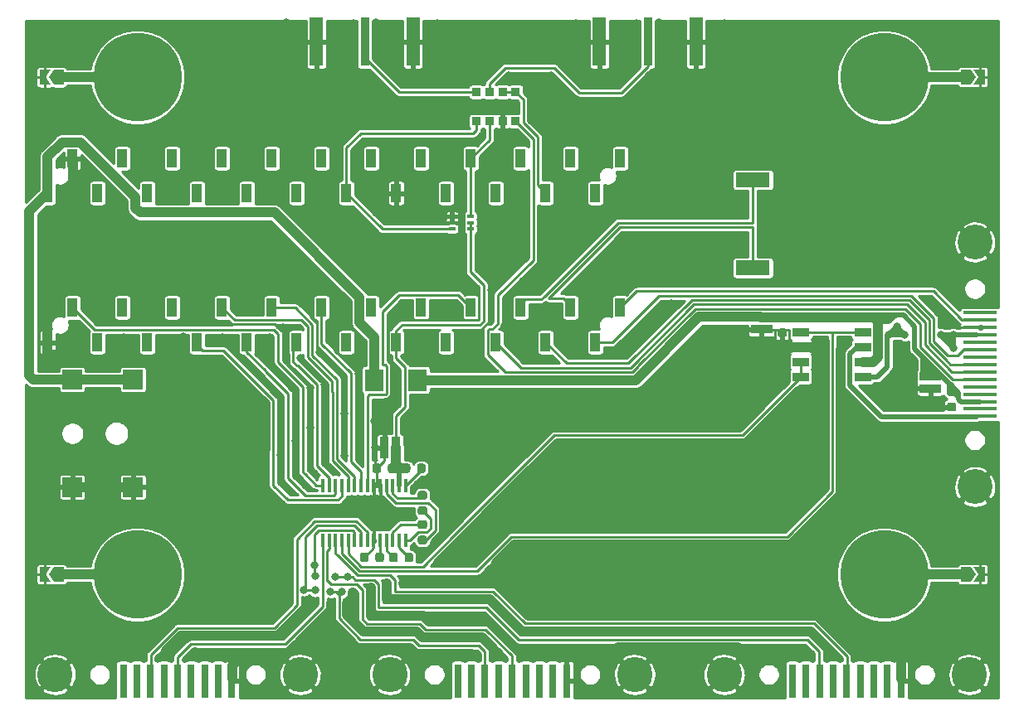
<source format=gtl>
G04 #@! TF.GenerationSoftware,KiCad,Pcbnew,(5.1.6)-1*
G04 #@! TF.CreationDate,2022-01-17T18:14:53-08:00*
G04 #@! TF.ProjectId,Attenuator Controller Board,41747465-6e75-4617-946f-7220436f6e74,rev?*
G04 #@! TF.SameCoordinates,Original*
G04 #@! TF.FileFunction,Copper,L1,Top*
G04 #@! TF.FilePolarity,Positive*
%FSLAX46Y46*%
G04 Gerber Fmt 4.6, Leading zero omitted, Abs format (unit mm)*
G04 Created by KiCad (PCBNEW (5.1.6)-1) date 2022-01-17 18:14:53*
%MOMM*%
%LPD*%
G01*
G04 APERTURE LIST*
G04 #@! TA.AperFunction,SMDPad,CuDef*
%ADD10C,0.100000*%
G04 #@! TD*
G04 #@! TA.AperFunction,SMDPad,CuDef*
%ADD11R,0.800000X3.500001*%
G04 #@! TD*
G04 #@! TA.AperFunction,ComponentPad*
%ADD12C,3.600000*%
G04 #@! TD*
G04 #@! TA.AperFunction,SMDPad,CuDef*
%ADD13R,0.355600X1.473200*%
G04 #@! TD*
G04 #@! TA.AperFunction,SMDPad,CuDef*
%ADD14R,1.701800X0.939800*%
G04 #@! TD*
G04 #@! TA.AperFunction,SMDPad,CuDef*
%ADD15R,1.020000X1.905000*%
G04 #@! TD*
G04 #@! TA.AperFunction,SMDPad,CuDef*
%ADD16R,1.879600X2.260600*%
G04 #@! TD*
G04 #@! TA.AperFunction,SMDPad,CuDef*
%ADD17R,2.170000X0.900000*%
G04 #@! TD*
G04 #@! TA.AperFunction,SMDPad,CuDef*
%ADD18R,0.900000X0.900000*%
G04 #@! TD*
G04 #@! TA.AperFunction,SMDPad,CuDef*
%ADD19R,3.505200X0.304800*%
G04 #@! TD*
G04 #@! TA.AperFunction,ComponentPad*
%ADD20C,3.556000*%
G04 #@! TD*
G04 #@! TA.AperFunction,SMDPad,CuDef*
%ADD21R,0.860000X5.000000*%
G04 #@! TD*
G04 #@! TA.AperFunction,SMDPad,CuDef*
%ADD22R,1.350000X5.000000*%
G04 #@! TD*
G04 #@! TA.AperFunction,SMDPad,CuDef*
%ADD23R,2.000000X2.000000*%
G04 #@! TD*
G04 #@! TA.AperFunction,ComponentPad*
%ADD24C,9.000000*%
G04 #@! TD*
G04 #@! TA.AperFunction,SMDPad,CuDef*
%ADD25R,0.650000X0.400000*%
G04 #@! TD*
G04 #@! TA.AperFunction,SMDPad,CuDef*
%ADD26R,0.900000X2.170000*%
G04 #@! TD*
G04 #@! TA.AperFunction,SMDPad,CuDef*
%ADD27R,3.500000X1.500000*%
G04 #@! TD*
G04 #@! TA.AperFunction,ViaPad*
%ADD28C,0.800000*%
G04 #@! TD*
G04 #@! TA.AperFunction,Conductor*
%ADD29C,0.250000*%
G04 #@! TD*
G04 #@! TA.AperFunction,Conductor*
%ADD30C,1.000000*%
G04 #@! TD*
G04 #@! TA.AperFunction,Conductor*
%ADD31C,0.500000*%
G04 #@! TD*
G04 #@! TA.AperFunction,Conductor*
%ADD32C,0.254000*%
G04 #@! TD*
G04 APERTURE END LIST*
G04 #@! TA.AperFunction,SMDPad,CuDef*
D10*
G36*
X197285000Y-76180000D02*
G01*
X196785000Y-76930000D01*
X195785000Y-76930000D01*
X195785000Y-75430000D01*
X196785000Y-75430000D01*
X197285000Y-76180000D01*
G37*
G04 #@! TD.AperFunction*
G04 #@! TA.AperFunction,SMDPad,CuDef*
G36*
X198235000Y-76930000D02*
G01*
X197085000Y-76930000D01*
X197585000Y-76180000D01*
X197085000Y-75430000D01*
X198235000Y-75430000D01*
X198235000Y-76930000D01*
G37*
G04 #@! TD.AperFunction*
G04 #@! TA.AperFunction,SMDPad,CuDef*
G36*
X102725000Y-76210000D02*
G01*
X103225000Y-75460000D01*
X104225000Y-75460000D01*
X104225000Y-76960000D01*
X103225000Y-76960000D01*
X102725000Y-76210000D01*
G37*
G04 #@! TD.AperFunction*
G04 #@! TA.AperFunction,SMDPad,CuDef*
G36*
X101775000Y-75460000D02*
G01*
X102925000Y-75460000D01*
X102425000Y-76210000D01*
X102925000Y-76960000D01*
X101775000Y-76960000D01*
X101775000Y-75460000D01*
G37*
G04 #@! TD.AperFunction*
G04 #@! TA.AperFunction,SMDPad,CuDef*
G36*
X197275000Y-127000000D02*
G01*
X196775000Y-127750000D01*
X195775000Y-127750000D01*
X195775000Y-126250000D01*
X196775000Y-126250000D01*
X197275000Y-127000000D01*
G37*
G04 #@! TD.AperFunction*
G04 #@! TA.AperFunction,SMDPad,CuDef*
G36*
X198225000Y-127750000D02*
G01*
X197075000Y-127750000D01*
X197575000Y-127000000D01*
X197075000Y-126250000D01*
X198225000Y-126250000D01*
X198225000Y-127750000D01*
G37*
G04 #@! TD.AperFunction*
G04 #@! TA.AperFunction,SMDPad,CuDef*
G36*
X102725000Y-127000000D02*
G01*
X103225000Y-126250000D01*
X104225000Y-126250000D01*
X104225000Y-127750000D01*
X103225000Y-127750000D01*
X102725000Y-127000000D01*
G37*
G04 #@! TD.AperFunction*
G04 #@! TA.AperFunction,SMDPad,CuDef*
G36*
X101775000Y-126250000D02*
G01*
X102925000Y-126250000D01*
X102425000Y-127000000D01*
X102925000Y-127750000D01*
X101775000Y-127750000D01*
X101775000Y-126250000D01*
G37*
G04 #@! TD.AperFunction*
D11*
X155528600Y-137880000D03*
X154143599Y-137880000D03*
X152758600Y-137880000D03*
X151373599Y-137880000D03*
X149988601Y-137880000D03*
X148603600Y-137880000D03*
X147218599Y-137880000D03*
X145833600Y-137880000D03*
X144448599Y-137880000D03*
D12*
X162491400Y-137231000D03*
X137491400Y-137231000D03*
G04 #@! TA.AperFunction,SMDPad,CuDef*
G36*
G01*
X195096250Y-108757500D02*
X194583750Y-108757500D01*
G75*
G02*
X194365000Y-108538750I0J218750D01*
G01*
X194365000Y-108101250D01*
G75*
G02*
X194583750Y-107882500I218750J0D01*
G01*
X195096250Y-107882500D01*
G75*
G02*
X195315000Y-108101250I0J-218750D01*
G01*
X195315000Y-108538750D01*
G75*
G02*
X195096250Y-108757500I-218750J0D01*
G01*
G37*
G04 #@! TD.AperFunction*
G04 #@! TA.AperFunction,SMDPad,CuDef*
G36*
G01*
X195096250Y-110332500D02*
X194583750Y-110332500D01*
G75*
G02*
X194365000Y-110113750I0J218750D01*
G01*
X194365000Y-109676250D01*
G75*
G02*
X194583750Y-109457500I218750J0D01*
G01*
X195096250Y-109457500D01*
G75*
G02*
X195315000Y-109676250I0J-218750D01*
G01*
X195315000Y-110113750D01*
G75*
G02*
X195096250Y-110332500I-218750J0D01*
G01*
G37*
G04 #@! TD.AperFunction*
G04 #@! TA.AperFunction,SMDPad,CuDef*
G36*
G01*
X177816250Y-101177500D02*
X177303750Y-101177500D01*
G75*
G02*
X177085000Y-100958750I0J218750D01*
G01*
X177085000Y-100521250D01*
G75*
G02*
X177303750Y-100302500I218750J0D01*
G01*
X177816250Y-100302500D01*
G75*
G02*
X178035000Y-100521250I0J-218750D01*
G01*
X178035000Y-100958750D01*
G75*
G02*
X177816250Y-101177500I-218750J0D01*
G01*
G37*
G04 #@! TD.AperFunction*
G04 #@! TA.AperFunction,SMDPad,CuDef*
G36*
G01*
X177816250Y-102752500D02*
X177303750Y-102752500D01*
G75*
G02*
X177085000Y-102533750I0J218750D01*
G01*
X177085000Y-102096250D01*
G75*
G02*
X177303750Y-101877500I218750J0D01*
G01*
X177816250Y-101877500D01*
G75*
G02*
X178035000Y-102096250I0J-218750D01*
G01*
X178035000Y-102533750D01*
G75*
G02*
X177816250Y-102752500I-218750J0D01*
G01*
G37*
G04 #@! TD.AperFunction*
D13*
X139125000Y-117890600D03*
X138474999Y-117890600D03*
X137825000Y-117890600D03*
X137174999Y-117890600D03*
X136525001Y-117890600D03*
X135874999Y-117890600D03*
X135225001Y-117890600D03*
X134575002Y-117890600D03*
X133925001Y-117890600D03*
X133275002Y-117890600D03*
X132625001Y-117890600D03*
X131975002Y-117890600D03*
X131325001Y-117890600D03*
X130675002Y-117890600D03*
X130675000Y-123529400D03*
X131325001Y-123529400D03*
X131975000Y-123529400D03*
X132625001Y-123529400D03*
X133274999Y-123529400D03*
X133925001Y-123529400D03*
X134574999Y-123529400D03*
X135225001Y-123529400D03*
X135874999Y-123529400D03*
X136525001Y-123529400D03*
X137174999Y-123529400D03*
X137825000Y-123529400D03*
X138474999Y-123529400D03*
X139125000Y-123529400D03*
D14*
X179460400Y-102225001D03*
X179460400Y-103755000D03*
X179460400Y-105285000D03*
X179460400Y-106814999D03*
X185759600Y-106814999D03*
X185759600Y-105285000D03*
X185759600Y-103755000D03*
X185759600Y-102225001D03*
D15*
X161020000Y-99732000D03*
X158480000Y-103288000D03*
X155940000Y-99732000D03*
X153400000Y-103288000D03*
X150860000Y-99732000D03*
X148320000Y-103288000D03*
X145780000Y-99732000D03*
X143240000Y-103288000D03*
X140700000Y-99732000D03*
X138160000Y-103288000D03*
X135620000Y-99732000D03*
X133080000Y-103288000D03*
X130540000Y-99732000D03*
X128000000Y-103288000D03*
X125460000Y-99732000D03*
X122920000Y-103288000D03*
X120380000Y-99732000D03*
X117840000Y-103288000D03*
X115300000Y-99732000D03*
X112760000Y-103288000D03*
X110220000Y-99732000D03*
X107680000Y-103288000D03*
X105140000Y-99732000D03*
X102600000Y-103288000D03*
X112760000Y-88048000D03*
X130540000Y-84492000D03*
X140700000Y-84492000D03*
X145780000Y-84492000D03*
X155940000Y-84492000D03*
X158480000Y-88048000D03*
X125460000Y-84492000D03*
X107680000Y-88048000D03*
X115300000Y-84492000D03*
X120380000Y-84492000D03*
X122920000Y-88048000D03*
X135620000Y-84492000D03*
X148320000Y-88048000D03*
X138160000Y-88048000D03*
X150860000Y-84492000D03*
X102600000Y-88048000D03*
X117840000Y-88048000D03*
X105140000Y-84492000D03*
X110220000Y-84492000D03*
X128000000Y-88048000D03*
X143240000Y-88048000D03*
X153400000Y-88048000D03*
X161020000Y-84492000D03*
X133080000Y-88048000D03*
D16*
X140339600Y-107140000D03*
X135920000Y-107140000D03*
D17*
X192670000Y-106790000D03*
X192670000Y-108010000D03*
X175450000Y-100740000D03*
X175450000Y-101960000D03*
D18*
X149010000Y-77710000D03*
X150350000Y-77710000D03*
X146350000Y-77710000D03*
X147690000Y-77710000D03*
X149010000Y-80710000D03*
X147690000Y-80710000D03*
X150350000Y-80710000D03*
X146350000Y-80710000D03*
D11*
X189660001Y-137880000D03*
X188275000Y-137880000D03*
X186890001Y-137880000D03*
X185505000Y-137880000D03*
X184120002Y-137880000D03*
X182735001Y-137880000D03*
X181350000Y-137880000D03*
X179965001Y-137880000D03*
X178580000Y-137880000D03*
D12*
X196622801Y-137231000D03*
X171622801Y-137231000D03*
D11*
X121397200Y-137880000D03*
X120012199Y-137880000D03*
X118627200Y-137880000D03*
X117242199Y-137880000D03*
X115857201Y-137880000D03*
X114472200Y-137880000D03*
X113087199Y-137880000D03*
X111702200Y-137880000D03*
X110317199Y-137880000D03*
D12*
X128360000Y-137231000D03*
X103360000Y-137231000D03*
D19*
X197760000Y-101742700D03*
X197760000Y-104021080D03*
X197760000Y-106299460D03*
X197760000Y-108577840D03*
X197760000Y-110856220D03*
X197760000Y-100223780D03*
X197760000Y-102502160D03*
X197760000Y-104780540D03*
X197760000Y-107058920D03*
X197760000Y-109337300D03*
X197760000Y-100983240D03*
X197760000Y-103261620D03*
X197760000Y-105540000D03*
X197760000Y-107818380D03*
X197760000Y-110096760D03*
D20*
X197201200Y-93043200D03*
X197201200Y-118036800D03*
D21*
X134960000Y-72560000D03*
D22*
X130035000Y-72560000D03*
X139885000Y-72560000D03*
D21*
X163830000Y-72560000D03*
D22*
X158905000Y-72560000D03*
X168755000Y-72560000D03*
D23*
X105120000Y-118090000D03*
X111320000Y-118090000D03*
X111320000Y-107090000D03*
X105120000Y-107090000D03*
D24*
X187960000Y-76200000D03*
X111760000Y-76200000D03*
X187960000Y-127000000D03*
X111760000Y-127000000D03*
D25*
X145760000Y-90410000D03*
X145760000Y-91710000D03*
X143860000Y-91060000D03*
X145760000Y-91060000D03*
X143860000Y-91710000D03*
X143860000Y-90410000D03*
G04 #@! TA.AperFunction,SMDPad,CuDef*
G36*
G01*
X135322500Y-125003750D02*
X135322500Y-125516250D01*
G75*
G02*
X135103750Y-125735000I-218750J0D01*
G01*
X134666250Y-125735000D01*
G75*
G02*
X134447500Y-125516250I0J218750D01*
G01*
X134447500Y-125003750D01*
G75*
G02*
X134666250Y-124785000I218750J0D01*
G01*
X135103750Y-124785000D01*
G75*
G02*
X135322500Y-125003750I0J-218750D01*
G01*
G37*
G04 #@! TD.AperFunction*
G04 #@! TA.AperFunction,SMDPad,CuDef*
G36*
G01*
X136897500Y-125003750D02*
X136897500Y-125516250D01*
G75*
G02*
X136678750Y-125735000I-218750J0D01*
G01*
X136241250Y-125735000D01*
G75*
G02*
X136022500Y-125516250I0J218750D01*
G01*
X136022500Y-125003750D01*
G75*
G02*
X136241250Y-124785000I218750J0D01*
G01*
X136678750Y-124785000D01*
G75*
G02*
X136897500Y-125003750I0J-218750D01*
G01*
G37*
G04 #@! TD.AperFunction*
G04 #@! TA.AperFunction,SMDPad,CuDef*
G36*
G01*
X138322500Y-125013750D02*
X138322500Y-125526250D01*
G75*
G02*
X138103750Y-125745000I-218750J0D01*
G01*
X137666250Y-125745000D01*
G75*
G02*
X137447500Y-125526250I0J218750D01*
G01*
X137447500Y-125013750D01*
G75*
G02*
X137666250Y-124795000I218750J0D01*
G01*
X138103750Y-124795000D01*
G75*
G02*
X138322500Y-125013750I0J-218750D01*
G01*
G37*
G04 #@! TD.AperFunction*
G04 #@! TA.AperFunction,SMDPad,CuDef*
G36*
G01*
X139897500Y-125013750D02*
X139897500Y-125526250D01*
G75*
G02*
X139678750Y-125745000I-218750J0D01*
G01*
X139241250Y-125745000D01*
G75*
G02*
X139022500Y-125526250I0J218750D01*
G01*
X139022500Y-125013750D01*
G75*
G02*
X139241250Y-124795000I218750J0D01*
G01*
X139678750Y-124795000D01*
G75*
G02*
X139897500Y-125013750I0J-218750D01*
G01*
G37*
G04 #@! TD.AperFunction*
G04 #@! TA.AperFunction,SMDPad,CuDef*
G36*
G01*
X140583750Y-123047500D02*
X141096250Y-123047500D01*
G75*
G02*
X141315000Y-123266250I0J-218750D01*
G01*
X141315000Y-123703750D01*
G75*
G02*
X141096250Y-123922500I-218750J0D01*
G01*
X140583750Y-123922500D01*
G75*
G02*
X140365000Y-123703750I0J218750D01*
G01*
X140365000Y-123266250D01*
G75*
G02*
X140583750Y-123047500I218750J0D01*
G01*
G37*
G04 #@! TD.AperFunction*
G04 #@! TA.AperFunction,SMDPad,CuDef*
G36*
G01*
X140583750Y-121472500D02*
X141096250Y-121472500D01*
G75*
G02*
X141315000Y-121691250I0J-218750D01*
G01*
X141315000Y-122128750D01*
G75*
G02*
X141096250Y-122347500I-218750J0D01*
G01*
X140583750Y-122347500D01*
G75*
G02*
X140365000Y-122128750I0J218750D01*
G01*
X140365000Y-121691250D01*
G75*
G02*
X140583750Y-121472500I218750J0D01*
G01*
G37*
G04 #@! TD.AperFunction*
G04 #@! TA.AperFunction,SMDPad,CuDef*
G36*
G01*
X141096250Y-119347500D02*
X140583750Y-119347500D01*
G75*
G02*
X140365000Y-119128750I0J218750D01*
G01*
X140365000Y-118691250D01*
G75*
G02*
X140583750Y-118472500I218750J0D01*
G01*
X141096250Y-118472500D01*
G75*
G02*
X141315000Y-118691250I0J-218750D01*
G01*
X141315000Y-119128750D01*
G75*
G02*
X141096250Y-119347500I-218750J0D01*
G01*
G37*
G04 #@! TD.AperFunction*
G04 #@! TA.AperFunction,SMDPad,CuDef*
G36*
G01*
X141096250Y-120922500D02*
X140583750Y-120922500D01*
G75*
G02*
X140365000Y-120703750I0J218750D01*
G01*
X140365000Y-120266250D01*
G75*
G02*
X140583750Y-120047500I218750J0D01*
G01*
X141096250Y-120047500D01*
G75*
G02*
X141315000Y-120266250I0J-218750D01*
G01*
X141315000Y-120703750D01*
G75*
G02*
X141096250Y-120922500I-218750J0D01*
G01*
G37*
G04 #@! TD.AperFunction*
G04 #@! TA.AperFunction,SMDPad,CuDef*
G36*
G01*
X139587500Y-115903750D02*
X139587500Y-116416250D01*
G75*
G02*
X139368750Y-116635000I-218750J0D01*
G01*
X138931250Y-116635000D01*
G75*
G02*
X138712500Y-116416250I0J218750D01*
G01*
X138712500Y-115903750D01*
G75*
G02*
X138931250Y-115685000I218750J0D01*
G01*
X139368750Y-115685000D01*
G75*
G02*
X139587500Y-115903750I0J-218750D01*
G01*
G37*
G04 #@! TD.AperFunction*
G04 #@! TA.AperFunction,SMDPad,CuDef*
G36*
G01*
X141162500Y-115903750D02*
X141162500Y-116416250D01*
G75*
G02*
X140943750Y-116635000I-218750J0D01*
G01*
X140506250Y-116635000D01*
G75*
G02*
X140287500Y-116416250I0J218750D01*
G01*
X140287500Y-115903750D01*
G75*
G02*
X140506250Y-115685000I218750J0D01*
G01*
X140943750Y-115685000D01*
G75*
G02*
X141162500Y-115903750I0J-218750D01*
G01*
G37*
G04 #@! TD.AperFunction*
G04 #@! TA.AperFunction,SMDPad,CuDef*
G36*
G01*
X136612500Y-115903750D02*
X136612500Y-116416250D01*
G75*
G02*
X136393750Y-116635000I-218750J0D01*
G01*
X135956250Y-116635000D01*
G75*
G02*
X135737500Y-116416250I0J218750D01*
G01*
X135737500Y-115903750D01*
G75*
G02*
X135956250Y-115685000I218750J0D01*
G01*
X136393750Y-115685000D01*
G75*
G02*
X136612500Y-115903750I0J-218750D01*
G01*
G37*
G04 #@! TD.AperFunction*
G04 #@! TA.AperFunction,SMDPad,CuDef*
G36*
G01*
X138187500Y-115903750D02*
X138187500Y-116416250D01*
G75*
G02*
X137968750Y-116635000I-218750J0D01*
G01*
X137531250Y-116635000D01*
G75*
G02*
X137312500Y-116416250I0J218750D01*
G01*
X137312500Y-115903750D01*
G75*
G02*
X137531250Y-115685000I218750J0D01*
G01*
X137968750Y-115685000D01*
G75*
G02*
X138187500Y-115903750I0J-218750D01*
G01*
G37*
G04 #@! TD.AperFunction*
D26*
X138160000Y-114060000D03*
X136940000Y-114060000D03*
D27*
X174560000Y-86700000D03*
X174560000Y-95700000D03*
D28*
X135850000Y-121910000D03*
X114700000Y-134790000D03*
X129320000Y-130030000D03*
X126230000Y-133120000D03*
X117945010Y-133284990D03*
X122600000Y-135140000D03*
X126200000Y-135070000D03*
X117620000Y-134950000D03*
X131500000Y-129980000D03*
X112170000Y-134890000D03*
X115805028Y-131634972D03*
X122425028Y-131634972D03*
X127199989Y-129640011D03*
X127199989Y-123840011D03*
X131787230Y-120742770D03*
X145810000Y-135100000D03*
X139520001Y-134509999D03*
X133285000Y-133625000D03*
X148590000Y-135150000D03*
X144720020Y-133449980D03*
X140721740Y-133308260D03*
X135920021Y-132859979D03*
X133160000Y-131090000D03*
X133760001Y-128815991D03*
X129308370Y-132808370D03*
X139500000Y-120800000D03*
X155040000Y-135270000D03*
X135545010Y-128365037D03*
X135630039Y-131209961D03*
X140850039Y-131209961D03*
X147630038Y-131799962D03*
X151030220Y-135200000D03*
X180470000Y-135179999D03*
X177099001Y-135280999D03*
X173860000Y-135290000D03*
X169959001Y-134480999D03*
X164549001Y-134480999D03*
X160450000Y-134850000D03*
X182700000Y-135090000D03*
X137195030Y-127954970D03*
X139890059Y-129559941D03*
X147781849Y-129618151D03*
X151279021Y-132830979D03*
X159079021Y-132830979D03*
X168559021Y-132830979D03*
X177609021Y-132830979D03*
X137896630Y-121436630D03*
X134695000Y-120755000D03*
X129547230Y-120742770D03*
X107220000Y-118090000D03*
X109350000Y-118090000D03*
X138845050Y-127909921D03*
X142910079Y-127909921D03*
X148407099Y-127909921D03*
X151678139Y-131180961D03*
X157859039Y-131180961D03*
X166049039Y-131180961D03*
X173549039Y-131180961D03*
X181137920Y-131180961D03*
X185129999Y-135179999D03*
X189220001Y-135179999D03*
X135970000Y-114060000D03*
X135960000Y-111350000D03*
X136940000Y-109480000D03*
X138180000Y-106300000D03*
X138520000Y-100400000D03*
X136500000Y-119900000D03*
X133260000Y-119440000D03*
X136910000Y-98660000D03*
X141560000Y-97580000D03*
X145892751Y-97797249D03*
X143650000Y-99530000D03*
X140820000Y-124900000D03*
X142740000Y-123260000D03*
X143100000Y-120370000D03*
X142070000Y-118090000D03*
X140350000Y-117750000D03*
X131860000Y-103230000D03*
X132620000Y-100270000D03*
X130230000Y-97180000D03*
X130230000Y-97180000D03*
X134284498Y-106540000D03*
X134500001Y-115370000D03*
X134500001Y-110720000D03*
X129020000Y-99120000D03*
X130356391Y-104273609D03*
X132798640Y-106715857D03*
X132834497Y-110540000D03*
X132834497Y-114840000D03*
X128390000Y-104930000D03*
X130840000Y-107600000D03*
X130890000Y-114300000D03*
X131694889Y-116435110D03*
X119000000Y-99140000D03*
X126580000Y-101734501D03*
X126939999Y-104829692D03*
X129387347Y-107932653D03*
X129389999Y-111980000D03*
X129795689Y-116634218D03*
X119200000Y-101190000D03*
X125290000Y-102800000D03*
X125690000Y-106020000D03*
X127870000Y-108180000D03*
X127860000Y-113380000D03*
X128890000Y-117910000D03*
X120460000Y-102780000D03*
X123170000Y-105670000D03*
X126320000Y-108890000D03*
X126350000Y-114810000D03*
X127430000Y-118620000D03*
X125016864Y-118282714D03*
X124905000Y-112620000D03*
X123770846Y-108369154D03*
X120690846Y-105289154D03*
X117690000Y-104950000D03*
X116460000Y-102730000D03*
X110310000Y-102770000D03*
X105630000Y-101390000D03*
X106410000Y-99740000D03*
X108990000Y-101150000D03*
X113080000Y-101170000D03*
X103770000Y-96430000D03*
X105165001Y-88664999D03*
X107560000Y-93390000D03*
X113300000Y-92350000D03*
X112450000Y-96950000D03*
X118440000Y-94940000D03*
X124920000Y-92060000D03*
X123120000Y-98230000D03*
X103060000Y-118060000D03*
X113380000Y-118100000D03*
X111350000Y-116040000D03*
X111380000Y-120210000D03*
X105130000Y-120120000D03*
X105150000Y-116050000D03*
X138130000Y-85940000D03*
X135510000Y-87950000D03*
X140940000Y-88090000D03*
X181858669Y-103170000D03*
X181858669Y-107671331D03*
X173314990Y-113615010D03*
X163734990Y-113615010D03*
X154611730Y-113615010D03*
X149423370Y-118803370D03*
X142609871Y-125629871D03*
X146249835Y-125659835D03*
X149586475Y-122323195D03*
X163206805Y-122323195D03*
X177223325Y-122323195D03*
X154005009Y-111964991D03*
X148116630Y-117776630D03*
X164525010Y-111964990D03*
X177909499Y-107199160D03*
X150269935Y-123973215D03*
X162356785Y-123973215D03*
X177476785Y-123973215D03*
X183508689Y-107771311D03*
X183820000Y-103210000D03*
X175230000Y-104240000D03*
X170370000Y-109370000D03*
X169540000Y-102770000D03*
X157660000Y-108350000D03*
X140580000Y-109390000D03*
X146040000Y-112440000D03*
X133800000Y-70680000D03*
X133800000Y-74950000D03*
X126930000Y-70640000D03*
X126900000Y-74830000D03*
X136100000Y-70620000D03*
X136580000Y-74760000D03*
X142380000Y-70680000D03*
X140620000Y-76760000D03*
X156460000Y-70700000D03*
X156490000Y-74730000D03*
X162710000Y-70690000D03*
X162670000Y-74990000D03*
X164950000Y-70620000D03*
X164950000Y-74940000D03*
X171680000Y-70680000D03*
X171480000Y-74880000D03*
X189450000Y-103740000D03*
X186270000Y-108180000D03*
X188060000Y-109930000D03*
X191190000Y-109860000D03*
X198860000Y-111850000D03*
X189120000Y-111850000D03*
X166200000Y-99330000D03*
X161430000Y-104010000D03*
X156110000Y-104300000D03*
X153850000Y-105020000D03*
X164950000Y-85960000D03*
X197080000Y-125230000D03*
X183150000Y-90510000D03*
X168660000Y-81360000D03*
X179010000Y-74890000D03*
X196630000Y-80290000D03*
X118270000Y-111530000D03*
X120530000Y-124150000D03*
X102590000Y-128640000D03*
X146440000Y-79220000D03*
X137490000Y-77970000D03*
X122570000Y-78790000D03*
X118350000Y-72260000D03*
X102820000Y-73270000D03*
X101800000Y-81210000D03*
X139600000Y-104870000D03*
X173690000Y-90200000D03*
X148600000Y-82250000D03*
X173740000Y-92360000D03*
X192390000Y-98940000D03*
X193560000Y-100110000D03*
X194605000Y-101155000D03*
X199070000Y-99230000D03*
X193120000Y-95350000D03*
X190560000Y-84380000D03*
X161430000Y-92410000D03*
X155920000Y-97950000D03*
X142610000Y-78540000D03*
X146000000Y-76480000D03*
X175470000Y-88160000D03*
X153450000Y-84370000D03*
X159900000Y-90640000D03*
X152630000Y-97960000D03*
X149220000Y-101600000D03*
X149090000Y-79300000D03*
X144920000Y-81200000D03*
X183508689Y-118271311D03*
X181858669Y-117381331D03*
X178236070Y-109206070D03*
X173143669Y-111964990D03*
X146690000Y-82430000D03*
X134930000Y-82770000D03*
X134160000Y-81090000D03*
X131700000Y-88010000D03*
X146660000Y-94300000D03*
X160720000Y-76950000D03*
X161510000Y-78530000D03*
X157190000Y-76930000D03*
X156520000Y-78600000D03*
X154670000Y-74480000D03*
X153950000Y-76060000D03*
X148860000Y-74540000D03*
X149630000Y-76040000D03*
X146220000Y-102530000D03*
X147710000Y-105920000D03*
X147880000Y-97990000D03*
X151350000Y-94500000D03*
X151340000Y-87190000D03*
X151950000Y-79240000D03*
X151070000Y-97040000D03*
X153010000Y-91940000D03*
X138220000Y-90900000D03*
X136270000Y-92460000D03*
X142920000Y-92590000D03*
X142720000Y-90830000D03*
X144800000Y-89430000D03*
X144560000Y-85270000D03*
X147030000Y-85370000D03*
X146710000Y-89520000D03*
X130760000Y-93080000D03*
X175420000Y-94230000D03*
X193810000Y-109120000D03*
X190080000Y-107060000D03*
X181858669Y-105351331D03*
X194997840Y-102512160D03*
X188447840Y-102512160D03*
X193739999Y-102520000D03*
X190060000Y-102520000D03*
X189240000Y-101650000D03*
X195000000Y-103870000D03*
X129890000Y-128640000D03*
X132660000Y-128800000D03*
X131460000Y-128750000D03*
X128750000Y-128560000D03*
X133170000Y-127230000D03*
X131980000Y-127230000D03*
X129790000Y-126030000D03*
X129884975Y-127135025D03*
D29*
X174560000Y-86700000D02*
X174560000Y-91080000D01*
X174560000Y-91080000D02*
X160773589Y-91080001D01*
X160773589Y-91080001D02*
X153269991Y-98583599D01*
X153269991Y-98583599D02*
X153266401Y-98583599D01*
X153266401Y-98583599D02*
X152950000Y-98900000D01*
X152950000Y-98900000D02*
X151390000Y-98900000D01*
X150860000Y-99430000D02*
X151390000Y-98900000D01*
X150860000Y-99732000D02*
X150860000Y-99430000D01*
X174560000Y-95700000D02*
X174560000Y-91530010D01*
X174560000Y-91530010D02*
X160959990Y-91530010D01*
X160959990Y-91530010D02*
X153720000Y-98770000D01*
X153720000Y-98770000D02*
X155210000Y-98770000D01*
X155940000Y-99500000D02*
X155940000Y-99732000D01*
X155210000Y-98770000D02*
X155940000Y-99500000D01*
D30*
X138160000Y-103288000D02*
X138160000Y-103700000D01*
X138160000Y-115750000D02*
X137750000Y-116160000D01*
X138570000Y-116160000D02*
X138160000Y-115750000D01*
X139150000Y-116160000D02*
X138570000Y-116160000D01*
D31*
X138497199Y-116232801D02*
X138570000Y-116160000D01*
X138497199Y-117772799D02*
X138497199Y-116232801D01*
X138474999Y-117890600D02*
X138474999Y-117794999D01*
X138474999Y-117794999D02*
X138497199Y-117772799D01*
D30*
X137750000Y-116160000D02*
X139150000Y-116160000D01*
D29*
X138160000Y-103288000D02*
X138160000Y-104920000D01*
X138160000Y-104920000D02*
X139074799Y-105834799D01*
X139074799Y-105834799D02*
X139074799Y-109885201D01*
X138160000Y-110800000D02*
X138160000Y-111350000D01*
X139074799Y-109885201D02*
X138160000Y-110800000D01*
X138160000Y-102085500D02*
X138765500Y-101480000D01*
X138160000Y-103288000D02*
X138160000Y-102085500D01*
X146715912Y-101480000D02*
X147070000Y-101125912D01*
X138765500Y-101480000D02*
X146715912Y-101480000D01*
X145770000Y-91070000D02*
X145760000Y-91060000D01*
X145770000Y-92010000D02*
X145770000Y-91070000D01*
X145770000Y-92010000D02*
X145770000Y-91570000D01*
X145770000Y-96115912D02*
X145770000Y-92010000D01*
X147070000Y-97415912D02*
X145770000Y-96115912D01*
X147070000Y-101125912D02*
X147070000Y-97415912D01*
X138160000Y-111350000D02*
X138160000Y-114060000D01*
D30*
X138160000Y-114060000D02*
X138160000Y-115750000D01*
D29*
X135874999Y-124270001D02*
X134885000Y-125260000D01*
X135874999Y-123529400D02*
X135874999Y-124270001D01*
D30*
X102574999Y-102131601D02*
X102574999Y-91825001D01*
X102600000Y-103288000D02*
X102600000Y-102156602D01*
X102600000Y-102156602D02*
X102574999Y-102131601D01*
X105165001Y-84517001D02*
X105140000Y-84492000D01*
X102574999Y-91825001D02*
X105165001Y-89234999D01*
X105165001Y-89234999D02*
X105165001Y-88664999D01*
X107530000Y-117940000D02*
X107680000Y-118090000D01*
X111320000Y-118090000D02*
X109350000Y-118090000D01*
X107680000Y-118090000D02*
X107220000Y-118090000D01*
X126065010Y-133284990D02*
X126230000Y-133120000D01*
X114700000Y-134790000D02*
X116205010Y-133284990D01*
X116205010Y-133284990D02*
X117945010Y-133284990D01*
X126230000Y-133120000D02*
X129320000Y-130030000D01*
X117945010Y-133284990D02*
X126065010Y-133284990D01*
X121417200Y-137629000D02*
X121417200Y-136322800D01*
X121417200Y-136322800D02*
X122600000Y-135140000D01*
X122600000Y-135140000D02*
X126130000Y-135140000D01*
X126130000Y-135140000D02*
X126200000Y-135070000D01*
D31*
X126693186Y-135070000D02*
X127841593Y-133921593D01*
X126200000Y-135070000D02*
X126693186Y-135070000D01*
X127841593Y-133921593D02*
X127851593Y-133911593D01*
D30*
X122600000Y-135140000D02*
X117810000Y-135140000D01*
X117810000Y-135140000D02*
X117620000Y-134950000D01*
D31*
X127841593Y-133921593D02*
X127961593Y-133921593D01*
X127961593Y-133921593D02*
X128290000Y-134250000D01*
D30*
X131500000Y-130616740D02*
X131500000Y-129980000D01*
X128290000Y-134250000D02*
X128290000Y-133826740D01*
X128290000Y-133826740D02*
X129308370Y-132808370D01*
X129522668Y-120742770D02*
X127199989Y-123065449D01*
X135850000Y-121910000D02*
X134695000Y-120755000D01*
X134682770Y-120742770D02*
X131787230Y-120742770D01*
X127199989Y-123065449D02*
X127199989Y-123840011D01*
X115425028Y-131634972D02*
X112170000Y-134890000D01*
X127199989Y-129816531D02*
X125381548Y-131634972D01*
X125381548Y-131634972D02*
X122425028Y-131634972D01*
X115805028Y-131634972D02*
X115425028Y-131634972D01*
X122425028Y-131634972D02*
X115805028Y-131634972D01*
X127199989Y-129640011D02*
X127199989Y-129816531D01*
X127199989Y-123840011D02*
X127199989Y-129640011D01*
X131787230Y-120742770D02*
X129547230Y-120742770D01*
X131500000Y-129980000D02*
X131500000Y-131840000D01*
X134169999Y-134509999D02*
X139520001Y-134509999D01*
X131500000Y-131840000D02*
X133285000Y-133625000D01*
X139589999Y-134509999D02*
X140180000Y-135100000D01*
X140180000Y-135100000D02*
X145810000Y-135100000D01*
X139520001Y-134509999D02*
X139589999Y-134509999D01*
X133285000Y-133625000D02*
X134169999Y-134509999D01*
X140863460Y-133449980D02*
X140721740Y-133308260D01*
X140273459Y-132859979D02*
X137390000Y-132859979D01*
X133160000Y-129928002D02*
X133760001Y-129328001D01*
X137390000Y-132859979D02*
X135920021Y-132859979D01*
X133160000Y-131160000D02*
X133160000Y-131090000D01*
X134859979Y-132859979D02*
X133160000Y-131160000D01*
X133760001Y-129328001D02*
X133760001Y-128815991D01*
X144720020Y-133449980D02*
X140863460Y-133449980D01*
X140721740Y-133308260D02*
X140273459Y-132859979D01*
X135920021Y-132859979D02*
X134859979Y-132859979D01*
X133160000Y-131090000D02*
X133160000Y-129928002D01*
X133760001Y-128815991D02*
X133760001Y-128815991D01*
X129308370Y-132808370D02*
X131500000Y-130616740D01*
D29*
X135874999Y-121934999D02*
X135850000Y-121910000D01*
X135874999Y-123529400D02*
X135874999Y-121934999D01*
D30*
X155047200Y-135342800D02*
X155047200Y-135277200D01*
D29*
X155047200Y-135342800D02*
X155047200Y-135022800D01*
D30*
X155047200Y-135277200D02*
X155040000Y-135270000D01*
X154474315Y-135270000D02*
X154404315Y-135200000D01*
X155040000Y-135270000D02*
X154474315Y-135270000D01*
X151030220Y-135200000D02*
X151030220Y-135200000D01*
X154404315Y-135200000D02*
X151030220Y-135200000D01*
X141546922Y-131799962D02*
X140956919Y-131209961D01*
X147630180Y-131799962D02*
X147630038Y-131799962D01*
X140956919Y-131209961D02*
X140850039Y-131209961D01*
X135545010Y-131209961D02*
X135545010Y-128365037D01*
X135545010Y-128365037D02*
X135545010Y-128365037D01*
X135630039Y-131209961D02*
X135545010Y-131209961D01*
X140850039Y-131209961D02*
X135630039Y-131209961D01*
X147630038Y-131799962D02*
X141546922Y-131799962D01*
X151030220Y-135200000D02*
X147630180Y-131799962D01*
X155040000Y-135270000D02*
X160030000Y-135270000D01*
X160819001Y-134480999D02*
X164549001Y-134480999D01*
X160030000Y-135270000D02*
X160450000Y-134850000D01*
X175367799Y-135290000D02*
X175376800Y-135280999D01*
X173030999Y-134480999D02*
X173840000Y-135290000D01*
X173840000Y-135290000D02*
X173860000Y-135290000D01*
X175376800Y-135280999D02*
X176899001Y-135280999D01*
X177639999Y-135179999D02*
X179025000Y-135179999D01*
X176899001Y-135280999D02*
X177099001Y-135280999D01*
X177538999Y-135280999D02*
X177639999Y-135179999D01*
X179025000Y-135179999D02*
X180470000Y-135179999D01*
X180470000Y-135179999D02*
X180470000Y-135179999D01*
X177099001Y-135280999D02*
X177538999Y-135280999D01*
X173860000Y-135290000D02*
X175367799Y-135290000D01*
X169959001Y-134480999D02*
X173030999Y-134480999D01*
X164549001Y-134480999D02*
X169959001Y-134480999D01*
X160450000Y-134850000D02*
X160819001Y-134480999D01*
X182700000Y-135090000D02*
X182120020Y-134510020D01*
X182120019Y-134496538D02*
X180454460Y-132830979D01*
X182120020Y-134510020D02*
X182120019Y-134496538D01*
X150994677Y-132830979D02*
X147781849Y-129618151D01*
X180454460Y-132830979D02*
X177609021Y-132830979D01*
X147723639Y-129559941D02*
X139890059Y-129559941D01*
X137195030Y-129559941D02*
X137195030Y-127954970D01*
X137195030Y-127954970D02*
X137195030Y-127915028D01*
X139890059Y-129559941D02*
X137195030Y-129559941D01*
X147781849Y-129618151D02*
X147723639Y-129559941D01*
X151279021Y-132830979D02*
X150994677Y-132830979D01*
X159079021Y-132830979D02*
X151279021Y-132830979D01*
X168559021Y-132830979D02*
X159079021Y-132830979D01*
X177609021Y-132830979D02*
X168559021Y-132830979D01*
X139500000Y-121060000D02*
X139475010Y-121084990D01*
X139500000Y-120800000D02*
X139500000Y-121060000D01*
X139475010Y-121084990D02*
X138248269Y-121084991D01*
X137423260Y-121910000D02*
X135850000Y-121910000D01*
X138248269Y-121084991D02*
X137896630Y-121436630D01*
X137896630Y-121436630D02*
X137423260Y-121910000D01*
X134695000Y-120755000D02*
X134682770Y-120742770D01*
X129547230Y-120742770D02*
X129522668Y-120742770D01*
X107220000Y-118090000D02*
X105120000Y-118090000D01*
X109350000Y-118090000D02*
X107680000Y-118090000D01*
X189255001Y-135179999D02*
X189220001Y-135179999D01*
X189680001Y-137630000D02*
X189680001Y-135604999D01*
X189680001Y-135604999D02*
X189255001Y-135179999D01*
X184965012Y-135015012D02*
X184965011Y-135008050D01*
X186485001Y-135179999D02*
X185129999Y-135179999D01*
X185129999Y-135179999D02*
X184965012Y-135015012D01*
X184965011Y-135008050D02*
X181137920Y-131180961D01*
X181137920Y-131180961D02*
X173549039Y-131180961D01*
X151678139Y-131180961D02*
X148407099Y-127909921D01*
X148407099Y-127909921D02*
X148407099Y-127909921D01*
X138845050Y-127909921D02*
X138845050Y-127909921D01*
X142910079Y-127909921D02*
X138845050Y-127909921D01*
X148407099Y-127909921D02*
X142910079Y-127909921D01*
X151678139Y-131180961D02*
X151678139Y-131180961D01*
X157859039Y-131180961D02*
X151678139Y-131180961D01*
X166049039Y-131180961D02*
X157859039Y-131180961D01*
X173549039Y-131180961D02*
X166049039Y-131180961D01*
X181137920Y-131180961D02*
X181137920Y-131180961D01*
X185129999Y-135179999D02*
X185129999Y-135179999D01*
X189220001Y-135179999D02*
X186485001Y-135179999D01*
X102600000Y-103288000D02*
X102600000Y-104530000D01*
X102600000Y-104530000D02*
X106199498Y-104530000D01*
X106199498Y-104530000D02*
X107059497Y-105389999D01*
D29*
X136940000Y-114060000D02*
X136940000Y-111350000D01*
X146615001Y-98519499D02*
X145892751Y-97797249D01*
X146615001Y-100944501D02*
X146615001Y-98519499D01*
X146550001Y-101009501D02*
X146615001Y-100944501D01*
X145009999Y-101009501D02*
X146550001Y-101009501D01*
X144990498Y-100990000D02*
X145009999Y-101009501D01*
X141489502Y-100990000D02*
X144990498Y-100990000D01*
X139910498Y-100990000D02*
X139929999Y-101009501D01*
X141470001Y-101009501D02*
X141489502Y-100990000D01*
X137306202Y-109045310D02*
X137634811Y-108716701D01*
X137634810Y-105563298D02*
X137324999Y-105253487D01*
X136940000Y-109045311D02*
X137306202Y-109045310D01*
X137634811Y-108716701D02*
X137634810Y-105563298D01*
X139929999Y-101009501D02*
X141470001Y-101009501D01*
X137324999Y-105253487D02*
X137324999Y-102075499D01*
X136940000Y-111350000D02*
X136940000Y-109480000D01*
X138410498Y-100990000D02*
X139910498Y-100990000D01*
X137324999Y-102075499D02*
X138410498Y-100990000D01*
X145625502Y-97530000D02*
X142160000Y-97530000D01*
X136175000Y-116160000D02*
X136175000Y-116125000D01*
X136940000Y-115360000D02*
X136940000Y-114060000D01*
X136175000Y-116125000D02*
X136940000Y-115360000D01*
X136940000Y-111350000D02*
X135960000Y-111350000D01*
X136940000Y-114060000D02*
X135970000Y-114060000D01*
X135960000Y-111350000D02*
X135960000Y-111350000D01*
X135970000Y-114060000D02*
X135675011Y-114060000D01*
X135960000Y-111350000D02*
X135675011Y-111350000D01*
D31*
X135960000Y-114050000D02*
X135970000Y-114060000D01*
X135960000Y-111350000D02*
X135960000Y-114050000D01*
D29*
X136940000Y-109480000D02*
X136940000Y-109045311D01*
X145892751Y-97797249D02*
X145625502Y-97530000D01*
X131860000Y-104115502D02*
X134284498Y-106540000D01*
X131860000Y-103230000D02*
X131860000Y-104115502D01*
X134284498Y-115154497D02*
X134500001Y-115370000D01*
X134344499Y-110564498D02*
X134500001Y-110720000D01*
X134284498Y-110564498D02*
X134344499Y-110564498D01*
X134284498Y-110564498D02*
X134284498Y-115154497D01*
X134284498Y-106540000D02*
X134284498Y-110564498D01*
X112570000Y-118090000D02*
X113395001Y-117264999D01*
X111320000Y-118090000D02*
X112570000Y-118090000D01*
X113395001Y-117264999D02*
X113395001Y-106501411D01*
X112283589Y-105389999D02*
X107059497Y-105389999D01*
X113395001Y-106501411D02*
X112283589Y-105389999D01*
X106844999Y-89260501D02*
X112524498Y-94940000D01*
X105165001Y-89234999D02*
X106844999Y-89234999D01*
X106844999Y-89234999D02*
X106844999Y-89260501D01*
X125309998Y-94940000D02*
X129429998Y-99060000D01*
X130356391Y-104273609D02*
X130756391Y-104673608D01*
X130756391Y-104673608D02*
X132798640Y-106715857D01*
X132798640Y-106715857D02*
X132798640Y-110504143D01*
X132798640Y-110504143D02*
X132834497Y-110540000D01*
X132834497Y-110540000D02*
X132834497Y-114840000D01*
X130089990Y-104007208D02*
X130356391Y-104273609D01*
X130089990Y-101329492D02*
X130089990Y-104007208D01*
X129429998Y-99060000D02*
X129429998Y-100669500D01*
X129429998Y-100669500D02*
X130089990Y-101329492D01*
X130840000Y-107380000D02*
X130840000Y-107600000D01*
X128390000Y-104930000D02*
X130840000Y-107380000D01*
X130840000Y-114250000D02*
X130890000Y-114300000D01*
X130840000Y-107600000D02*
X130840000Y-114250000D01*
X130890000Y-114300000D02*
X130890000Y-115630221D01*
X130890000Y-115630221D02*
X131694889Y-116435110D01*
X118500000Y-98640000D02*
X119000000Y-99140000D01*
X118500000Y-94940000D02*
X118500000Y-98640000D01*
X118500000Y-94940000D02*
X125309998Y-94940000D01*
X112524498Y-94940000D02*
X118440000Y-94940000D01*
X119000000Y-99140000D02*
X119440000Y-99580000D01*
X119440000Y-99580000D02*
X119440000Y-100839502D01*
X126580000Y-101734501D02*
X126580000Y-104469693D01*
X126580000Y-104469693D02*
X126939999Y-104829692D01*
X126939999Y-104829692D02*
X126939999Y-105485305D01*
X126939999Y-105485305D02*
X129387347Y-107932653D01*
X129387347Y-107932653D02*
X129387347Y-111977348D01*
X129387347Y-111977348D02*
X129389999Y-111980000D01*
X129389999Y-111980000D02*
X129389999Y-116228528D01*
X129389999Y-116228528D02*
X129795689Y-116634218D01*
X120060009Y-101459511D02*
X119440000Y-100839502D01*
X125765921Y-101459511D02*
X120060009Y-101459511D01*
X126580000Y-101734501D02*
X126040911Y-101734501D01*
X126040911Y-101734501D02*
X125765921Y-101459511D01*
X119440000Y-100839502D02*
X119440000Y-101245000D01*
X119440000Y-101245000D02*
X119430000Y-101255000D01*
X125290001Y-105620001D02*
X125690000Y-106020000D01*
X125290000Y-102800000D02*
X125290001Y-105620001D01*
X127850000Y-108180000D02*
X127870000Y-108180000D01*
X125690000Y-106020000D02*
X127850000Y-108180000D01*
X127870000Y-113370000D02*
X127860000Y-113380000D01*
X127870000Y-108180000D02*
X127870000Y-113370000D01*
X127860000Y-116880000D02*
X128890000Y-117910000D01*
X127860000Y-113380000D02*
X127860000Y-116880000D01*
X123170000Y-105490000D02*
X123170000Y-105670000D01*
X120460000Y-102780000D02*
X123170000Y-105490000D01*
X126320000Y-108820000D02*
X126320000Y-108890000D01*
X123170000Y-105670000D02*
X126320000Y-108820000D01*
X126320000Y-114780000D02*
X126350000Y-114810000D01*
X126320000Y-108890000D02*
X126320000Y-114780000D01*
X126350000Y-117540000D02*
X127430000Y-118620000D01*
X126350000Y-114810000D02*
X126350000Y-117540000D01*
X129547230Y-120742770D02*
X127476920Y-120742770D01*
X127476920Y-120742770D02*
X125016864Y-118282714D01*
X125016864Y-118282714D02*
X125016864Y-112731864D01*
X125016864Y-112731864D02*
X124905000Y-112620000D01*
X124905000Y-112620000D02*
X124905000Y-109503308D01*
X124905000Y-109503308D02*
X123770846Y-108369154D01*
X123770846Y-108369154D02*
X120690846Y-105289154D01*
X120690846Y-105289154D02*
X118029154Y-105289154D01*
X118029154Y-105289154D02*
X117690000Y-104950000D01*
X116460000Y-103955502D02*
X116460000Y-102730000D01*
X117690000Y-104950000D02*
X117454498Y-104950000D01*
X117454498Y-104950000D02*
X116460000Y-103955502D01*
D30*
X105165001Y-88664999D02*
X105165001Y-84517001D01*
D29*
X118440000Y-94940000D02*
X118500000Y-94940000D01*
X136175000Y-117590599D02*
X135874999Y-117890600D01*
X136175000Y-116160000D02*
X136175000Y-117590599D01*
X136225000Y-117590599D02*
X136525001Y-117890600D01*
X136175000Y-117590599D02*
X136225000Y-117590599D01*
X135970000Y-115955000D02*
X136175000Y-116160000D01*
X135970000Y-114060000D02*
X135970000Y-115955000D01*
X179460400Y-103755000D02*
X176665000Y-103755000D01*
X175350000Y-102440000D02*
X175350000Y-101960000D01*
X176665000Y-103755000D02*
X175350000Y-102440000D01*
X172540000Y-101960000D02*
X175350000Y-101960000D01*
D30*
X181011301Y-104255099D02*
X181011301Y-107844900D01*
X179460400Y-103755000D02*
X180511202Y-103755000D01*
X180511202Y-103755000D02*
X181011301Y-104255099D01*
X144865010Y-123361730D02*
X144865009Y-123374733D01*
X154611730Y-113615010D02*
X149423370Y-118803370D01*
X144865009Y-123374733D02*
X142609871Y-125629871D01*
X142434871Y-125804871D02*
X142445000Y-125815001D01*
X142445000Y-125815001D02*
X146094669Y-125815001D01*
X146094669Y-125815001D02*
X146249835Y-125659835D01*
X149586475Y-122323195D02*
X149586475Y-122323195D01*
X148407099Y-127909921D02*
X148407099Y-125836051D01*
X150269935Y-123973215D02*
X162356785Y-123973215D01*
X148407099Y-125836051D02*
X150269935Y-123973215D01*
X183508689Y-104061592D02*
X183840140Y-103730141D01*
X174550065Y-122323195D02*
X177223325Y-122323195D01*
X177223325Y-122323195D02*
X177223325Y-122323195D01*
X179460400Y-103755000D02*
X178409598Y-103755000D01*
X177909499Y-104255099D02*
X177909499Y-107199160D01*
X178409598Y-103755000D02*
X177909499Y-104255099D01*
X177909499Y-107199160D02*
X173143669Y-111964990D01*
X143214991Y-122678269D02*
X143214991Y-122691271D01*
X153928269Y-111964991D02*
X148116630Y-117776630D01*
X143214991Y-122691271D02*
X142198131Y-123708131D01*
X181438101Y-108278101D02*
X176101191Y-113615010D01*
X181011301Y-107844900D02*
X180578101Y-108278101D01*
X174687129Y-113615010D02*
X174615010Y-113615010D01*
X176101191Y-113615010D02*
X174615010Y-113615010D01*
X174615010Y-113615010D02*
X173314990Y-113615010D01*
X181858669Y-103170000D02*
X181858669Y-103170000D01*
X181858669Y-107671331D02*
X181858669Y-105351331D01*
X173314990Y-113615010D02*
X163734990Y-113615010D01*
X163734990Y-113615010D02*
X154611730Y-113615010D01*
X154611730Y-113615010D02*
X154611730Y-113615010D01*
X149423370Y-118803370D02*
X144865010Y-123361730D01*
X142609871Y-125629871D02*
X142434871Y-125804871D01*
X146249835Y-125659835D02*
X149586475Y-122323195D01*
X149586475Y-122323195D02*
X163206805Y-122323195D01*
X163206805Y-122323195D02*
X174550065Y-122323195D01*
X154005009Y-111964991D02*
X153928269Y-111964991D01*
X148116630Y-117776630D02*
X143214991Y-122678269D01*
X164525010Y-111964990D02*
X154005009Y-111964991D01*
X177909499Y-107199160D02*
X177909499Y-107199160D01*
X150269935Y-123973215D02*
X150269935Y-123973215D01*
X162356785Y-123973215D02*
X177476785Y-123973215D01*
X177476785Y-123973215D02*
X177906785Y-123973215D01*
X183508689Y-107771311D02*
X183508689Y-104061592D01*
X183840140Y-103730141D02*
X183840140Y-103730141D01*
X146946720Y-133449980D02*
X144720020Y-133449980D01*
X148043609Y-134546869D02*
X146946720Y-133449980D01*
X148043609Y-134603609D02*
X148043609Y-134546869D01*
X148590000Y-135150000D02*
X148043609Y-134603609D01*
D29*
X197760000Y-101742700D02*
X195192700Y-101742700D01*
X195192700Y-101742700D02*
X194605000Y-101155000D01*
X193560000Y-100110000D02*
X192390000Y-98940000D01*
X194605000Y-101155000D02*
X193560000Y-100110000D01*
D30*
X178423525Y-123973215D02*
X177476785Y-123973215D01*
X183508688Y-118888052D02*
X178423525Y-123973215D01*
X183508689Y-107771311D02*
X183508689Y-118271311D01*
X177740065Y-122323195D02*
X177223325Y-122323195D01*
X181858669Y-107671331D02*
X181858669Y-117381331D01*
X181858669Y-118204591D02*
X177740065Y-122323195D01*
X183508689Y-118271311D02*
X183508688Y-118888052D01*
X181858669Y-117381331D02*
X181858669Y-118204591D01*
X180578101Y-108278101D02*
X179164038Y-108278101D01*
X173827129Y-113615010D02*
X173314990Y-113615010D01*
X179164038Y-108278101D02*
X178236070Y-109206070D01*
X178236070Y-109206070D02*
X173827129Y-113615010D01*
X173143669Y-111964990D02*
X173143669Y-111964990D01*
X164525010Y-111964990D02*
X173143669Y-111964990D01*
D29*
X147880000Y-97990000D02*
X147880000Y-100952322D01*
X146302322Y-102530000D02*
X146220000Y-102530000D01*
X147880000Y-100952322D02*
X146302322Y-102530000D01*
X178409598Y-103755000D02*
X178409598Y-103019902D01*
X178349499Y-103019902D02*
X178260000Y-102930403D01*
X178409598Y-103019902D02*
X178349499Y-103019902D01*
X178260000Y-102930403D02*
X178260000Y-102000000D01*
X176850000Y-102000000D02*
X176840000Y-102010000D01*
X178260000Y-102000000D02*
X176850000Y-102000000D01*
X175490000Y-102000000D02*
X175450000Y-101960000D01*
X176850000Y-102000000D02*
X175490000Y-102000000D01*
X176850000Y-102000000D02*
X176850000Y-103480000D01*
X177125000Y-103755000D02*
X178409598Y-103755000D01*
X176850000Y-103480000D02*
X177125000Y-103755000D01*
D30*
X181858669Y-105351331D02*
X181858669Y-103170000D01*
D29*
X197725000Y-127000000D02*
X197725000Y-125465000D01*
X197725000Y-127000000D02*
X199220000Y-127000000D01*
X197725000Y-127000000D02*
X197725000Y-128905000D01*
X197735000Y-76180000D02*
X197735000Y-74085000D01*
X197735000Y-76180000D02*
X199350000Y-76180000D01*
X197735000Y-76180000D02*
X197735000Y-77945000D01*
X102275000Y-76210000D02*
X102275000Y-74385000D01*
X102275000Y-74385000D02*
X102170000Y-74280000D01*
X102275000Y-76210000D02*
X100820000Y-76210000D01*
X102275000Y-76210000D02*
X102275000Y-78125000D01*
X102275000Y-78125000D02*
X102090000Y-78310000D01*
X102275000Y-127000000D02*
X102275000Y-129265000D01*
X102275000Y-129265000D02*
X102090000Y-129450000D01*
X102275000Y-127000000D02*
X100650000Y-127000000D01*
X102275000Y-127000000D02*
X102275000Y-124965000D01*
X139551606Y-123529400D02*
X140381006Y-122700000D01*
X139125000Y-123529400D02*
X139551606Y-123529400D01*
X141293994Y-122700000D02*
X141700000Y-122293994D01*
X140381006Y-122700000D02*
X141293994Y-122700000D01*
X141700000Y-121345000D02*
X140840000Y-120485000D01*
X141700000Y-122293994D02*
X141700000Y-121345000D01*
X142150010Y-122480394D02*
X142150010Y-120420010D01*
X140840000Y-123485000D02*
X141145404Y-123485000D01*
X141145404Y-123485000D02*
X142150010Y-122480394D01*
X141323994Y-119670000D02*
X141313994Y-119680000D01*
X142150010Y-120420010D02*
X141400000Y-119670000D01*
X141400000Y-119670000D02*
X141323994Y-119670000D01*
X137174999Y-118740001D02*
X137174999Y-117890600D01*
X141313994Y-119680000D02*
X138114998Y-119680000D01*
X138114998Y-119680000D02*
X137174999Y-118740001D01*
X137825000Y-123529400D02*
X137825000Y-122675000D01*
X138590000Y-121910000D02*
X140840000Y-121910000D01*
X137825000Y-122675000D02*
X138590000Y-121910000D01*
X137174999Y-124559999D02*
X137885000Y-125270000D01*
X137174999Y-123529400D02*
X137174999Y-124559999D01*
X138474999Y-124284999D02*
X139460000Y-125270000D01*
X138474999Y-123529400D02*
X138474999Y-124284999D01*
X136525001Y-125194999D02*
X136460000Y-125260000D01*
X136525001Y-123529400D02*
X136525001Y-125194999D01*
X134550000Y-81930000D02*
X133080000Y-83400000D01*
X146350000Y-80710000D02*
X146350000Y-81600000D01*
X133080000Y-84450000D02*
X133080000Y-88048000D01*
X136810002Y-81930000D02*
X134550000Y-81930000D01*
X146350000Y-81600000D02*
X146024999Y-81925001D01*
X146024999Y-81925001D02*
X136815001Y-81925001D01*
X133080000Y-83400000D02*
X133080000Y-84450000D01*
X136815001Y-81925001D02*
X136810002Y-81930000D01*
X136742000Y-91710000D02*
X133080000Y-88048000D01*
X143860000Y-91710000D02*
X136742000Y-91710000D01*
X147690000Y-80710000D02*
X147690000Y-81710000D01*
X147690000Y-81710000D02*
X147670000Y-81730000D01*
X147670000Y-82602000D02*
X145780000Y-84492000D01*
X147670000Y-81730000D02*
X147670000Y-82602000D01*
X145760000Y-84512000D02*
X145780000Y-84492000D01*
X145760000Y-90410000D02*
X145760000Y-84512000D01*
D30*
X100725010Y-106680000D02*
X100725010Y-89922990D01*
X105120000Y-107090000D02*
X101135010Y-107090000D01*
X100725010Y-89922990D02*
X102600000Y-88048000D01*
X101135010Y-107090000D02*
X100725010Y-106680000D01*
X135870000Y-107090000D02*
X135920000Y-107140000D01*
X105959499Y-82839499D02*
X111549999Y-88429999D01*
X111549999Y-89560501D02*
X112009498Y-90020000D01*
X102600000Y-86916602D02*
X102574999Y-86891601D01*
X102574999Y-84334499D02*
X104069999Y-82839499D01*
X102600000Y-88048000D02*
X102600000Y-86916602D01*
X111549999Y-88429999D02*
X111549999Y-89560501D01*
X102574999Y-86891601D02*
X102574999Y-84334499D01*
X104069999Y-82839499D02*
X105959499Y-82839499D01*
X112009498Y-90020000D02*
X125730000Y-90020000D01*
X125730000Y-90020000D02*
X134409999Y-98699999D01*
X135920000Y-103360000D02*
X135920000Y-107140000D01*
X111320000Y-107090000D02*
X105120000Y-107090000D01*
X135920000Y-102754502D02*
X135920000Y-103360000D01*
X134409999Y-98699999D02*
X134409999Y-101244501D01*
X134409999Y-101244501D02*
X135920000Y-102754502D01*
D29*
X146350000Y-77710000D02*
X138440000Y-77710000D01*
X134960000Y-74230000D02*
X134960000Y-72530000D01*
X138440000Y-77710000D02*
X134960000Y-74230000D01*
X147690000Y-77710000D02*
X147690000Y-77875002D01*
X163830000Y-75060000D02*
X163830000Y-72560000D01*
X147690000Y-77710000D02*
X147690000Y-76830000D01*
X147690000Y-76830000D02*
X149290000Y-75230000D01*
X149290000Y-75230000D02*
X154280000Y-75230000D01*
X156825000Y-77775000D02*
X161115000Y-77775000D01*
X154280000Y-75230000D02*
X156825000Y-77775000D01*
X161115000Y-77775000D02*
X163830000Y-75060000D01*
D31*
X187265001Y-106814999D02*
X185759600Y-106814999D01*
X188260511Y-105819489D02*
X187265001Y-106814999D01*
X188260511Y-102549489D02*
X188260511Y-105819489D01*
X188300000Y-102510000D02*
X188260511Y-102549489D01*
X188325680Y-102510000D02*
X188300000Y-102510000D01*
X188327840Y-102512160D02*
X188325680Y-102510000D01*
X197374200Y-102512160D02*
X194997840Y-102512160D01*
X188447840Y-102512160D02*
X188327840Y-102512160D01*
X193747839Y-102512160D02*
X193739999Y-102520000D01*
X193997840Y-102512160D02*
X193747839Y-102512160D01*
X190052160Y-102512160D02*
X190060000Y-102520000D01*
X189647840Y-102512160D02*
X190052160Y-102512160D01*
X189240000Y-102504320D02*
X189232160Y-102512160D01*
X189240000Y-101650000D02*
X189240000Y-102504320D01*
X189232160Y-102512160D02*
X188447840Y-102512160D01*
X189647840Y-102512160D02*
X189232160Y-102512160D01*
X194997840Y-102512160D02*
X194372160Y-102512160D01*
X194372160Y-102512160D02*
X193997840Y-102512160D01*
X195000000Y-102514320D02*
X194997840Y-102512160D01*
X195000000Y-103870000D02*
X195000000Y-102514320D01*
X188447840Y-102442160D02*
X189240000Y-101650000D01*
X188447840Y-102512160D02*
X188447840Y-102442160D01*
X189240000Y-101700000D02*
X190060000Y-102520000D01*
X189240000Y-101650000D02*
X189240000Y-101700000D01*
X193739999Y-102609999D02*
X195000000Y-103870000D01*
X193739999Y-102520000D02*
X193739999Y-102609999D01*
X195000000Y-103870000D02*
X195000000Y-103270000D01*
X194372160Y-102642160D02*
X194372160Y-102512160D01*
X195000000Y-103270000D02*
X194372160Y-102642160D01*
X185158798Y-103755000D02*
X185759600Y-103755000D01*
X184458699Y-104455099D02*
X185158798Y-103755000D01*
X184458699Y-107644900D02*
X184458699Y-104455099D01*
X197374200Y-110866220D02*
X187680019Y-110866220D01*
X187680019Y-110866220D02*
X184458699Y-107644900D01*
D29*
X149010000Y-77710000D02*
X150350000Y-77710000D01*
X150350000Y-77710000D02*
X150480000Y-77710000D01*
X151125001Y-78485001D02*
X150350000Y-77710000D01*
X151125001Y-80848591D02*
X151125001Y-78485001D01*
X152590010Y-82313600D02*
X151125001Y-80848591D01*
X152590010Y-87238010D02*
X152590010Y-82313600D01*
X153400000Y-88048000D02*
X152590010Y-87238010D01*
X192564988Y-101032168D02*
X192564989Y-103381401D01*
X155526970Y-105414970D02*
X161862210Y-105414970D01*
X153400000Y-103288000D02*
X155526970Y-105414970D01*
X161862210Y-105414970D02*
X168312207Y-98964973D01*
X168312207Y-98964973D02*
X190497790Y-98964972D01*
X190497790Y-98964972D02*
X192564988Y-101032168D01*
X196029458Y-105540000D02*
X197760000Y-105540000D01*
X192564989Y-103381401D02*
X194228598Y-105045010D01*
X194228598Y-105045010D02*
X194228598Y-105048598D01*
X194720000Y-105540000D02*
X197760000Y-105540000D01*
X194228598Y-105048598D02*
X194720000Y-105540000D01*
X195893240Y-100983240D02*
X197760000Y-100983240D01*
X161020000Y-99732000D02*
X161020000Y-99280000D01*
X192974955Y-98064955D02*
X195893240Y-100983240D01*
X162687045Y-98064955D02*
X161020000Y-99732000D01*
X192974955Y-98064955D02*
X162687045Y-98064955D01*
X130675000Y-123529400D02*
X130675000Y-130275000D01*
X130675000Y-130275000D02*
X126840000Y-134110000D01*
X126840000Y-134110000D02*
X117210000Y-134110000D01*
X115877201Y-135442799D02*
X115877201Y-137629000D01*
X117210000Y-134110000D02*
X115877201Y-135442799D01*
X113107199Y-135216061D02*
X113107199Y-137629000D01*
X115863279Y-132459981D02*
X113107199Y-135216061D01*
X135225001Y-123529400D02*
X135225001Y-122707180D01*
X125723280Y-132459980D02*
X115863279Y-132459981D01*
X135225001Y-122707180D02*
X134085600Y-121567779D01*
X134085600Y-121567779D02*
X129864399Y-121567779D01*
X129864399Y-121567779D02*
X128024999Y-123407179D01*
X128024999Y-130158261D02*
X125723280Y-132459980D01*
X128024999Y-123407179D02*
X128024999Y-130158261D01*
X131125010Y-124578792D02*
X131125010Y-124700000D01*
X131325001Y-123529400D02*
X131325001Y-124378801D01*
X131325001Y-124378801D02*
X131125010Y-124578792D01*
X131125010Y-127640000D02*
X131160000Y-127640000D01*
X131125010Y-124578792D02*
X131125010Y-127640000D01*
X131160000Y-127640000D02*
X131510000Y-127990000D01*
X131510000Y-127990000D02*
X133825371Y-127990000D01*
X133825371Y-127990000D02*
X133825409Y-127990037D01*
X149988601Y-135325120D02*
X149988601Y-137880000D01*
X147288451Y-132624971D02*
X149988601Y-135325120D01*
X141205190Y-132624970D02*
X147288451Y-132624971D01*
X135201709Y-132034969D02*
X140615190Y-132034970D01*
X140615190Y-132034970D02*
X141205190Y-132624970D01*
X134720000Y-131553260D02*
X135201709Y-132034969D01*
X134720000Y-128609250D02*
X134720000Y-131553260D01*
X133825371Y-127990000D02*
X133920000Y-127990000D01*
X133920981Y-127990981D02*
X134101731Y-127990981D01*
X133920000Y-127990000D02*
X133920981Y-127990981D01*
X134101731Y-127990981D02*
X134720000Y-128609250D01*
X131510000Y-128800000D02*
X131460000Y-128750000D01*
X129910000Y-128560000D02*
X129510000Y-128560000D01*
X128900000Y-128410000D02*
X128750000Y-128560000D01*
X134574999Y-122693588D02*
X133899200Y-122017789D01*
X134574999Y-123529400D02*
X134574999Y-122693588D01*
X130050798Y-122017790D02*
X128900000Y-123168588D01*
X128900000Y-123168588D02*
X128900000Y-128410000D01*
X133899200Y-122017789D02*
X130050798Y-122017790D01*
X128750000Y-128560000D02*
X129910000Y-128560000D01*
X132660000Y-128800000D02*
X132660000Y-128620000D01*
X132325010Y-129134990D02*
X132660000Y-128800000D01*
X132324990Y-129134990D02*
X131990000Y-128800000D01*
X132325010Y-129134990D02*
X132324990Y-129134990D01*
X132660000Y-128800000D02*
X131990000Y-128800000D01*
X131990000Y-128800000D02*
X131510000Y-128800000D01*
X146610000Y-134280000D02*
X147218599Y-134888599D01*
X132325010Y-131498270D02*
X134511729Y-133684989D01*
X146156740Y-134280000D02*
X146610000Y-134280000D01*
X132325010Y-129134990D02*
X132325010Y-131498270D01*
X134511729Y-133684989D02*
X139931729Y-133684989D01*
X147218599Y-134888599D02*
X147218599Y-137880000D01*
X146151730Y-134274990D02*
X146156740Y-134280000D01*
X140521730Y-134274990D02*
X146151730Y-134274990D01*
X139931729Y-133684989D02*
X140521730Y-134274990D01*
X184140002Y-135349781D02*
X184140002Y-137630000D01*
X180796191Y-132005970D02*
X184140002Y-135349781D01*
X151336407Y-132005969D02*
X180796191Y-132005970D01*
X132174991Y-125064991D02*
X132174992Y-125066806D01*
X134198207Y-127090019D02*
X137536760Y-127090018D01*
X131975000Y-124866814D02*
X131976814Y-124866814D01*
X131975000Y-123529400D02*
X131975000Y-124866814D01*
X137536760Y-127090018D02*
X138020040Y-127573298D01*
X131976814Y-124866814D02*
X132174991Y-125064991D01*
X148065369Y-128734931D02*
X151336407Y-132005969D01*
X138020040Y-127573298D02*
X138020040Y-128730040D01*
X132174992Y-125066806D02*
X134198207Y-127090019D01*
X138020040Y-128730040D02*
X138024931Y-128734931D01*
X138024931Y-128734931D02*
X148065369Y-128734931D01*
X133712800Y-122467799D02*
X131112801Y-122467799D01*
X133925001Y-123529400D02*
X133925001Y-122680000D01*
X133925001Y-122680000D02*
X133712800Y-122467799D01*
X131112801Y-122467799D02*
X130540000Y-122467799D01*
X130540000Y-122467799D02*
X130237199Y-122467799D01*
X130237199Y-122467799D02*
X129790000Y-122914998D01*
X129790000Y-126030000D02*
X129790000Y-127230000D01*
X133170000Y-127230000D02*
X131980000Y-127230000D01*
X129790000Y-124680000D02*
X129790000Y-126030000D01*
X129790000Y-122914998D02*
X129790000Y-124680000D01*
X129790000Y-126030000D02*
X129790000Y-127040050D01*
X129790000Y-127040050D02*
X129884975Y-127135025D01*
X180112730Y-133655989D02*
X181295010Y-134838269D01*
X136370020Y-130384951D02*
X147381909Y-130384951D01*
X133170000Y-127230000D02*
X133701779Y-127230000D01*
X133701779Y-127230000D02*
X134011808Y-127540028D01*
X150652947Y-133655989D02*
X180112730Y-133655989D01*
X147381909Y-130384951D02*
X150652947Y-133655989D01*
X136370020Y-128023307D02*
X136370020Y-130384951D01*
X181295010Y-137555010D02*
X181370000Y-137630000D01*
X134011808Y-127540028D02*
X135886741Y-127540028D01*
X135886741Y-127540028D02*
X136370020Y-128023307D01*
X181295010Y-134838269D02*
X181295010Y-137555010D01*
X135225001Y-117890600D02*
X135225001Y-108794999D01*
X137184801Y-105749699D02*
X137025102Y-105590000D01*
X137184801Y-108530301D02*
X137184801Y-105749699D01*
X137119801Y-108595301D02*
X137184801Y-108530301D01*
X135225001Y-108794999D02*
X135424699Y-108595301D01*
X135424699Y-108595301D02*
X137119801Y-108595301D01*
X136745010Y-105575010D02*
X136745010Y-100154990D01*
X137025102Y-105590000D02*
X136760000Y-105590000D01*
X136760000Y-105590000D02*
X136745010Y-105575010D01*
X144502499Y-98454499D02*
X145780000Y-99732000D01*
X136745010Y-100154990D02*
X138445501Y-98454499D01*
X138445501Y-98454499D02*
X144502499Y-98454499D01*
X134575002Y-117890600D02*
X134575002Y-116518003D01*
X133559497Y-115502498D02*
X133559497Y-106451409D01*
X134575002Y-116518003D02*
X133559497Y-115502498D01*
X133559497Y-106451409D02*
X130540000Y-103431912D01*
X130540000Y-103144088D02*
X130540000Y-103070000D01*
X130540000Y-103431912D02*
X130540000Y-103070000D01*
X130540000Y-103070000D02*
X130540000Y-99732000D01*
X129610000Y-101485912D02*
X127856088Y-99732000D01*
X132110000Y-114020000D02*
X132110000Y-110888505D01*
X132109496Y-115188001D02*
X132109496Y-114020504D01*
X133925001Y-117890600D02*
X133925001Y-117003506D01*
X132109496Y-114020504D02*
X132110000Y-114020000D01*
X127856088Y-99732000D02*
X125460000Y-99732000D01*
X133925001Y-117003506D02*
X132109496Y-115188001D01*
X132110000Y-110888505D02*
X132109496Y-110888001D01*
X132109496Y-110888001D02*
X132109496Y-108170504D01*
X132109496Y-108170504D02*
X132090000Y-108151008D01*
X132090000Y-108151008D02*
X132090000Y-107080219D01*
X132090000Y-107080219D02*
X129610000Y-104600220D01*
X129610000Y-104600220D02*
X129610000Y-101485912D01*
X121657501Y-101009501D02*
X120380000Y-99732000D01*
X128497179Y-101009501D02*
X121657501Y-101009501D01*
X129159990Y-101672312D02*
X128497179Y-101009501D01*
X131660000Y-113833590D02*
X131660000Y-111074915D01*
X131659486Y-115374401D02*
X131659486Y-113834104D01*
X131659486Y-108356904D02*
X131639990Y-108337408D01*
X129159990Y-104786620D02*
X129159990Y-101672312D01*
X133275002Y-117890600D02*
X133275002Y-116989917D01*
X133275002Y-116989917D02*
X131659486Y-115374401D01*
X131660000Y-111074915D02*
X131659486Y-111074401D01*
X131659486Y-111074401D02*
X131659486Y-108356904D01*
X131639990Y-107266620D02*
X129159990Y-104786620D01*
X131659486Y-113834104D02*
X131660000Y-113833590D01*
X131639990Y-108337408D02*
X131639990Y-107266620D01*
X117840000Y-103550000D02*
X117840000Y-103288000D01*
X118390000Y-104100000D02*
X117840000Y-103550000D01*
X125624999Y-114325001D02*
X125630000Y-114320000D01*
X120526998Y-104100000D02*
X118390000Y-104100000D01*
X132625001Y-119001997D02*
X132224787Y-119402211D01*
X132625001Y-117890600D02*
X132625001Y-119001997D01*
X125624999Y-117888001D02*
X125624999Y-114325001D01*
X132224787Y-119402211D02*
X127139209Y-119402211D01*
X125630000Y-109203002D02*
X120526998Y-104100000D01*
X125630000Y-114320000D02*
X125630000Y-109203002D01*
X127139209Y-119402211D02*
X125624999Y-117888001D01*
X130675002Y-117890600D02*
X129979069Y-117890600D01*
X128662346Y-107844062D02*
X128662346Y-116573876D01*
X126129990Y-105311706D02*
X128662346Y-107844062D01*
X128859235Y-116770765D02*
X128664998Y-116576529D01*
X105140000Y-99732000D02*
X107388000Y-101980000D01*
X129979069Y-117890600D02*
X128859235Y-116770765D01*
X125650000Y-101980000D02*
X126129990Y-102459990D01*
X128662346Y-116573876D02*
X128859235Y-116770765D01*
X126129990Y-102459990D02*
X126129990Y-105311706D01*
X107388000Y-101980000D02*
X125650000Y-101980000D01*
X127664999Y-103623001D02*
X128000000Y-103288000D01*
X128135001Y-105655001D02*
X128041999Y-105655001D01*
X130114999Y-107634999D02*
X128135001Y-105655001D01*
X128041999Y-105655001D02*
X127664999Y-105278001D01*
X130114999Y-115928222D02*
X130114999Y-107634999D01*
X131325001Y-117138224D02*
X130114999Y-115928222D01*
X127664999Y-105278001D02*
X127664999Y-103623001D01*
X131325001Y-117890600D02*
X131325001Y-117138224D01*
X127134999Y-117184999D02*
X127134999Y-108625001D01*
X131762802Y-118952201D02*
X128902201Y-118952201D01*
X128902201Y-118952201D02*
X127134999Y-117184999D01*
X131975002Y-117890600D02*
X131975002Y-118740001D01*
X131975002Y-118740001D02*
X131762802Y-118952201D01*
X127134999Y-108625001D02*
X127140000Y-108620000D01*
X127140000Y-108543002D02*
X124820000Y-106223002D01*
X127140000Y-108620000D02*
X127140000Y-108543002D01*
X124820000Y-106223002D02*
X124820000Y-106200000D01*
X122920000Y-104300000D02*
X122920000Y-103288000D01*
X124820000Y-106200000D02*
X122920000Y-104300000D01*
X185759600Y-102225001D02*
X185383797Y-102225001D01*
X182725001Y-102225001D02*
X185759600Y-102225001D01*
X179460400Y-102225001D02*
X182725001Y-102225001D01*
X132625001Y-124880405D02*
X132625001Y-123529400D01*
X182725001Y-102225001D02*
X182683679Y-102266323D01*
X149928205Y-123148205D02*
X146436401Y-126640009D01*
X134384606Y-126640010D02*
X132625001Y-124880405D01*
X182683679Y-102266323D02*
X182683679Y-118546321D01*
X178081795Y-123148205D02*
X149928205Y-123148205D01*
X146436401Y-126640009D02*
X134384606Y-126640010D01*
X182683679Y-118546321D02*
X178081795Y-123148205D01*
X179460400Y-105285000D02*
X179460400Y-106814999D01*
X133274999Y-124893993D02*
X134571006Y-126190000D01*
X133274999Y-123529400D02*
X133274999Y-124893993D01*
X140883002Y-126190000D02*
X144040000Y-123033002D01*
X134571006Y-126190000D02*
X140883002Y-126190000D01*
X144040000Y-123033002D02*
X144040000Y-123020000D01*
X144040000Y-123020000D02*
X154270000Y-112790000D01*
X173485399Y-112790000D02*
X179460400Y-106814999D01*
X154270000Y-112790000D02*
X173485399Y-112790000D01*
D30*
X162610000Y-107140000D02*
X140339600Y-107140000D01*
X185759600Y-105285000D02*
X186810402Y-105285000D01*
X169060000Y-100690000D02*
X162610000Y-107140000D01*
X186810402Y-105285000D02*
X187310501Y-104784901D01*
X187310501Y-104784901D02*
X187310501Y-101195100D01*
X175300000Y-100690000D02*
X175350000Y-100740000D01*
X169060000Y-100690000D02*
X175300000Y-100690000D01*
X186855401Y-100740000D02*
X187310501Y-101195100D01*
X183950000Y-100740000D02*
X186855401Y-100740000D01*
X175350000Y-100740000D02*
X183950000Y-100740000D01*
D31*
X183950000Y-100740000D02*
X185850000Y-100740000D01*
X189936814Y-100490000D02*
X191081352Y-101634538D01*
X185850000Y-100740000D02*
X186100000Y-100490000D01*
X191081352Y-101634538D02*
X191081352Y-103987358D01*
X195557399Y-109090241D02*
X195804458Y-109337300D01*
X195804458Y-109337300D02*
X197760000Y-109337300D01*
X195557399Y-108463405D02*
X195557399Y-108457399D01*
X194727924Y-107633930D02*
X194727922Y-107633928D01*
X195557399Y-108457399D02*
X194733930Y-107633930D01*
X194733930Y-107633930D02*
X194727924Y-107633930D01*
X189141998Y-100490000D02*
X189410000Y-100490000D01*
X188436898Y-101195100D02*
X189141998Y-100490000D01*
X187310501Y-101195100D02*
X188436898Y-101195100D01*
X186100000Y-100490000D02*
X189410000Y-100490000D01*
X189410000Y-100490000D02*
X189936814Y-100490000D01*
X186855401Y-100740000D02*
X188380000Y-100740000D01*
X192750000Y-106830000D02*
X191900000Y-106830000D01*
X191900000Y-104820000D02*
X191906997Y-104813003D01*
X191900000Y-106830000D02*
X191900000Y-104820000D01*
X193160000Y-106066006D02*
X191906997Y-104813003D01*
X191906997Y-104813003D02*
X191081352Y-103987358D01*
X191906997Y-104813003D02*
X191906997Y-105386997D01*
X191906997Y-105386997D02*
X192850000Y-106330000D01*
X192850000Y-106330000D02*
X192670000Y-106150000D01*
X192670000Y-106150000D02*
X192210000Y-106150000D01*
X194840000Y-108320000D02*
X194740000Y-108320000D01*
X194740000Y-108320000D02*
X194600000Y-108180000D01*
X194600000Y-108180000D02*
X194600000Y-107506006D01*
X194727922Y-107633928D02*
X194516997Y-107423003D01*
X194600000Y-107506006D02*
X194516997Y-107423003D01*
X194516997Y-107423003D02*
X193160000Y-106066006D01*
X194840000Y-108320000D02*
X194990000Y-108320000D01*
X195312601Y-108642601D02*
X195557399Y-108642601D01*
X194990000Y-108320000D02*
X195312601Y-108642601D01*
X195557399Y-108463405D02*
X195557399Y-108642601D01*
X195557399Y-108642601D02*
X195557399Y-109090241D01*
X195557399Y-108887399D02*
X195312601Y-108642601D01*
X195557399Y-109090241D02*
X195557399Y-108887399D01*
D29*
X195455537Y-104595001D02*
X196029458Y-104021080D01*
X196029458Y-104021080D02*
X197760000Y-104021080D01*
X193014999Y-103195001D02*
X194414999Y-104595001D01*
X160202000Y-103288000D02*
X164975036Y-98514964D01*
X158480000Y-103288000D02*
X160202000Y-103288000D01*
X164975036Y-98514964D02*
X190684189Y-98514963D01*
X190684189Y-98514963D02*
X193014999Y-100845769D01*
X194414999Y-104595001D02*
X195455537Y-104595001D01*
X193014999Y-100845769D02*
X193014999Y-103195001D01*
X150896980Y-105864980D02*
X148320000Y-103288000D01*
X162048610Y-105864980D02*
X150896980Y-105864980D01*
X168498608Y-99414982D02*
X162048610Y-105864980D01*
X192114979Y-103571389D02*
X192114979Y-101218569D01*
X194843050Y-106299460D02*
X192114979Y-103571389D01*
X197760000Y-106299460D02*
X194843050Y-106299460D01*
X192114979Y-101218569D02*
X190311391Y-99414981D01*
X190311391Y-99414981D02*
X168498608Y-99414982D01*
X148530000Y-98490000D02*
X152140000Y-94880000D01*
X148520000Y-101390000D02*
X148520000Y-98490000D01*
X147980000Y-101930000D02*
X148520000Y-101390000D01*
X147630498Y-101930000D02*
X147980000Y-101930000D01*
X147484999Y-102075499D02*
X147630498Y-101930000D01*
X147549999Y-104565501D02*
X147484999Y-104500501D01*
X147560000Y-104565501D02*
X147549999Y-104565501D01*
X190124991Y-99864991D02*
X168685009Y-99864991D01*
X191656362Y-101396362D02*
X190124991Y-99864991D01*
X152140000Y-94880000D02*
X152140000Y-82500000D01*
X149299488Y-106314990D02*
X147560000Y-104575502D01*
X191656362Y-103749182D02*
X191656362Y-101396362D01*
X147484999Y-104500501D02*
X147484999Y-102075499D01*
X197760000Y-107058920D02*
X194966100Y-107058920D01*
X194966100Y-107058920D02*
X191656362Y-103749182D01*
X148520000Y-98490000D02*
X148530000Y-98490000D01*
X168685009Y-99864991D02*
X162865301Y-105684699D01*
X162865301Y-105684699D02*
X162865301Y-105717959D01*
X162865301Y-105717959D02*
X162268270Y-106314990D01*
X162268270Y-106314990D02*
X149299488Y-106314990D01*
X147560000Y-104575502D02*
X147560000Y-104565501D01*
X152140000Y-82500000D02*
X150350000Y-80710000D01*
X140725000Y-116290600D02*
X139125000Y-117890600D01*
X140725000Y-116160000D02*
X140725000Y-116290600D01*
X140740000Y-118910000D02*
X140420010Y-119229990D01*
X140840000Y-118910000D02*
X140740000Y-118910000D01*
X140420010Y-119229990D02*
X138314987Y-119229990D01*
X137825000Y-118740003D02*
X137825000Y-117890600D01*
X138314987Y-119229990D02*
X137825000Y-118740003D01*
D30*
X111760000Y-127000000D02*
X103725000Y-127000000D01*
X187970000Y-126990000D02*
X187960000Y-127000000D01*
X103735000Y-76200000D02*
X103725000Y-76210000D01*
X111760000Y-76200000D02*
X103735000Y-76200000D01*
X196275000Y-76200000D02*
X187960000Y-76200000D01*
X194970000Y-127000000D02*
X194960000Y-126990000D01*
X196275000Y-127000000D02*
X194970000Y-127000000D01*
X195550000Y-126990000D02*
X194960000Y-126990000D01*
X194960000Y-126990000D02*
X187970000Y-126990000D01*
D32*
G36*
X104253000Y-84270750D02*
G01*
X104347250Y-84365000D01*
X105013000Y-84365000D01*
X105013000Y-84345000D01*
X105267000Y-84345000D01*
X105267000Y-84365000D01*
X105932750Y-84365000D01*
X106027000Y-84270750D01*
X106027307Y-84147572D01*
X110672999Y-88793265D01*
X110673000Y-89517412D01*
X110668756Y-89560501D01*
X110685689Y-89732423D01*
X110735837Y-89897737D01*
X110817273Y-90050093D01*
X110899405Y-90150172D01*
X110899408Y-90150175D01*
X110926867Y-90183634D01*
X110960327Y-90211094D01*
X111358897Y-90609663D01*
X111386365Y-90643133D01*
X111519906Y-90752727D01*
X111646632Y-90820463D01*
X111672261Y-90834162D01*
X111837575Y-90884310D01*
X112009498Y-90901243D01*
X112052577Y-90897000D01*
X125366735Y-90897000D01*
X133532999Y-99063264D01*
X133533000Y-101201412D01*
X133528756Y-101244501D01*
X133545689Y-101416423D01*
X133595837Y-101581737D01*
X133677273Y-101734093D01*
X133759405Y-101834172D01*
X133759408Y-101834175D01*
X133786867Y-101867634D01*
X133820326Y-101895093D01*
X135043000Y-103117768D01*
X135043000Y-103316922D01*
X135043001Y-105630876D01*
X134980200Y-105630876D01*
X134906295Y-105638155D01*
X134835230Y-105659712D01*
X134769737Y-105694719D01*
X134712331Y-105741831D01*
X134665219Y-105799237D01*
X134630212Y-105864730D01*
X134608655Y-105935795D01*
X134601376Y-106009700D01*
X134601376Y-108270300D01*
X134608655Y-108344205D01*
X134630212Y-108415270D01*
X134665219Y-108480763D01*
X134712331Y-108538169D01*
X134768452Y-108584226D01*
X134758971Y-108601963D01*
X134730266Y-108696590D01*
X134720574Y-108794999D01*
X134723002Y-108819652D01*
X134723001Y-115956067D01*
X134061497Y-115294564D01*
X134061497Y-106476054D01*
X134063924Y-106451409D01*
X134061497Y-106426763D01*
X134061497Y-106426756D01*
X134054233Y-106353000D01*
X134054233Y-106352999D01*
X134025528Y-106258372D01*
X133978914Y-106171163D01*
X133931897Y-106113873D01*
X133931889Y-106113865D01*
X133916181Y-106094725D01*
X133897040Y-106079016D01*
X132389542Y-104571519D01*
X132425030Y-104590488D01*
X132496095Y-104612045D01*
X132570000Y-104619324D01*
X133590000Y-104619324D01*
X133663905Y-104612045D01*
X133734970Y-104590488D01*
X133800463Y-104555481D01*
X133857869Y-104508369D01*
X133904981Y-104450963D01*
X133939988Y-104385470D01*
X133961545Y-104314405D01*
X133968824Y-104240500D01*
X133968824Y-102335500D01*
X133961545Y-102261595D01*
X133939988Y-102190530D01*
X133904981Y-102125037D01*
X133857869Y-102067631D01*
X133800463Y-102020519D01*
X133734970Y-101985512D01*
X133663905Y-101963955D01*
X133590000Y-101956676D01*
X132570000Y-101956676D01*
X132496095Y-101963955D01*
X132425030Y-101985512D01*
X132359537Y-102020519D01*
X132302131Y-102067631D01*
X132255019Y-102125037D01*
X132220012Y-102190530D01*
X132198455Y-102261595D01*
X132191176Y-102335500D01*
X132191176Y-104240500D01*
X132198455Y-104314405D01*
X132220012Y-104385470D01*
X132238981Y-104420958D01*
X131042000Y-103223978D01*
X131042000Y-101063324D01*
X131050000Y-101063324D01*
X131123905Y-101056045D01*
X131194970Y-101034488D01*
X131260463Y-100999481D01*
X131317869Y-100952369D01*
X131364981Y-100894963D01*
X131399988Y-100829470D01*
X131421545Y-100758405D01*
X131428824Y-100684500D01*
X131428824Y-98779500D01*
X131421545Y-98705595D01*
X131399988Y-98634530D01*
X131364981Y-98569037D01*
X131317869Y-98511631D01*
X131260463Y-98464519D01*
X131194970Y-98429512D01*
X131123905Y-98407955D01*
X131050000Y-98400676D01*
X130030000Y-98400676D01*
X129956095Y-98407955D01*
X129885030Y-98429512D01*
X129819537Y-98464519D01*
X129762131Y-98511631D01*
X129715019Y-98569037D01*
X129680012Y-98634530D01*
X129658455Y-98705595D01*
X129651176Y-98779500D01*
X129651176Y-100684500D01*
X129658455Y-100758405D01*
X129680012Y-100829470D01*
X129698981Y-100864958D01*
X128228487Y-99394465D01*
X128212772Y-99375316D01*
X128136333Y-99312583D01*
X128049124Y-99265969D01*
X127954497Y-99237264D01*
X127880741Y-99230000D01*
X127880731Y-99230000D01*
X127856088Y-99227573D01*
X127831445Y-99230000D01*
X126348824Y-99230000D01*
X126348824Y-98779500D01*
X126341545Y-98705595D01*
X126319988Y-98634530D01*
X126284981Y-98569037D01*
X126237869Y-98511631D01*
X126180463Y-98464519D01*
X126114970Y-98429512D01*
X126043905Y-98407955D01*
X125970000Y-98400676D01*
X124950000Y-98400676D01*
X124876095Y-98407955D01*
X124805030Y-98429512D01*
X124739537Y-98464519D01*
X124682131Y-98511631D01*
X124635019Y-98569037D01*
X124600012Y-98634530D01*
X124578455Y-98705595D01*
X124571176Y-98779500D01*
X124571176Y-100507501D01*
X121865436Y-100507501D01*
X121268824Y-99910890D01*
X121268824Y-98779500D01*
X121261545Y-98705595D01*
X121239988Y-98634530D01*
X121204981Y-98569037D01*
X121157869Y-98511631D01*
X121100463Y-98464519D01*
X121034970Y-98429512D01*
X120963905Y-98407955D01*
X120890000Y-98400676D01*
X119870000Y-98400676D01*
X119796095Y-98407955D01*
X119725030Y-98429512D01*
X119659537Y-98464519D01*
X119602131Y-98511631D01*
X119555019Y-98569037D01*
X119520012Y-98634530D01*
X119498455Y-98705595D01*
X119491176Y-98779500D01*
X119491176Y-100684500D01*
X119498455Y-100758405D01*
X119520012Y-100829470D01*
X119555019Y-100894963D01*
X119602131Y-100952369D01*
X119659537Y-100999481D01*
X119725030Y-101034488D01*
X119796095Y-101056045D01*
X119870000Y-101063324D01*
X120890000Y-101063324D01*
X120963905Y-101056045D01*
X120987080Y-101049015D01*
X121285104Y-101347039D01*
X121300817Y-101366185D01*
X121319963Y-101381898D01*
X121319965Y-101381900D01*
X121347586Y-101404568D01*
X121377256Y-101428918D01*
X121464465Y-101475532D01*
X121472601Y-101478000D01*
X107595935Y-101478000D01*
X106028824Y-99910890D01*
X106028824Y-98779500D01*
X109331176Y-98779500D01*
X109331176Y-100684500D01*
X109338455Y-100758405D01*
X109360012Y-100829470D01*
X109395019Y-100894963D01*
X109442131Y-100952369D01*
X109499537Y-100999481D01*
X109565030Y-101034488D01*
X109636095Y-101056045D01*
X109710000Y-101063324D01*
X110730000Y-101063324D01*
X110803905Y-101056045D01*
X110874970Y-101034488D01*
X110940463Y-100999481D01*
X110997869Y-100952369D01*
X111044981Y-100894963D01*
X111079988Y-100829470D01*
X111101545Y-100758405D01*
X111108824Y-100684500D01*
X111108824Y-98779500D01*
X114411176Y-98779500D01*
X114411176Y-100684500D01*
X114418455Y-100758405D01*
X114440012Y-100829470D01*
X114475019Y-100894963D01*
X114522131Y-100952369D01*
X114579537Y-100999481D01*
X114645030Y-101034488D01*
X114716095Y-101056045D01*
X114790000Y-101063324D01*
X115810000Y-101063324D01*
X115883905Y-101056045D01*
X115954970Y-101034488D01*
X116020463Y-100999481D01*
X116077869Y-100952369D01*
X116124981Y-100894963D01*
X116159988Y-100829470D01*
X116181545Y-100758405D01*
X116188824Y-100684500D01*
X116188824Y-98779500D01*
X116181545Y-98705595D01*
X116159988Y-98634530D01*
X116124981Y-98569037D01*
X116077869Y-98511631D01*
X116020463Y-98464519D01*
X115954970Y-98429512D01*
X115883905Y-98407955D01*
X115810000Y-98400676D01*
X114790000Y-98400676D01*
X114716095Y-98407955D01*
X114645030Y-98429512D01*
X114579537Y-98464519D01*
X114522131Y-98511631D01*
X114475019Y-98569037D01*
X114440012Y-98634530D01*
X114418455Y-98705595D01*
X114411176Y-98779500D01*
X111108824Y-98779500D01*
X111101545Y-98705595D01*
X111079988Y-98634530D01*
X111044981Y-98569037D01*
X110997869Y-98511631D01*
X110940463Y-98464519D01*
X110874970Y-98429512D01*
X110803905Y-98407955D01*
X110730000Y-98400676D01*
X109710000Y-98400676D01*
X109636095Y-98407955D01*
X109565030Y-98429512D01*
X109499537Y-98464519D01*
X109442131Y-98511631D01*
X109395019Y-98569037D01*
X109360012Y-98634530D01*
X109338455Y-98705595D01*
X109331176Y-98779500D01*
X106028824Y-98779500D01*
X106021545Y-98705595D01*
X105999988Y-98634530D01*
X105964981Y-98569037D01*
X105917869Y-98511631D01*
X105860463Y-98464519D01*
X105794970Y-98429512D01*
X105723905Y-98407955D01*
X105650000Y-98400676D01*
X104630000Y-98400676D01*
X104556095Y-98407955D01*
X104485030Y-98429512D01*
X104419537Y-98464519D01*
X104362131Y-98511631D01*
X104315019Y-98569037D01*
X104280012Y-98634530D01*
X104258455Y-98705595D01*
X104251176Y-98779500D01*
X104251176Y-100615803D01*
X104153522Y-100575354D01*
X103965734Y-100538000D01*
X103774266Y-100538000D01*
X103586478Y-100575354D01*
X103409585Y-100648625D01*
X103250386Y-100754998D01*
X103114998Y-100890386D01*
X103008625Y-101049585D01*
X102935354Y-101226478D01*
X102898000Y-101414266D01*
X102898000Y-101605734D01*
X102935354Y-101793522D01*
X103003214Y-101957351D01*
X102821250Y-101958500D01*
X102727000Y-102052750D01*
X102727000Y-103161000D01*
X103392750Y-103161000D01*
X103487000Y-103066750D01*
X103488653Y-102404126D01*
X103586478Y-102444646D01*
X103774266Y-102482000D01*
X103965734Y-102482000D01*
X104153522Y-102444646D01*
X104330415Y-102371375D01*
X104489614Y-102265002D01*
X104625002Y-102129614D01*
X104731375Y-101970415D01*
X104804646Y-101793522D01*
X104842000Y-101605734D01*
X104842000Y-101414266D01*
X104804646Y-101226478D01*
X104737066Y-101063324D01*
X105650000Y-101063324D01*
X105723905Y-101056045D01*
X105747080Y-101049015D01*
X106843901Y-102145836D01*
X106820012Y-102190530D01*
X106798455Y-102261595D01*
X106791176Y-102335500D01*
X106791176Y-104240500D01*
X106798455Y-104314405D01*
X106820012Y-104385470D01*
X106855019Y-104450963D01*
X106902131Y-104508369D01*
X106959537Y-104555481D01*
X107025030Y-104590488D01*
X107096095Y-104612045D01*
X107170000Y-104619324D01*
X108190000Y-104619324D01*
X108263905Y-104612045D01*
X108334970Y-104590488D01*
X108400463Y-104555481D01*
X108457869Y-104508369D01*
X108504981Y-104450963D01*
X108539988Y-104385470D01*
X108561545Y-104314405D01*
X108568824Y-104240500D01*
X108568824Y-102482000D01*
X111871176Y-102482000D01*
X111871176Y-104240500D01*
X111878455Y-104314405D01*
X111900012Y-104385470D01*
X111935019Y-104450963D01*
X111982131Y-104508369D01*
X112039537Y-104555481D01*
X112105030Y-104590488D01*
X112176095Y-104612045D01*
X112250000Y-104619324D01*
X113270000Y-104619324D01*
X113343905Y-104612045D01*
X113414970Y-104590488D01*
X113480463Y-104555481D01*
X113537869Y-104508369D01*
X113584981Y-104450963D01*
X113619988Y-104385470D01*
X113641545Y-104314405D01*
X113648824Y-104240500D01*
X113648824Y-102482000D01*
X116951176Y-102482000D01*
X116951176Y-104240500D01*
X116958455Y-104314405D01*
X116980012Y-104385470D01*
X117015019Y-104450963D01*
X117062131Y-104508369D01*
X117119537Y-104555481D01*
X117185030Y-104590488D01*
X117256095Y-104612045D01*
X117330000Y-104619324D01*
X118350000Y-104619324D01*
X118423905Y-104612045D01*
X118457019Y-104602000D01*
X120319064Y-104602000D01*
X125128001Y-109410939D01*
X125128000Y-114249580D01*
X125120572Y-114325001D01*
X125123000Y-114349654D01*
X125122999Y-117863358D01*
X125120572Y-117888001D01*
X125122999Y-117912644D01*
X125122999Y-117912653D01*
X125130263Y-117986409D01*
X125158968Y-118081036D01*
X125205582Y-118168246D01*
X125268315Y-118244685D01*
X125287466Y-118260402D01*
X126766812Y-119739749D01*
X126782525Y-119758895D01*
X126858964Y-119821628D01*
X126946173Y-119868242D01*
X127040800Y-119896947D01*
X127114556Y-119904211D01*
X127114565Y-119904211D01*
X127139208Y-119906638D01*
X127163851Y-119904211D01*
X132200144Y-119904211D01*
X132224787Y-119906638D01*
X132249430Y-119904211D01*
X132249440Y-119904211D01*
X132323196Y-119896947D01*
X132417823Y-119868242D01*
X132505032Y-119821628D01*
X132581471Y-119758895D01*
X132597188Y-119739744D01*
X132962539Y-119374394D01*
X132981685Y-119358681D01*
X133044418Y-119282242D01*
X133091032Y-119195033D01*
X133119737Y-119100406D01*
X133127001Y-119026650D01*
X133127001Y-119026641D01*
X133129031Y-119006024D01*
X133452802Y-119006024D01*
X133526707Y-118998745D01*
X133597772Y-118977188D01*
X133600001Y-118975996D01*
X133602231Y-118977188D01*
X133673296Y-118998745D01*
X133747201Y-119006024D01*
X134102801Y-119006024D01*
X134176706Y-118998745D01*
X134247771Y-118977188D01*
X134250001Y-118975996D01*
X134252232Y-118977188D01*
X134323297Y-118998745D01*
X134397202Y-119006024D01*
X134752802Y-119006024D01*
X134826707Y-118998745D01*
X134897772Y-118977188D01*
X134900001Y-118975996D01*
X134902231Y-118977188D01*
X134973296Y-118998745D01*
X135047201Y-119006024D01*
X135402801Y-119006024D01*
X135476706Y-118998745D01*
X135547771Y-118977188D01*
X135550000Y-118975997D01*
X135552229Y-118977188D01*
X135623294Y-118998745D01*
X135697199Y-119006024D01*
X135729949Y-119004200D01*
X135824199Y-118909950D01*
X135824199Y-118017600D01*
X135925799Y-118017600D01*
X135925799Y-118909950D01*
X136020049Y-119004200D01*
X136052799Y-119006024D01*
X136126704Y-118998745D01*
X136197769Y-118977188D01*
X136200000Y-118975995D01*
X136202231Y-118977188D01*
X136273296Y-118998745D01*
X136347201Y-119006024D01*
X136379951Y-119004200D01*
X136474201Y-118909950D01*
X136474201Y-118017600D01*
X135925799Y-118017600D01*
X135824199Y-118017600D01*
X135781625Y-118017600D01*
X135781625Y-117763600D01*
X135824199Y-117763600D01*
X135824199Y-117743600D01*
X135925799Y-117743600D01*
X135925799Y-117763600D01*
X136474201Y-117763600D01*
X136474201Y-117743600D01*
X136575801Y-117743600D01*
X136575801Y-117763600D01*
X136618375Y-117763600D01*
X136618375Y-118017600D01*
X136575801Y-118017600D01*
X136575801Y-118909950D01*
X136670051Y-119004200D01*
X136702801Y-119006024D01*
X136745721Y-119001797D01*
X136755582Y-119020246D01*
X136818315Y-119096685D01*
X136837466Y-119112402D01*
X137742601Y-120017538D01*
X137758314Y-120036684D01*
X137777460Y-120052397D01*
X137777462Y-120052399D01*
X137793528Y-120065584D01*
X137834753Y-120099417D01*
X137921962Y-120146031D01*
X138016589Y-120174736D01*
X138090345Y-120182000D01*
X138090354Y-120182000D01*
X138114997Y-120184427D01*
X138139640Y-120182000D01*
X139994474Y-120182000D01*
X139986176Y-120266250D01*
X139986176Y-120703750D01*
X139997658Y-120820331D01*
X140031664Y-120932432D01*
X140086885Y-121035744D01*
X140161201Y-121126299D01*
X140247960Y-121197500D01*
X140161201Y-121268701D01*
X140086885Y-121359256D01*
X140060831Y-121408000D01*
X138614642Y-121408000D01*
X138589999Y-121405573D01*
X138565356Y-121408000D01*
X138565347Y-121408000D01*
X138491591Y-121415264D01*
X138396964Y-121443969D01*
X138309755Y-121490583D01*
X138309753Y-121490584D01*
X138309754Y-121490584D01*
X138270190Y-121523054D01*
X138233316Y-121553316D01*
X138217603Y-121572462D01*
X137487463Y-122302603D01*
X137468317Y-122318316D01*
X137452604Y-122337462D01*
X137452601Y-122337465D01*
X137405584Y-122394755D01*
X137393184Y-122417954D01*
X137352799Y-122413976D01*
X136997199Y-122413976D01*
X136923294Y-122421255D01*
X136852229Y-122442812D01*
X136850000Y-122444003D01*
X136847771Y-122442812D01*
X136776706Y-122421255D01*
X136702801Y-122413976D01*
X136347201Y-122413976D01*
X136273296Y-122421255D01*
X136202231Y-122442812D01*
X136200000Y-122444005D01*
X136197769Y-122442812D01*
X136126704Y-122421255D01*
X136052799Y-122413976D01*
X136020049Y-122415800D01*
X135925799Y-122510050D01*
X135925799Y-123402400D01*
X135968377Y-123402400D01*
X135968377Y-123656400D01*
X135925799Y-123656400D01*
X135925799Y-123676400D01*
X135824199Y-123676400D01*
X135824199Y-123656400D01*
X135781625Y-123656400D01*
X135781625Y-123402400D01*
X135824199Y-123402400D01*
X135824199Y-122510050D01*
X135729949Y-122415800D01*
X135697199Y-122413976D01*
X135638525Y-122419755D01*
X135607528Y-122381985D01*
X135597400Y-122369644D01*
X135597398Y-122369642D01*
X135581685Y-122350496D01*
X135562539Y-122334783D01*
X134458001Y-121230246D01*
X134442284Y-121211095D01*
X134365845Y-121148362D01*
X134278636Y-121101748D01*
X134184009Y-121073043D01*
X134110253Y-121065779D01*
X134110243Y-121065779D01*
X134085600Y-121063352D01*
X134060957Y-121065779D01*
X129889041Y-121065779D01*
X129864398Y-121063352D01*
X129839755Y-121065779D01*
X129839746Y-121065779D01*
X129765990Y-121073043D01*
X129671363Y-121101748D01*
X129584154Y-121148362D01*
X129584152Y-121148363D01*
X129584153Y-121148363D01*
X129528076Y-121194385D01*
X129507715Y-121211095D01*
X129492002Y-121230241D01*
X127687466Y-123034778D01*
X127668315Y-123050495D01*
X127605582Y-123126934D01*
X127558968Y-123214144D01*
X127530263Y-123308771D01*
X127522999Y-123382527D01*
X127522999Y-123382536D01*
X127520572Y-123407179D01*
X127522999Y-123431822D01*
X127523000Y-129950325D01*
X125515346Y-131957980D01*
X115887932Y-131957982D01*
X115863279Y-131955554D01*
X115764869Y-131965246D01*
X115670242Y-131993951D01*
X115583033Y-132040564D01*
X115525743Y-132087581D01*
X115525730Y-132087594D01*
X115506595Y-132103298D01*
X115490891Y-132122433D01*
X112769666Y-134843660D01*
X112750515Y-134859377D01*
X112687782Y-134935816D01*
X112641168Y-135023026D01*
X112612463Y-135117653D01*
X112605199Y-135191409D01*
X112605199Y-135191418D01*
X112602772Y-135216061D01*
X112605199Y-135240704D01*
X112605199Y-135760910D01*
X112542229Y-135780012D01*
X112476736Y-135815019D01*
X112419330Y-135862131D01*
X112394699Y-135892143D01*
X112370069Y-135862131D01*
X112312663Y-135815019D01*
X112247170Y-135780012D01*
X112176105Y-135758455D01*
X112102200Y-135751176D01*
X111302200Y-135751176D01*
X111228295Y-135758455D01*
X111157230Y-135780012D01*
X111091737Y-135815019D01*
X111034331Y-135862131D01*
X111009699Y-135892144D01*
X110985068Y-135862131D01*
X110927662Y-135815019D01*
X110862169Y-135780012D01*
X110791104Y-135758455D01*
X110717199Y-135751176D01*
X109917199Y-135751176D01*
X109843294Y-135758455D01*
X109772229Y-135780012D01*
X109706736Y-135815019D01*
X109649330Y-135862131D01*
X109602218Y-135919537D01*
X109567211Y-135985030D01*
X109545654Y-136056095D01*
X109538375Y-136130000D01*
X109538375Y-139598000D01*
X100402000Y-139598000D01*
X100402000Y-138798251D01*
X101972354Y-138798251D01*
X102179114Y-139072416D01*
X102561046Y-139267413D01*
X102973683Y-139384152D01*
X103401165Y-139418146D01*
X103827065Y-139368090D01*
X104235016Y-139235907D01*
X104540886Y-139072416D01*
X104747646Y-138798251D01*
X103360000Y-137410605D01*
X101972354Y-138798251D01*
X100402000Y-138798251D01*
X100402000Y-137272165D01*
X101172854Y-137272165D01*
X101222910Y-137698065D01*
X101355093Y-138106016D01*
X101518584Y-138411886D01*
X101792749Y-138618646D01*
X103180395Y-137231000D01*
X103539605Y-137231000D01*
X104927251Y-138618646D01*
X105201416Y-138411886D01*
X105396413Y-138029954D01*
X105513152Y-137617317D01*
X105547146Y-137189835D01*
X105538939Y-137120000D01*
X106783000Y-137120000D01*
X106783000Y-137342000D01*
X106826310Y-137559734D01*
X106911266Y-137764835D01*
X107034602Y-137949421D01*
X107191579Y-138106398D01*
X107376165Y-138229734D01*
X107581266Y-138314690D01*
X107799000Y-138358000D01*
X108021000Y-138358000D01*
X108238734Y-138314690D01*
X108443835Y-138229734D01*
X108628421Y-138106398D01*
X108785398Y-137949421D01*
X108908734Y-137764835D01*
X108993690Y-137559734D01*
X109037000Y-137342000D01*
X109037000Y-137120000D01*
X108993690Y-136902266D01*
X108908734Y-136697165D01*
X108785398Y-136512579D01*
X108628421Y-136355602D01*
X108443835Y-136232266D01*
X108238734Y-136147310D01*
X108021000Y-136104000D01*
X107799000Y-136104000D01*
X107581266Y-136147310D01*
X107376165Y-136232266D01*
X107191579Y-136355602D01*
X107034602Y-136512579D01*
X106911266Y-136697165D01*
X106826310Y-136902266D01*
X106783000Y-137120000D01*
X105538939Y-137120000D01*
X105497090Y-136763935D01*
X105364907Y-136355984D01*
X105201416Y-136050114D01*
X104927251Y-135843354D01*
X103539605Y-137231000D01*
X103180395Y-137231000D01*
X101792749Y-135843354D01*
X101518584Y-136050114D01*
X101323587Y-136432046D01*
X101206848Y-136844683D01*
X101172854Y-137272165D01*
X100402000Y-137272165D01*
X100402000Y-135663749D01*
X101972354Y-135663749D01*
X103360000Y-137051395D01*
X104747646Y-135663749D01*
X104540886Y-135389584D01*
X104158954Y-135194587D01*
X103746317Y-135077848D01*
X103318835Y-135043854D01*
X102892935Y-135093910D01*
X102484984Y-135226093D01*
X102179114Y-135389584D01*
X101972354Y-135663749D01*
X100402000Y-135663749D01*
X100402000Y-126250000D01*
X101396176Y-126250000D01*
X101396176Y-127750000D01*
X101403455Y-127823905D01*
X101425012Y-127894970D01*
X101460019Y-127960463D01*
X101507131Y-128017869D01*
X101564537Y-128064981D01*
X101630030Y-128099988D01*
X101701095Y-128121545D01*
X101775000Y-128128824D01*
X102925000Y-128128824D01*
X102998516Y-128121622D01*
X103069603Y-128100139D01*
X103074965Y-128097280D01*
X103080030Y-128099988D01*
X103151095Y-128121545D01*
X103225000Y-128128824D01*
X104225000Y-128128824D01*
X104298905Y-128121545D01*
X104369970Y-128099988D01*
X104435463Y-128064981D01*
X104492869Y-128017869D01*
X104539981Y-127960463D01*
X104574988Y-127894970D01*
X104580439Y-127877000D01*
X106961900Y-127877000D01*
X107070420Y-128422569D01*
X107438058Y-129310126D01*
X107971787Y-130108906D01*
X108651094Y-130788213D01*
X109449874Y-131321942D01*
X110337431Y-131689580D01*
X111279657Y-131877000D01*
X112240343Y-131877000D01*
X113182569Y-131689580D01*
X114070126Y-131321942D01*
X114868906Y-130788213D01*
X115548213Y-130108906D01*
X116081942Y-129310126D01*
X116449580Y-128422569D01*
X116637000Y-127480343D01*
X116637000Y-126519657D01*
X116449580Y-125577431D01*
X116081942Y-124689874D01*
X115548213Y-123891094D01*
X114868906Y-123211787D01*
X114070126Y-122678058D01*
X113182569Y-122310420D01*
X112240343Y-122123000D01*
X111279657Y-122123000D01*
X110337431Y-122310420D01*
X109449874Y-122678058D01*
X108651094Y-123211787D01*
X107971787Y-123891094D01*
X107438058Y-124689874D01*
X107070420Y-125577431D01*
X106961900Y-126123000D01*
X104580439Y-126123000D01*
X104574988Y-126105030D01*
X104539981Y-126039537D01*
X104492869Y-125982131D01*
X104435463Y-125935019D01*
X104369970Y-125900012D01*
X104298905Y-125878455D01*
X104225000Y-125871176D01*
X103225000Y-125871176D01*
X103150707Y-125878533D01*
X103079664Y-125900164D01*
X103074965Y-125902682D01*
X103069970Y-125900012D01*
X102998905Y-125878455D01*
X102925000Y-125871176D01*
X101775000Y-125871176D01*
X101701095Y-125878455D01*
X101630030Y-125900012D01*
X101564537Y-125935019D01*
X101507131Y-125982131D01*
X101460019Y-126039537D01*
X101425012Y-126105030D01*
X101403455Y-126176095D01*
X101396176Y-126250000D01*
X100402000Y-126250000D01*
X100402000Y-119090000D01*
X103741176Y-119090000D01*
X103748455Y-119163905D01*
X103770012Y-119234970D01*
X103805019Y-119300463D01*
X103852131Y-119357869D01*
X103909537Y-119404981D01*
X103975030Y-119439988D01*
X104046095Y-119461545D01*
X104120000Y-119468824D01*
X104898750Y-119467000D01*
X104993000Y-119372750D01*
X104993000Y-118217000D01*
X105247000Y-118217000D01*
X105247000Y-119372750D01*
X105341250Y-119467000D01*
X106120000Y-119468824D01*
X106193905Y-119461545D01*
X106264970Y-119439988D01*
X106330463Y-119404981D01*
X106387869Y-119357869D01*
X106434981Y-119300463D01*
X106469988Y-119234970D01*
X106491545Y-119163905D01*
X106498824Y-119090000D01*
X109941176Y-119090000D01*
X109948455Y-119163905D01*
X109970012Y-119234970D01*
X110005019Y-119300463D01*
X110052131Y-119357869D01*
X110109537Y-119404981D01*
X110175030Y-119439988D01*
X110246095Y-119461545D01*
X110320000Y-119468824D01*
X111098750Y-119467000D01*
X111193000Y-119372750D01*
X111193000Y-118217000D01*
X111447000Y-118217000D01*
X111447000Y-119372750D01*
X111541250Y-119467000D01*
X112320000Y-119468824D01*
X112393905Y-119461545D01*
X112464970Y-119439988D01*
X112530463Y-119404981D01*
X112587869Y-119357869D01*
X112634981Y-119300463D01*
X112669988Y-119234970D01*
X112691545Y-119163905D01*
X112698824Y-119090000D01*
X112697000Y-118311250D01*
X112602750Y-118217000D01*
X111447000Y-118217000D01*
X111193000Y-118217000D01*
X110037250Y-118217000D01*
X109943000Y-118311250D01*
X109941176Y-119090000D01*
X106498824Y-119090000D01*
X106497000Y-118311250D01*
X106402750Y-118217000D01*
X105247000Y-118217000D01*
X104993000Y-118217000D01*
X103837250Y-118217000D01*
X103743000Y-118311250D01*
X103741176Y-119090000D01*
X100402000Y-119090000D01*
X100402000Y-117090000D01*
X103741176Y-117090000D01*
X103743000Y-117868750D01*
X103837250Y-117963000D01*
X104993000Y-117963000D01*
X104993000Y-116807250D01*
X105247000Y-116807250D01*
X105247000Y-117963000D01*
X106402750Y-117963000D01*
X106497000Y-117868750D01*
X106498824Y-117090000D01*
X109941176Y-117090000D01*
X109943000Y-117868750D01*
X110037250Y-117963000D01*
X111193000Y-117963000D01*
X111193000Y-116807250D01*
X111447000Y-116807250D01*
X111447000Y-117963000D01*
X112602750Y-117963000D01*
X112697000Y-117868750D01*
X112698824Y-117090000D01*
X112691545Y-117016095D01*
X112669988Y-116945030D01*
X112634981Y-116879537D01*
X112587869Y-116822131D01*
X112530463Y-116775019D01*
X112464970Y-116740012D01*
X112393905Y-116718455D01*
X112320000Y-116711176D01*
X111541250Y-116713000D01*
X111447000Y-116807250D01*
X111193000Y-116807250D01*
X111098750Y-116713000D01*
X110320000Y-116711176D01*
X110246095Y-116718455D01*
X110175030Y-116740012D01*
X110109537Y-116775019D01*
X110052131Y-116822131D01*
X110005019Y-116879537D01*
X109970012Y-116945030D01*
X109948455Y-117016095D01*
X109941176Y-117090000D01*
X106498824Y-117090000D01*
X106491545Y-117016095D01*
X106469988Y-116945030D01*
X106434981Y-116879537D01*
X106387869Y-116822131D01*
X106330463Y-116775019D01*
X106264970Y-116740012D01*
X106193905Y-116718455D01*
X106120000Y-116711176D01*
X105341250Y-116713000D01*
X105247000Y-116807250D01*
X104993000Y-116807250D01*
X104898750Y-116713000D01*
X104120000Y-116711176D01*
X104046095Y-116718455D01*
X103975030Y-116740012D01*
X103909537Y-116775019D01*
X103852131Y-116822131D01*
X103805019Y-116879537D01*
X103770012Y-116945030D01*
X103748455Y-117016095D01*
X103741176Y-117090000D01*
X100402000Y-117090000D01*
X100402000Y-112474076D01*
X103943000Y-112474076D01*
X103943000Y-112705924D01*
X103988231Y-112933318D01*
X104076956Y-113147519D01*
X104205764Y-113340294D01*
X104369706Y-113504236D01*
X104562481Y-113633044D01*
X104776682Y-113721769D01*
X105004076Y-113767000D01*
X105235924Y-113767000D01*
X105463318Y-113721769D01*
X105677519Y-113633044D01*
X105870294Y-113504236D01*
X106034236Y-113340294D01*
X106163044Y-113147519D01*
X106251769Y-112933318D01*
X106297000Y-112705924D01*
X106297000Y-112474076D01*
X106295041Y-112464226D01*
X108343000Y-112464226D01*
X108343000Y-112715774D01*
X108392074Y-112962487D01*
X108488337Y-113194886D01*
X108628089Y-113404040D01*
X108805960Y-113581911D01*
X109015114Y-113721663D01*
X109247513Y-113817926D01*
X109494226Y-113867000D01*
X109745774Y-113867000D01*
X109992487Y-113817926D01*
X110224886Y-113721663D01*
X110434040Y-113581911D01*
X110611911Y-113404040D01*
X110751663Y-113194886D01*
X110847926Y-112962487D01*
X110897000Y-112715774D01*
X110897000Y-112464226D01*
X110847926Y-112217513D01*
X110751663Y-111985114D01*
X110611911Y-111775960D01*
X110434040Y-111598089D01*
X110224886Y-111458337D01*
X109992487Y-111362074D01*
X109745774Y-111313000D01*
X109494226Y-111313000D01*
X109247513Y-111362074D01*
X109015114Y-111458337D01*
X108805960Y-111598089D01*
X108628089Y-111775960D01*
X108488337Y-111985114D01*
X108392074Y-112217513D01*
X108343000Y-112464226D01*
X106295041Y-112464226D01*
X106251769Y-112246682D01*
X106163044Y-112032481D01*
X106034236Y-111839706D01*
X105870294Y-111675764D01*
X105677519Y-111546956D01*
X105463318Y-111458231D01*
X105235924Y-111413000D01*
X105004076Y-111413000D01*
X104776682Y-111458231D01*
X104562481Y-111546956D01*
X104369706Y-111675764D01*
X104205764Y-111839706D01*
X104076956Y-112032481D01*
X103988231Y-112246682D01*
X103943000Y-112474076D01*
X100402000Y-112474076D01*
X100402000Y-107597254D01*
X100484409Y-107679663D01*
X100511877Y-107713133D01*
X100645418Y-107822727D01*
X100772911Y-107890873D01*
X100797773Y-107904162D01*
X100963087Y-107954310D01*
X101135010Y-107971243D01*
X101178089Y-107967000D01*
X103741176Y-107967000D01*
X103741176Y-108090000D01*
X103748455Y-108163905D01*
X103770012Y-108234970D01*
X103805019Y-108300463D01*
X103852131Y-108357869D01*
X103909537Y-108404981D01*
X103975030Y-108439988D01*
X104046095Y-108461545D01*
X104120000Y-108468824D01*
X106120000Y-108468824D01*
X106193905Y-108461545D01*
X106264970Y-108439988D01*
X106330463Y-108404981D01*
X106387869Y-108357869D01*
X106434981Y-108300463D01*
X106469988Y-108234970D01*
X106491545Y-108163905D01*
X106498824Y-108090000D01*
X106498824Y-107967000D01*
X109941176Y-107967000D01*
X109941176Y-108090000D01*
X109948455Y-108163905D01*
X109970012Y-108234970D01*
X110005019Y-108300463D01*
X110052131Y-108357869D01*
X110109537Y-108404981D01*
X110175030Y-108439988D01*
X110246095Y-108461545D01*
X110320000Y-108468824D01*
X112320000Y-108468824D01*
X112393905Y-108461545D01*
X112464970Y-108439988D01*
X112530463Y-108404981D01*
X112587869Y-108357869D01*
X112634981Y-108300463D01*
X112669988Y-108234970D01*
X112691545Y-108163905D01*
X112698824Y-108090000D01*
X112698824Y-106090000D01*
X112691545Y-106016095D01*
X112669988Y-105945030D01*
X112634981Y-105879537D01*
X112587869Y-105822131D01*
X112530463Y-105775019D01*
X112464970Y-105740012D01*
X112393905Y-105718455D01*
X112320000Y-105711176D01*
X110320000Y-105711176D01*
X110246095Y-105718455D01*
X110175030Y-105740012D01*
X110109537Y-105775019D01*
X110052131Y-105822131D01*
X110005019Y-105879537D01*
X109970012Y-105945030D01*
X109948455Y-106016095D01*
X109941176Y-106090000D01*
X109941176Y-106213000D01*
X106498824Y-106213000D01*
X106498824Y-106090000D01*
X106491545Y-106016095D01*
X106469988Y-105945030D01*
X106434981Y-105879537D01*
X106387869Y-105822131D01*
X106330463Y-105775019D01*
X106264970Y-105740012D01*
X106193905Y-105718455D01*
X106120000Y-105711176D01*
X104120000Y-105711176D01*
X104046095Y-105718455D01*
X103975030Y-105740012D01*
X103909537Y-105775019D01*
X103852131Y-105822131D01*
X103805019Y-105879537D01*
X103770012Y-105945030D01*
X103748455Y-106016095D01*
X103741176Y-106090000D01*
X103741176Y-106213000D01*
X101602010Y-106213000D01*
X101602010Y-104240500D01*
X101711176Y-104240500D01*
X101718455Y-104314405D01*
X101740012Y-104385470D01*
X101775019Y-104450963D01*
X101822131Y-104508369D01*
X101879537Y-104555481D01*
X101945030Y-104590488D01*
X102016095Y-104612045D01*
X102090000Y-104619324D01*
X102378750Y-104617500D01*
X102473000Y-104523250D01*
X102473000Y-103415000D01*
X102727000Y-103415000D01*
X102727000Y-104523250D01*
X102821250Y-104617500D01*
X103110000Y-104619324D01*
X103183905Y-104612045D01*
X103254970Y-104590488D01*
X103320463Y-104555481D01*
X103377869Y-104508369D01*
X103424981Y-104450963D01*
X103459988Y-104385470D01*
X103481545Y-104314405D01*
X103488824Y-104240500D01*
X103487000Y-103509250D01*
X103392750Y-103415000D01*
X102727000Y-103415000D01*
X102473000Y-103415000D01*
X101807250Y-103415000D01*
X101713000Y-103509250D01*
X101711176Y-104240500D01*
X101602010Y-104240500D01*
X101602010Y-102335500D01*
X101711176Y-102335500D01*
X101713000Y-103066750D01*
X101807250Y-103161000D01*
X102473000Y-103161000D01*
X102473000Y-102052750D01*
X102378750Y-101958500D01*
X102090000Y-101956676D01*
X102016095Y-101963955D01*
X101945030Y-101985512D01*
X101879537Y-102020519D01*
X101822131Y-102067631D01*
X101775019Y-102125037D01*
X101740012Y-102190530D01*
X101718455Y-102261595D01*
X101711176Y-102335500D01*
X101602010Y-102335500D01*
X101602010Y-90286255D01*
X102508941Y-89379324D01*
X103110000Y-89379324D01*
X103183905Y-89372045D01*
X103254970Y-89350488D01*
X103320463Y-89315481D01*
X103377869Y-89268369D01*
X103424981Y-89210963D01*
X103459988Y-89145470D01*
X103481545Y-89074405D01*
X103488824Y-89000500D01*
X103488824Y-87164197D01*
X103586478Y-87204646D01*
X103774266Y-87242000D01*
X103965734Y-87242000D01*
X104153522Y-87204646D01*
X104330415Y-87131375D01*
X104384105Y-87095500D01*
X106791176Y-87095500D01*
X106791176Y-89000500D01*
X106798455Y-89074405D01*
X106820012Y-89145470D01*
X106855019Y-89210963D01*
X106902131Y-89268369D01*
X106959537Y-89315481D01*
X107025030Y-89350488D01*
X107096095Y-89372045D01*
X107170000Y-89379324D01*
X108190000Y-89379324D01*
X108263905Y-89372045D01*
X108334970Y-89350488D01*
X108400463Y-89315481D01*
X108457869Y-89268369D01*
X108504981Y-89210963D01*
X108539988Y-89145470D01*
X108561545Y-89074405D01*
X108568824Y-89000500D01*
X108568824Y-87095500D01*
X108561545Y-87021595D01*
X108539988Y-86950530D01*
X108504981Y-86885037D01*
X108457869Y-86827631D01*
X108400463Y-86780519D01*
X108334970Y-86745512D01*
X108263905Y-86723955D01*
X108190000Y-86716676D01*
X107170000Y-86716676D01*
X107096095Y-86723955D01*
X107025030Y-86745512D01*
X106959537Y-86780519D01*
X106902131Y-86827631D01*
X106855019Y-86885037D01*
X106820012Y-86950530D01*
X106798455Y-87021595D01*
X106791176Y-87095500D01*
X104384105Y-87095500D01*
X104489614Y-87025002D01*
X104625002Y-86889614D01*
X104731375Y-86730415D01*
X104804646Y-86553522D01*
X104842000Y-86365734D01*
X104842000Y-86174266D01*
X104804646Y-85986478D01*
X104736786Y-85822649D01*
X104918750Y-85821500D01*
X105013000Y-85727250D01*
X105013000Y-84619000D01*
X105267000Y-84619000D01*
X105267000Y-85727250D01*
X105361250Y-85821500D01*
X105650000Y-85823324D01*
X105723905Y-85816045D01*
X105794970Y-85794488D01*
X105860463Y-85759481D01*
X105917869Y-85712369D01*
X105964981Y-85654963D01*
X105999988Y-85589470D01*
X106021545Y-85518405D01*
X106028824Y-85444500D01*
X106027000Y-84713250D01*
X105932750Y-84619000D01*
X105267000Y-84619000D01*
X105013000Y-84619000D01*
X104347250Y-84619000D01*
X104253000Y-84713250D01*
X104251347Y-85375874D01*
X104153522Y-85335354D01*
X103965734Y-85298000D01*
X103774266Y-85298000D01*
X103586478Y-85335354D01*
X103451999Y-85391057D01*
X103451999Y-84697764D01*
X104252069Y-83897694D01*
X104253000Y-84270750D01*
G37*
X104253000Y-84270750D02*
X104347250Y-84365000D01*
X105013000Y-84365000D01*
X105013000Y-84345000D01*
X105267000Y-84345000D01*
X105267000Y-84365000D01*
X105932750Y-84365000D01*
X106027000Y-84270750D01*
X106027307Y-84147572D01*
X110672999Y-88793265D01*
X110673000Y-89517412D01*
X110668756Y-89560501D01*
X110685689Y-89732423D01*
X110735837Y-89897737D01*
X110817273Y-90050093D01*
X110899405Y-90150172D01*
X110899408Y-90150175D01*
X110926867Y-90183634D01*
X110960327Y-90211094D01*
X111358897Y-90609663D01*
X111386365Y-90643133D01*
X111519906Y-90752727D01*
X111646632Y-90820463D01*
X111672261Y-90834162D01*
X111837575Y-90884310D01*
X112009498Y-90901243D01*
X112052577Y-90897000D01*
X125366735Y-90897000D01*
X133532999Y-99063264D01*
X133533000Y-101201412D01*
X133528756Y-101244501D01*
X133545689Y-101416423D01*
X133595837Y-101581737D01*
X133677273Y-101734093D01*
X133759405Y-101834172D01*
X133759408Y-101834175D01*
X133786867Y-101867634D01*
X133820326Y-101895093D01*
X135043000Y-103117768D01*
X135043000Y-103316922D01*
X135043001Y-105630876D01*
X134980200Y-105630876D01*
X134906295Y-105638155D01*
X134835230Y-105659712D01*
X134769737Y-105694719D01*
X134712331Y-105741831D01*
X134665219Y-105799237D01*
X134630212Y-105864730D01*
X134608655Y-105935795D01*
X134601376Y-106009700D01*
X134601376Y-108270300D01*
X134608655Y-108344205D01*
X134630212Y-108415270D01*
X134665219Y-108480763D01*
X134712331Y-108538169D01*
X134768452Y-108584226D01*
X134758971Y-108601963D01*
X134730266Y-108696590D01*
X134720574Y-108794999D01*
X134723002Y-108819652D01*
X134723001Y-115956067D01*
X134061497Y-115294564D01*
X134061497Y-106476054D01*
X134063924Y-106451409D01*
X134061497Y-106426763D01*
X134061497Y-106426756D01*
X134054233Y-106353000D01*
X134054233Y-106352999D01*
X134025528Y-106258372D01*
X133978914Y-106171163D01*
X133931897Y-106113873D01*
X133931889Y-106113865D01*
X133916181Y-106094725D01*
X133897040Y-106079016D01*
X132389542Y-104571519D01*
X132425030Y-104590488D01*
X132496095Y-104612045D01*
X132570000Y-104619324D01*
X133590000Y-104619324D01*
X133663905Y-104612045D01*
X133734970Y-104590488D01*
X133800463Y-104555481D01*
X133857869Y-104508369D01*
X133904981Y-104450963D01*
X133939988Y-104385470D01*
X133961545Y-104314405D01*
X133968824Y-104240500D01*
X133968824Y-102335500D01*
X133961545Y-102261595D01*
X133939988Y-102190530D01*
X133904981Y-102125037D01*
X133857869Y-102067631D01*
X133800463Y-102020519D01*
X133734970Y-101985512D01*
X133663905Y-101963955D01*
X133590000Y-101956676D01*
X132570000Y-101956676D01*
X132496095Y-101963955D01*
X132425030Y-101985512D01*
X132359537Y-102020519D01*
X132302131Y-102067631D01*
X132255019Y-102125037D01*
X132220012Y-102190530D01*
X132198455Y-102261595D01*
X132191176Y-102335500D01*
X132191176Y-104240500D01*
X132198455Y-104314405D01*
X132220012Y-104385470D01*
X132238981Y-104420958D01*
X131042000Y-103223978D01*
X131042000Y-101063324D01*
X131050000Y-101063324D01*
X131123905Y-101056045D01*
X131194970Y-101034488D01*
X131260463Y-100999481D01*
X131317869Y-100952369D01*
X131364981Y-100894963D01*
X131399988Y-100829470D01*
X131421545Y-100758405D01*
X131428824Y-100684500D01*
X131428824Y-98779500D01*
X131421545Y-98705595D01*
X131399988Y-98634530D01*
X131364981Y-98569037D01*
X131317869Y-98511631D01*
X131260463Y-98464519D01*
X131194970Y-98429512D01*
X131123905Y-98407955D01*
X131050000Y-98400676D01*
X130030000Y-98400676D01*
X129956095Y-98407955D01*
X129885030Y-98429512D01*
X129819537Y-98464519D01*
X129762131Y-98511631D01*
X129715019Y-98569037D01*
X129680012Y-98634530D01*
X129658455Y-98705595D01*
X129651176Y-98779500D01*
X129651176Y-100684500D01*
X129658455Y-100758405D01*
X129680012Y-100829470D01*
X129698981Y-100864958D01*
X128228487Y-99394465D01*
X128212772Y-99375316D01*
X128136333Y-99312583D01*
X128049124Y-99265969D01*
X127954497Y-99237264D01*
X127880741Y-99230000D01*
X127880731Y-99230000D01*
X127856088Y-99227573D01*
X127831445Y-99230000D01*
X126348824Y-99230000D01*
X126348824Y-98779500D01*
X126341545Y-98705595D01*
X126319988Y-98634530D01*
X126284981Y-98569037D01*
X126237869Y-98511631D01*
X126180463Y-98464519D01*
X126114970Y-98429512D01*
X126043905Y-98407955D01*
X125970000Y-98400676D01*
X124950000Y-98400676D01*
X124876095Y-98407955D01*
X124805030Y-98429512D01*
X124739537Y-98464519D01*
X124682131Y-98511631D01*
X124635019Y-98569037D01*
X124600012Y-98634530D01*
X124578455Y-98705595D01*
X124571176Y-98779500D01*
X124571176Y-100507501D01*
X121865436Y-100507501D01*
X121268824Y-99910890D01*
X121268824Y-98779500D01*
X121261545Y-98705595D01*
X121239988Y-98634530D01*
X121204981Y-98569037D01*
X121157869Y-98511631D01*
X121100463Y-98464519D01*
X121034970Y-98429512D01*
X120963905Y-98407955D01*
X120890000Y-98400676D01*
X119870000Y-98400676D01*
X119796095Y-98407955D01*
X119725030Y-98429512D01*
X119659537Y-98464519D01*
X119602131Y-98511631D01*
X119555019Y-98569037D01*
X119520012Y-98634530D01*
X119498455Y-98705595D01*
X119491176Y-98779500D01*
X119491176Y-100684500D01*
X119498455Y-100758405D01*
X119520012Y-100829470D01*
X119555019Y-100894963D01*
X119602131Y-100952369D01*
X119659537Y-100999481D01*
X119725030Y-101034488D01*
X119796095Y-101056045D01*
X119870000Y-101063324D01*
X120890000Y-101063324D01*
X120963905Y-101056045D01*
X120987080Y-101049015D01*
X121285104Y-101347039D01*
X121300817Y-101366185D01*
X121319963Y-101381898D01*
X121319965Y-101381900D01*
X121347586Y-101404568D01*
X121377256Y-101428918D01*
X121464465Y-101475532D01*
X121472601Y-101478000D01*
X107595935Y-101478000D01*
X106028824Y-99910890D01*
X106028824Y-98779500D01*
X109331176Y-98779500D01*
X109331176Y-100684500D01*
X109338455Y-100758405D01*
X109360012Y-100829470D01*
X109395019Y-100894963D01*
X109442131Y-100952369D01*
X109499537Y-100999481D01*
X109565030Y-101034488D01*
X109636095Y-101056045D01*
X109710000Y-101063324D01*
X110730000Y-101063324D01*
X110803905Y-101056045D01*
X110874970Y-101034488D01*
X110940463Y-100999481D01*
X110997869Y-100952369D01*
X111044981Y-100894963D01*
X111079988Y-100829470D01*
X111101545Y-100758405D01*
X111108824Y-100684500D01*
X111108824Y-98779500D01*
X114411176Y-98779500D01*
X114411176Y-100684500D01*
X114418455Y-100758405D01*
X114440012Y-100829470D01*
X114475019Y-100894963D01*
X114522131Y-100952369D01*
X114579537Y-100999481D01*
X114645030Y-101034488D01*
X114716095Y-101056045D01*
X114790000Y-101063324D01*
X115810000Y-101063324D01*
X115883905Y-101056045D01*
X115954970Y-101034488D01*
X116020463Y-100999481D01*
X116077869Y-100952369D01*
X116124981Y-100894963D01*
X116159988Y-100829470D01*
X116181545Y-100758405D01*
X116188824Y-100684500D01*
X116188824Y-98779500D01*
X116181545Y-98705595D01*
X116159988Y-98634530D01*
X116124981Y-98569037D01*
X116077869Y-98511631D01*
X116020463Y-98464519D01*
X115954970Y-98429512D01*
X115883905Y-98407955D01*
X115810000Y-98400676D01*
X114790000Y-98400676D01*
X114716095Y-98407955D01*
X114645030Y-98429512D01*
X114579537Y-98464519D01*
X114522131Y-98511631D01*
X114475019Y-98569037D01*
X114440012Y-98634530D01*
X114418455Y-98705595D01*
X114411176Y-98779500D01*
X111108824Y-98779500D01*
X111101545Y-98705595D01*
X111079988Y-98634530D01*
X111044981Y-98569037D01*
X110997869Y-98511631D01*
X110940463Y-98464519D01*
X110874970Y-98429512D01*
X110803905Y-98407955D01*
X110730000Y-98400676D01*
X109710000Y-98400676D01*
X109636095Y-98407955D01*
X109565030Y-98429512D01*
X109499537Y-98464519D01*
X109442131Y-98511631D01*
X109395019Y-98569037D01*
X109360012Y-98634530D01*
X109338455Y-98705595D01*
X109331176Y-98779500D01*
X106028824Y-98779500D01*
X106021545Y-98705595D01*
X105999988Y-98634530D01*
X105964981Y-98569037D01*
X105917869Y-98511631D01*
X105860463Y-98464519D01*
X105794970Y-98429512D01*
X105723905Y-98407955D01*
X105650000Y-98400676D01*
X104630000Y-98400676D01*
X104556095Y-98407955D01*
X104485030Y-98429512D01*
X104419537Y-98464519D01*
X104362131Y-98511631D01*
X104315019Y-98569037D01*
X104280012Y-98634530D01*
X104258455Y-98705595D01*
X104251176Y-98779500D01*
X104251176Y-100615803D01*
X104153522Y-100575354D01*
X103965734Y-100538000D01*
X103774266Y-100538000D01*
X103586478Y-100575354D01*
X103409585Y-100648625D01*
X103250386Y-100754998D01*
X103114998Y-100890386D01*
X103008625Y-101049585D01*
X102935354Y-101226478D01*
X102898000Y-101414266D01*
X102898000Y-101605734D01*
X102935354Y-101793522D01*
X103003214Y-101957351D01*
X102821250Y-101958500D01*
X102727000Y-102052750D01*
X102727000Y-103161000D01*
X103392750Y-103161000D01*
X103487000Y-103066750D01*
X103488653Y-102404126D01*
X103586478Y-102444646D01*
X103774266Y-102482000D01*
X103965734Y-102482000D01*
X104153522Y-102444646D01*
X104330415Y-102371375D01*
X104489614Y-102265002D01*
X104625002Y-102129614D01*
X104731375Y-101970415D01*
X104804646Y-101793522D01*
X104842000Y-101605734D01*
X104842000Y-101414266D01*
X104804646Y-101226478D01*
X104737066Y-101063324D01*
X105650000Y-101063324D01*
X105723905Y-101056045D01*
X105747080Y-101049015D01*
X106843901Y-102145836D01*
X106820012Y-102190530D01*
X106798455Y-102261595D01*
X106791176Y-102335500D01*
X106791176Y-104240500D01*
X106798455Y-104314405D01*
X106820012Y-104385470D01*
X106855019Y-104450963D01*
X106902131Y-104508369D01*
X106959537Y-104555481D01*
X107025030Y-104590488D01*
X107096095Y-104612045D01*
X107170000Y-104619324D01*
X108190000Y-104619324D01*
X108263905Y-104612045D01*
X108334970Y-104590488D01*
X108400463Y-104555481D01*
X108457869Y-104508369D01*
X108504981Y-104450963D01*
X108539988Y-104385470D01*
X108561545Y-104314405D01*
X108568824Y-104240500D01*
X108568824Y-102482000D01*
X111871176Y-102482000D01*
X111871176Y-104240500D01*
X111878455Y-104314405D01*
X111900012Y-104385470D01*
X111935019Y-104450963D01*
X111982131Y-104508369D01*
X112039537Y-104555481D01*
X112105030Y-104590488D01*
X112176095Y-104612045D01*
X112250000Y-104619324D01*
X113270000Y-104619324D01*
X113343905Y-104612045D01*
X113414970Y-104590488D01*
X113480463Y-104555481D01*
X113537869Y-104508369D01*
X113584981Y-104450963D01*
X113619988Y-104385470D01*
X113641545Y-104314405D01*
X113648824Y-104240500D01*
X113648824Y-102482000D01*
X116951176Y-102482000D01*
X116951176Y-104240500D01*
X116958455Y-104314405D01*
X116980012Y-104385470D01*
X117015019Y-104450963D01*
X117062131Y-104508369D01*
X117119537Y-104555481D01*
X117185030Y-104590488D01*
X117256095Y-104612045D01*
X117330000Y-104619324D01*
X118350000Y-104619324D01*
X118423905Y-104612045D01*
X118457019Y-104602000D01*
X120319064Y-104602000D01*
X125128001Y-109410939D01*
X125128000Y-114249580D01*
X125120572Y-114325001D01*
X125123000Y-114349654D01*
X125122999Y-117863358D01*
X125120572Y-117888001D01*
X125122999Y-117912644D01*
X125122999Y-117912653D01*
X125130263Y-117986409D01*
X125158968Y-118081036D01*
X125205582Y-118168246D01*
X125268315Y-118244685D01*
X125287466Y-118260402D01*
X126766812Y-119739749D01*
X126782525Y-119758895D01*
X126858964Y-119821628D01*
X126946173Y-119868242D01*
X127040800Y-119896947D01*
X127114556Y-119904211D01*
X127114565Y-119904211D01*
X127139208Y-119906638D01*
X127163851Y-119904211D01*
X132200144Y-119904211D01*
X132224787Y-119906638D01*
X132249430Y-119904211D01*
X132249440Y-119904211D01*
X132323196Y-119896947D01*
X132417823Y-119868242D01*
X132505032Y-119821628D01*
X132581471Y-119758895D01*
X132597188Y-119739744D01*
X132962539Y-119374394D01*
X132981685Y-119358681D01*
X133044418Y-119282242D01*
X133091032Y-119195033D01*
X133119737Y-119100406D01*
X133127001Y-119026650D01*
X133127001Y-119026641D01*
X133129031Y-119006024D01*
X133452802Y-119006024D01*
X133526707Y-118998745D01*
X133597772Y-118977188D01*
X133600001Y-118975996D01*
X133602231Y-118977188D01*
X133673296Y-118998745D01*
X133747201Y-119006024D01*
X134102801Y-119006024D01*
X134176706Y-118998745D01*
X134247771Y-118977188D01*
X134250001Y-118975996D01*
X134252232Y-118977188D01*
X134323297Y-118998745D01*
X134397202Y-119006024D01*
X134752802Y-119006024D01*
X134826707Y-118998745D01*
X134897772Y-118977188D01*
X134900001Y-118975996D01*
X134902231Y-118977188D01*
X134973296Y-118998745D01*
X135047201Y-119006024D01*
X135402801Y-119006024D01*
X135476706Y-118998745D01*
X135547771Y-118977188D01*
X135550000Y-118975997D01*
X135552229Y-118977188D01*
X135623294Y-118998745D01*
X135697199Y-119006024D01*
X135729949Y-119004200D01*
X135824199Y-118909950D01*
X135824199Y-118017600D01*
X135925799Y-118017600D01*
X135925799Y-118909950D01*
X136020049Y-119004200D01*
X136052799Y-119006024D01*
X136126704Y-118998745D01*
X136197769Y-118977188D01*
X136200000Y-118975995D01*
X136202231Y-118977188D01*
X136273296Y-118998745D01*
X136347201Y-119006024D01*
X136379951Y-119004200D01*
X136474201Y-118909950D01*
X136474201Y-118017600D01*
X135925799Y-118017600D01*
X135824199Y-118017600D01*
X135781625Y-118017600D01*
X135781625Y-117763600D01*
X135824199Y-117763600D01*
X135824199Y-117743600D01*
X135925799Y-117743600D01*
X135925799Y-117763600D01*
X136474201Y-117763600D01*
X136474201Y-117743600D01*
X136575801Y-117743600D01*
X136575801Y-117763600D01*
X136618375Y-117763600D01*
X136618375Y-118017600D01*
X136575801Y-118017600D01*
X136575801Y-118909950D01*
X136670051Y-119004200D01*
X136702801Y-119006024D01*
X136745721Y-119001797D01*
X136755582Y-119020246D01*
X136818315Y-119096685D01*
X136837466Y-119112402D01*
X137742601Y-120017538D01*
X137758314Y-120036684D01*
X137777460Y-120052397D01*
X137777462Y-120052399D01*
X137793528Y-120065584D01*
X137834753Y-120099417D01*
X137921962Y-120146031D01*
X138016589Y-120174736D01*
X138090345Y-120182000D01*
X138090354Y-120182000D01*
X138114997Y-120184427D01*
X138139640Y-120182000D01*
X139994474Y-120182000D01*
X139986176Y-120266250D01*
X139986176Y-120703750D01*
X139997658Y-120820331D01*
X140031664Y-120932432D01*
X140086885Y-121035744D01*
X140161201Y-121126299D01*
X140247960Y-121197500D01*
X140161201Y-121268701D01*
X140086885Y-121359256D01*
X140060831Y-121408000D01*
X138614642Y-121408000D01*
X138589999Y-121405573D01*
X138565356Y-121408000D01*
X138565347Y-121408000D01*
X138491591Y-121415264D01*
X138396964Y-121443969D01*
X138309755Y-121490583D01*
X138309753Y-121490584D01*
X138309754Y-121490584D01*
X138270190Y-121523054D01*
X138233316Y-121553316D01*
X138217603Y-121572462D01*
X137487463Y-122302603D01*
X137468317Y-122318316D01*
X137452604Y-122337462D01*
X137452601Y-122337465D01*
X137405584Y-122394755D01*
X137393184Y-122417954D01*
X137352799Y-122413976D01*
X136997199Y-122413976D01*
X136923294Y-122421255D01*
X136852229Y-122442812D01*
X136850000Y-122444003D01*
X136847771Y-122442812D01*
X136776706Y-122421255D01*
X136702801Y-122413976D01*
X136347201Y-122413976D01*
X136273296Y-122421255D01*
X136202231Y-122442812D01*
X136200000Y-122444005D01*
X136197769Y-122442812D01*
X136126704Y-122421255D01*
X136052799Y-122413976D01*
X136020049Y-122415800D01*
X135925799Y-122510050D01*
X135925799Y-123402400D01*
X135968377Y-123402400D01*
X135968377Y-123656400D01*
X135925799Y-123656400D01*
X135925799Y-123676400D01*
X135824199Y-123676400D01*
X135824199Y-123656400D01*
X135781625Y-123656400D01*
X135781625Y-123402400D01*
X135824199Y-123402400D01*
X135824199Y-122510050D01*
X135729949Y-122415800D01*
X135697199Y-122413976D01*
X135638525Y-122419755D01*
X135607528Y-122381985D01*
X135597400Y-122369644D01*
X135597398Y-122369642D01*
X135581685Y-122350496D01*
X135562539Y-122334783D01*
X134458001Y-121230246D01*
X134442284Y-121211095D01*
X134365845Y-121148362D01*
X134278636Y-121101748D01*
X134184009Y-121073043D01*
X134110253Y-121065779D01*
X134110243Y-121065779D01*
X134085600Y-121063352D01*
X134060957Y-121065779D01*
X129889041Y-121065779D01*
X129864398Y-121063352D01*
X129839755Y-121065779D01*
X129839746Y-121065779D01*
X129765990Y-121073043D01*
X129671363Y-121101748D01*
X129584154Y-121148362D01*
X129584152Y-121148363D01*
X129584153Y-121148363D01*
X129528076Y-121194385D01*
X129507715Y-121211095D01*
X129492002Y-121230241D01*
X127687466Y-123034778D01*
X127668315Y-123050495D01*
X127605582Y-123126934D01*
X127558968Y-123214144D01*
X127530263Y-123308771D01*
X127522999Y-123382527D01*
X127522999Y-123382536D01*
X127520572Y-123407179D01*
X127522999Y-123431822D01*
X127523000Y-129950325D01*
X125515346Y-131957980D01*
X115887932Y-131957982D01*
X115863279Y-131955554D01*
X115764869Y-131965246D01*
X115670242Y-131993951D01*
X115583033Y-132040564D01*
X115525743Y-132087581D01*
X115525730Y-132087594D01*
X115506595Y-132103298D01*
X115490891Y-132122433D01*
X112769666Y-134843660D01*
X112750515Y-134859377D01*
X112687782Y-134935816D01*
X112641168Y-135023026D01*
X112612463Y-135117653D01*
X112605199Y-135191409D01*
X112605199Y-135191418D01*
X112602772Y-135216061D01*
X112605199Y-135240704D01*
X112605199Y-135760910D01*
X112542229Y-135780012D01*
X112476736Y-135815019D01*
X112419330Y-135862131D01*
X112394699Y-135892143D01*
X112370069Y-135862131D01*
X112312663Y-135815019D01*
X112247170Y-135780012D01*
X112176105Y-135758455D01*
X112102200Y-135751176D01*
X111302200Y-135751176D01*
X111228295Y-135758455D01*
X111157230Y-135780012D01*
X111091737Y-135815019D01*
X111034331Y-135862131D01*
X111009699Y-135892144D01*
X110985068Y-135862131D01*
X110927662Y-135815019D01*
X110862169Y-135780012D01*
X110791104Y-135758455D01*
X110717199Y-135751176D01*
X109917199Y-135751176D01*
X109843294Y-135758455D01*
X109772229Y-135780012D01*
X109706736Y-135815019D01*
X109649330Y-135862131D01*
X109602218Y-135919537D01*
X109567211Y-135985030D01*
X109545654Y-136056095D01*
X109538375Y-136130000D01*
X109538375Y-139598000D01*
X100402000Y-139598000D01*
X100402000Y-138798251D01*
X101972354Y-138798251D01*
X102179114Y-139072416D01*
X102561046Y-139267413D01*
X102973683Y-139384152D01*
X103401165Y-139418146D01*
X103827065Y-139368090D01*
X104235016Y-139235907D01*
X104540886Y-139072416D01*
X104747646Y-138798251D01*
X103360000Y-137410605D01*
X101972354Y-138798251D01*
X100402000Y-138798251D01*
X100402000Y-137272165D01*
X101172854Y-137272165D01*
X101222910Y-137698065D01*
X101355093Y-138106016D01*
X101518584Y-138411886D01*
X101792749Y-138618646D01*
X103180395Y-137231000D01*
X103539605Y-137231000D01*
X104927251Y-138618646D01*
X105201416Y-138411886D01*
X105396413Y-138029954D01*
X105513152Y-137617317D01*
X105547146Y-137189835D01*
X105538939Y-137120000D01*
X106783000Y-137120000D01*
X106783000Y-137342000D01*
X106826310Y-137559734D01*
X106911266Y-137764835D01*
X107034602Y-137949421D01*
X107191579Y-138106398D01*
X107376165Y-138229734D01*
X107581266Y-138314690D01*
X107799000Y-138358000D01*
X108021000Y-138358000D01*
X108238734Y-138314690D01*
X108443835Y-138229734D01*
X108628421Y-138106398D01*
X108785398Y-137949421D01*
X108908734Y-137764835D01*
X108993690Y-137559734D01*
X109037000Y-137342000D01*
X109037000Y-137120000D01*
X108993690Y-136902266D01*
X108908734Y-136697165D01*
X108785398Y-136512579D01*
X108628421Y-136355602D01*
X108443835Y-136232266D01*
X108238734Y-136147310D01*
X108021000Y-136104000D01*
X107799000Y-136104000D01*
X107581266Y-136147310D01*
X107376165Y-136232266D01*
X107191579Y-136355602D01*
X107034602Y-136512579D01*
X106911266Y-136697165D01*
X106826310Y-136902266D01*
X106783000Y-137120000D01*
X105538939Y-137120000D01*
X105497090Y-136763935D01*
X105364907Y-136355984D01*
X105201416Y-136050114D01*
X104927251Y-135843354D01*
X103539605Y-137231000D01*
X103180395Y-137231000D01*
X101792749Y-135843354D01*
X101518584Y-136050114D01*
X101323587Y-136432046D01*
X101206848Y-136844683D01*
X101172854Y-137272165D01*
X100402000Y-137272165D01*
X100402000Y-135663749D01*
X101972354Y-135663749D01*
X103360000Y-137051395D01*
X104747646Y-135663749D01*
X104540886Y-135389584D01*
X104158954Y-135194587D01*
X103746317Y-135077848D01*
X103318835Y-135043854D01*
X102892935Y-135093910D01*
X102484984Y-135226093D01*
X102179114Y-135389584D01*
X101972354Y-135663749D01*
X100402000Y-135663749D01*
X100402000Y-126250000D01*
X101396176Y-126250000D01*
X101396176Y-127750000D01*
X101403455Y-127823905D01*
X101425012Y-127894970D01*
X101460019Y-127960463D01*
X101507131Y-128017869D01*
X101564537Y-128064981D01*
X101630030Y-128099988D01*
X101701095Y-128121545D01*
X101775000Y-128128824D01*
X102925000Y-128128824D01*
X102998516Y-128121622D01*
X103069603Y-128100139D01*
X103074965Y-128097280D01*
X103080030Y-128099988D01*
X103151095Y-128121545D01*
X103225000Y-128128824D01*
X104225000Y-128128824D01*
X104298905Y-128121545D01*
X104369970Y-128099988D01*
X104435463Y-128064981D01*
X104492869Y-128017869D01*
X104539981Y-127960463D01*
X104574988Y-127894970D01*
X104580439Y-127877000D01*
X106961900Y-127877000D01*
X107070420Y-128422569D01*
X107438058Y-129310126D01*
X107971787Y-130108906D01*
X108651094Y-130788213D01*
X109449874Y-131321942D01*
X110337431Y-131689580D01*
X111279657Y-131877000D01*
X112240343Y-131877000D01*
X113182569Y-131689580D01*
X114070126Y-131321942D01*
X114868906Y-130788213D01*
X115548213Y-130108906D01*
X116081942Y-129310126D01*
X116449580Y-128422569D01*
X116637000Y-127480343D01*
X116637000Y-126519657D01*
X116449580Y-125577431D01*
X116081942Y-124689874D01*
X115548213Y-123891094D01*
X114868906Y-123211787D01*
X114070126Y-122678058D01*
X113182569Y-122310420D01*
X112240343Y-122123000D01*
X111279657Y-122123000D01*
X110337431Y-122310420D01*
X109449874Y-122678058D01*
X108651094Y-123211787D01*
X107971787Y-123891094D01*
X107438058Y-124689874D01*
X107070420Y-125577431D01*
X106961900Y-126123000D01*
X104580439Y-126123000D01*
X104574988Y-126105030D01*
X104539981Y-126039537D01*
X104492869Y-125982131D01*
X104435463Y-125935019D01*
X104369970Y-125900012D01*
X104298905Y-125878455D01*
X104225000Y-125871176D01*
X103225000Y-125871176D01*
X103150707Y-125878533D01*
X103079664Y-125900164D01*
X103074965Y-125902682D01*
X103069970Y-125900012D01*
X102998905Y-125878455D01*
X102925000Y-125871176D01*
X101775000Y-125871176D01*
X101701095Y-125878455D01*
X101630030Y-125900012D01*
X101564537Y-125935019D01*
X101507131Y-125982131D01*
X101460019Y-126039537D01*
X101425012Y-126105030D01*
X101403455Y-126176095D01*
X101396176Y-126250000D01*
X100402000Y-126250000D01*
X100402000Y-119090000D01*
X103741176Y-119090000D01*
X103748455Y-119163905D01*
X103770012Y-119234970D01*
X103805019Y-119300463D01*
X103852131Y-119357869D01*
X103909537Y-119404981D01*
X103975030Y-119439988D01*
X104046095Y-119461545D01*
X104120000Y-119468824D01*
X104898750Y-119467000D01*
X104993000Y-119372750D01*
X104993000Y-118217000D01*
X105247000Y-118217000D01*
X105247000Y-119372750D01*
X105341250Y-119467000D01*
X106120000Y-119468824D01*
X106193905Y-119461545D01*
X106264970Y-119439988D01*
X106330463Y-119404981D01*
X106387869Y-119357869D01*
X106434981Y-119300463D01*
X106469988Y-119234970D01*
X106491545Y-119163905D01*
X106498824Y-119090000D01*
X109941176Y-119090000D01*
X109948455Y-119163905D01*
X109970012Y-119234970D01*
X110005019Y-119300463D01*
X110052131Y-119357869D01*
X110109537Y-119404981D01*
X110175030Y-119439988D01*
X110246095Y-119461545D01*
X110320000Y-119468824D01*
X111098750Y-119467000D01*
X111193000Y-119372750D01*
X111193000Y-118217000D01*
X111447000Y-118217000D01*
X111447000Y-119372750D01*
X111541250Y-119467000D01*
X112320000Y-119468824D01*
X112393905Y-119461545D01*
X112464970Y-119439988D01*
X112530463Y-119404981D01*
X112587869Y-119357869D01*
X112634981Y-119300463D01*
X112669988Y-119234970D01*
X112691545Y-119163905D01*
X112698824Y-119090000D01*
X112697000Y-118311250D01*
X112602750Y-118217000D01*
X111447000Y-118217000D01*
X111193000Y-118217000D01*
X110037250Y-118217000D01*
X109943000Y-118311250D01*
X109941176Y-119090000D01*
X106498824Y-119090000D01*
X106497000Y-118311250D01*
X106402750Y-118217000D01*
X105247000Y-118217000D01*
X104993000Y-118217000D01*
X103837250Y-118217000D01*
X103743000Y-118311250D01*
X103741176Y-119090000D01*
X100402000Y-119090000D01*
X100402000Y-117090000D01*
X103741176Y-117090000D01*
X103743000Y-117868750D01*
X103837250Y-117963000D01*
X104993000Y-117963000D01*
X104993000Y-116807250D01*
X105247000Y-116807250D01*
X105247000Y-117963000D01*
X106402750Y-117963000D01*
X106497000Y-117868750D01*
X106498824Y-117090000D01*
X109941176Y-117090000D01*
X109943000Y-117868750D01*
X110037250Y-117963000D01*
X111193000Y-117963000D01*
X111193000Y-116807250D01*
X111447000Y-116807250D01*
X111447000Y-117963000D01*
X112602750Y-117963000D01*
X112697000Y-117868750D01*
X112698824Y-117090000D01*
X112691545Y-117016095D01*
X112669988Y-116945030D01*
X112634981Y-116879537D01*
X112587869Y-116822131D01*
X112530463Y-116775019D01*
X112464970Y-116740012D01*
X112393905Y-116718455D01*
X112320000Y-116711176D01*
X111541250Y-116713000D01*
X111447000Y-116807250D01*
X111193000Y-116807250D01*
X111098750Y-116713000D01*
X110320000Y-116711176D01*
X110246095Y-116718455D01*
X110175030Y-116740012D01*
X110109537Y-116775019D01*
X110052131Y-116822131D01*
X110005019Y-116879537D01*
X109970012Y-116945030D01*
X109948455Y-117016095D01*
X109941176Y-117090000D01*
X106498824Y-117090000D01*
X106491545Y-117016095D01*
X106469988Y-116945030D01*
X106434981Y-116879537D01*
X106387869Y-116822131D01*
X106330463Y-116775019D01*
X106264970Y-116740012D01*
X106193905Y-116718455D01*
X106120000Y-116711176D01*
X105341250Y-116713000D01*
X105247000Y-116807250D01*
X104993000Y-116807250D01*
X104898750Y-116713000D01*
X104120000Y-116711176D01*
X104046095Y-116718455D01*
X103975030Y-116740012D01*
X103909537Y-116775019D01*
X103852131Y-116822131D01*
X103805019Y-116879537D01*
X103770012Y-116945030D01*
X103748455Y-117016095D01*
X103741176Y-117090000D01*
X100402000Y-117090000D01*
X100402000Y-112474076D01*
X103943000Y-112474076D01*
X103943000Y-112705924D01*
X103988231Y-112933318D01*
X104076956Y-113147519D01*
X104205764Y-113340294D01*
X104369706Y-113504236D01*
X104562481Y-113633044D01*
X104776682Y-113721769D01*
X105004076Y-113767000D01*
X105235924Y-113767000D01*
X105463318Y-113721769D01*
X105677519Y-113633044D01*
X105870294Y-113504236D01*
X106034236Y-113340294D01*
X106163044Y-113147519D01*
X106251769Y-112933318D01*
X106297000Y-112705924D01*
X106297000Y-112474076D01*
X106295041Y-112464226D01*
X108343000Y-112464226D01*
X108343000Y-112715774D01*
X108392074Y-112962487D01*
X108488337Y-113194886D01*
X108628089Y-113404040D01*
X108805960Y-113581911D01*
X109015114Y-113721663D01*
X109247513Y-113817926D01*
X109494226Y-113867000D01*
X109745774Y-113867000D01*
X109992487Y-113817926D01*
X110224886Y-113721663D01*
X110434040Y-113581911D01*
X110611911Y-113404040D01*
X110751663Y-113194886D01*
X110847926Y-112962487D01*
X110897000Y-112715774D01*
X110897000Y-112464226D01*
X110847926Y-112217513D01*
X110751663Y-111985114D01*
X110611911Y-111775960D01*
X110434040Y-111598089D01*
X110224886Y-111458337D01*
X109992487Y-111362074D01*
X109745774Y-111313000D01*
X109494226Y-111313000D01*
X109247513Y-111362074D01*
X109015114Y-111458337D01*
X108805960Y-111598089D01*
X108628089Y-111775960D01*
X108488337Y-111985114D01*
X108392074Y-112217513D01*
X108343000Y-112464226D01*
X106295041Y-112464226D01*
X106251769Y-112246682D01*
X106163044Y-112032481D01*
X106034236Y-111839706D01*
X105870294Y-111675764D01*
X105677519Y-111546956D01*
X105463318Y-111458231D01*
X105235924Y-111413000D01*
X105004076Y-111413000D01*
X104776682Y-111458231D01*
X104562481Y-111546956D01*
X104369706Y-111675764D01*
X104205764Y-111839706D01*
X104076956Y-112032481D01*
X103988231Y-112246682D01*
X103943000Y-112474076D01*
X100402000Y-112474076D01*
X100402000Y-107597254D01*
X100484409Y-107679663D01*
X100511877Y-107713133D01*
X100645418Y-107822727D01*
X100772911Y-107890873D01*
X100797773Y-107904162D01*
X100963087Y-107954310D01*
X101135010Y-107971243D01*
X101178089Y-107967000D01*
X103741176Y-107967000D01*
X103741176Y-108090000D01*
X103748455Y-108163905D01*
X103770012Y-108234970D01*
X103805019Y-108300463D01*
X103852131Y-108357869D01*
X103909537Y-108404981D01*
X103975030Y-108439988D01*
X104046095Y-108461545D01*
X104120000Y-108468824D01*
X106120000Y-108468824D01*
X106193905Y-108461545D01*
X106264970Y-108439988D01*
X106330463Y-108404981D01*
X106387869Y-108357869D01*
X106434981Y-108300463D01*
X106469988Y-108234970D01*
X106491545Y-108163905D01*
X106498824Y-108090000D01*
X106498824Y-107967000D01*
X109941176Y-107967000D01*
X109941176Y-108090000D01*
X109948455Y-108163905D01*
X109970012Y-108234970D01*
X110005019Y-108300463D01*
X110052131Y-108357869D01*
X110109537Y-108404981D01*
X110175030Y-108439988D01*
X110246095Y-108461545D01*
X110320000Y-108468824D01*
X112320000Y-108468824D01*
X112393905Y-108461545D01*
X112464970Y-108439988D01*
X112530463Y-108404981D01*
X112587869Y-108357869D01*
X112634981Y-108300463D01*
X112669988Y-108234970D01*
X112691545Y-108163905D01*
X112698824Y-108090000D01*
X112698824Y-106090000D01*
X112691545Y-106016095D01*
X112669988Y-105945030D01*
X112634981Y-105879537D01*
X112587869Y-105822131D01*
X112530463Y-105775019D01*
X112464970Y-105740012D01*
X112393905Y-105718455D01*
X112320000Y-105711176D01*
X110320000Y-105711176D01*
X110246095Y-105718455D01*
X110175030Y-105740012D01*
X110109537Y-105775019D01*
X110052131Y-105822131D01*
X110005019Y-105879537D01*
X109970012Y-105945030D01*
X109948455Y-106016095D01*
X109941176Y-106090000D01*
X109941176Y-106213000D01*
X106498824Y-106213000D01*
X106498824Y-106090000D01*
X106491545Y-106016095D01*
X106469988Y-105945030D01*
X106434981Y-105879537D01*
X106387869Y-105822131D01*
X106330463Y-105775019D01*
X106264970Y-105740012D01*
X106193905Y-105718455D01*
X106120000Y-105711176D01*
X104120000Y-105711176D01*
X104046095Y-105718455D01*
X103975030Y-105740012D01*
X103909537Y-105775019D01*
X103852131Y-105822131D01*
X103805019Y-105879537D01*
X103770012Y-105945030D01*
X103748455Y-106016095D01*
X103741176Y-106090000D01*
X103741176Y-106213000D01*
X101602010Y-106213000D01*
X101602010Y-104240500D01*
X101711176Y-104240500D01*
X101718455Y-104314405D01*
X101740012Y-104385470D01*
X101775019Y-104450963D01*
X101822131Y-104508369D01*
X101879537Y-104555481D01*
X101945030Y-104590488D01*
X102016095Y-104612045D01*
X102090000Y-104619324D01*
X102378750Y-104617500D01*
X102473000Y-104523250D01*
X102473000Y-103415000D01*
X102727000Y-103415000D01*
X102727000Y-104523250D01*
X102821250Y-104617500D01*
X103110000Y-104619324D01*
X103183905Y-104612045D01*
X103254970Y-104590488D01*
X103320463Y-104555481D01*
X103377869Y-104508369D01*
X103424981Y-104450963D01*
X103459988Y-104385470D01*
X103481545Y-104314405D01*
X103488824Y-104240500D01*
X103487000Y-103509250D01*
X103392750Y-103415000D01*
X102727000Y-103415000D01*
X102473000Y-103415000D01*
X101807250Y-103415000D01*
X101713000Y-103509250D01*
X101711176Y-104240500D01*
X101602010Y-104240500D01*
X101602010Y-102335500D01*
X101711176Y-102335500D01*
X101713000Y-103066750D01*
X101807250Y-103161000D01*
X102473000Y-103161000D01*
X102473000Y-102052750D01*
X102378750Y-101958500D01*
X102090000Y-101956676D01*
X102016095Y-101963955D01*
X101945030Y-101985512D01*
X101879537Y-102020519D01*
X101822131Y-102067631D01*
X101775019Y-102125037D01*
X101740012Y-102190530D01*
X101718455Y-102261595D01*
X101711176Y-102335500D01*
X101602010Y-102335500D01*
X101602010Y-90286255D01*
X102508941Y-89379324D01*
X103110000Y-89379324D01*
X103183905Y-89372045D01*
X103254970Y-89350488D01*
X103320463Y-89315481D01*
X103377869Y-89268369D01*
X103424981Y-89210963D01*
X103459988Y-89145470D01*
X103481545Y-89074405D01*
X103488824Y-89000500D01*
X103488824Y-87164197D01*
X103586478Y-87204646D01*
X103774266Y-87242000D01*
X103965734Y-87242000D01*
X104153522Y-87204646D01*
X104330415Y-87131375D01*
X104384105Y-87095500D01*
X106791176Y-87095500D01*
X106791176Y-89000500D01*
X106798455Y-89074405D01*
X106820012Y-89145470D01*
X106855019Y-89210963D01*
X106902131Y-89268369D01*
X106959537Y-89315481D01*
X107025030Y-89350488D01*
X107096095Y-89372045D01*
X107170000Y-89379324D01*
X108190000Y-89379324D01*
X108263905Y-89372045D01*
X108334970Y-89350488D01*
X108400463Y-89315481D01*
X108457869Y-89268369D01*
X108504981Y-89210963D01*
X108539988Y-89145470D01*
X108561545Y-89074405D01*
X108568824Y-89000500D01*
X108568824Y-87095500D01*
X108561545Y-87021595D01*
X108539988Y-86950530D01*
X108504981Y-86885037D01*
X108457869Y-86827631D01*
X108400463Y-86780519D01*
X108334970Y-86745512D01*
X108263905Y-86723955D01*
X108190000Y-86716676D01*
X107170000Y-86716676D01*
X107096095Y-86723955D01*
X107025030Y-86745512D01*
X106959537Y-86780519D01*
X106902131Y-86827631D01*
X106855019Y-86885037D01*
X106820012Y-86950530D01*
X106798455Y-87021595D01*
X106791176Y-87095500D01*
X104384105Y-87095500D01*
X104489614Y-87025002D01*
X104625002Y-86889614D01*
X104731375Y-86730415D01*
X104804646Y-86553522D01*
X104842000Y-86365734D01*
X104842000Y-86174266D01*
X104804646Y-85986478D01*
X104736786Y-85822649D01*
X104918750Y-85821500D01*
X105013000Y-85727250D01*
X105013000Y-84619000D01*
X105267000Y-84619000D01*
X105267000Y-85727250D01*
X105361250Y-85821500D01*
X105650000Y-85823324D01*
X105723905Y-85816045D01*
X105794970Y-85794488D01*
X105860463Y-85759481D01*
X105917869Y-85712369D01*
X105964981Y-85654963D01*
X105999988Y-85589470D01*
X106021545Y-85518405D01*
X106028824Y-85444500D01*
X106027000Y-84713250D01*
X105932750Y-84619000D01*
X105267000Y-84619000D01*
X105013000Y-84619000D01*
X104347250Y-84619000D01*
X104253000Y-84713250D01*
X104251347Y-85375874D01*
X104153522Y-85335354D01*
X103965734Y-85298000D01*
X103774266Y-85298000D01*
X103586478Y-85335354D01*
X103451999Y-85391057D01*
X103451999Y-84697764D01*
X104252069Y-83897694D01*
X104253000Y-84270750D01*
G36*
X184537155Y-102768806D02*
G01*
X184558712Y-102839871D01*
X184593719Y-102905364D01*
X184640831Y-102962770D01*
X184674011Y-102990000D01*
X184640831Y-103017231D01*
X184593719Y-103074637D01*
X184558712Y-103140130D01*
X184537155Y-103211195D01*
X184529876Y-103285100D01*
X184529876Y-103497211D01*
X184037122Y-103989965D01*
X184013199Y-104009598D01*
X183934847Y-104105071D01*
X183879393Y-104208817D01*
X183876625Y-104213996D01*
X183840772Y-104332187D01*
X183828666Y-104455099D01*
X183831700Y-104485903D01*
X183831699Y-107614106D01*
X183828666Y-107644900D01*
X183838590Y-107745654D01*
X183840772Y-107767812D01*
X183876624Y-107886002D01*
X183934846Y-107994927D01*
X184013198Y-108090401D01*
X184037126Y-108110038D01*
X187214885Y-111287798D01*
X187234518Y-111311721D01*
X187329991Y-111390073D01*
X187438916Y-111448295D01*
X187557106Y-111484147D01*
X187649225Y-111493220D01*
X187649226Y-111493220D01*
X187680018Y-111496253D01*
X187710810Y-111493220D01*
X197404994Y-111493220D01*
X197497113Y-111484147D01*
X197615303Y-111448295D01*
X197724228Y-111390073D01*
X197727431Y-111387444D01*
X199512600Y-111387444D01*
X199586505Y-111380165D01*
X199598001Y-111376678D01*
X199598001Y-139598000D01*
X190438787Y-139598000D01*
X190437833Y-138798251D01*
X195235155Y-138798251D01*
X195441915Y-139072416D01*
X195823847Y-139267413D01*
X196236484Y-139384152D01*
X196663966Y-139418146D01*
X197089866Y-139368090D01*
X197497817Y-139235907D01*
X197803687Y-139072416D01*
X198010447Y-138798251D01*
X196622801Y-137410605D01*
X195235155Y-138798251D01*
X190437833Y-138798251D01*
X190437001Y-138101250D01*
X190342751Y-138007000D01*
X189787001Y-138007000D01*
X189787001Y-138027000D01*
X189533001Y-138027000D01*
X189533001Y-138007000D01*
X189513001Y-138007000D01*
X189513001Y-137753000D01*
X189533001Y-137753000D01*
X189533001Y-135847250D01*
X189787001Y-135847250D01*
X189787001Y-137753000D01*
X190342751Y-137753000D01*
X190437001Y-137658750D01*
X190437643Y-137120000D01*
X190945801Y-137120000D01*
X190945801Y-137342000D01*
X190989111Y-137559734D01*
X191074067Y-137764835D01*
X191197403Y-137949421D01*
X191354380Y-138106398D01*
X191538966Y-138229734D01*
X191744067Y-138314690D01*
X191961801Y-138358000D01*
X192183801Y-138358000D01*
X192401535Y-138314690D01*
X192606636Y-138229734D01*
X192791222Y-138106398D01*
X192948199Y-137949421D01*
X193071535Y-137764835D01*
X193156491Y-137559734D01*
X193199801Y-137342000D01*
X193199801Y-137272165D01*
X194435655Y-137272165D01*
X194485711Y-137698065D01*
X194617894Y-138106016D01*
X194781385Y-138411886D01*
X195055550Y-138618646D01*
X196443196Y-137231000D01*
X196802406Y-137231000D01*
X198190052Y-138618646D01*
X198464217Y-138411886D01*
X198659214Y-138029954D01*
X198775953Y-137617317D01*
X198809947Y-137189835D01*
X198759891Y-136763935D01*
X198627708Y-136355984D01*
X198464217Y-136050114D01*
X198190052Y-135843354D01*
X196802406Y-137231000D01*
X196443196Y-137231000D01*
X195055550Y-135843354D01*
X194781385Y-136050114D01*
X194586388Y-136432046D01*
X194469649Y-136844683D01*
X194435655Y-137272165D01*
X193199801Y-137272165D01*
X193199801Y-137120000D01*
X193156491Y-136902266D01*
X193071535Y-136697165D01*
X192948199Y-136512579D01*
X192791222Y-136355602D01*
X192606636Y-136232266D01*
X192401535Y-136147310D01*
X192183801Y-136104000D01*
X191961801Y-136104000D01*
X191744067Y-136147310D01*
X191538966Y-136232266D01*
X191354380Y-136355602D01*
X191197403Y-136512579D01*
X191074067Y-136697165D01*
X190989111Y-136902266D01*
X190945801Y-137120000D01*
X190437643Y-137120000D01*
X190438825Y-136130000D01*
X190431546Y-136056095D01*
X190409989Y-135985030D01*
X190374982Y-135919537D01*
X190327870Y-135862131D01*
X190270464Y-135815019D01*
X190204971Y-135780012D01*
X190133906Y-135758455D01*
X190060001Y-135751176D01*
X189881251Y-135753000D01*
X189787001Y-135847250D01*
X189533001Y-135847250D01*
X189438751Y-135753000D01*
X189260001Y-135751176D01*
X189186096Y-135758455D01*
X189115031Y-135780012D01*
X189049538Y-135815019D01*
X188992132Y-135862131D01*
X188967500Y-135892144D01*
X188942869Y-135862131D01*
X188885463Y-135815019D01*
X188819970Y-135780012D01*
X188748905Y-135758455D01*
X188675000Y-135751176D01*
X187875000Y-135751176D01*
X187801095Y-135758455D01*
X187730030Y-135780012D01*
X187664537Y-135815019D01*
X187607131Y-135862131D01*
X187582501Y-135892143D01*
X187557870Y-135862131D01*
X187500464Y-135815019D01*
X187434971Y-135780012D01*
X187363906Y-135758455D01*
X187290001Y-135751176D01*
X186490001Y-135751176D01*
X186416096Y-135758455D01*
X186345031Y-135780012D01*
X186279538Y-135815019D01*
X186222132Y-135862131D01*
X186197500Y-135892144D01*
X186172869Y-135862131D01*
X186115463Y-135815019D01*
X186049970Y-135780012D01*
X185978905Y-135758455D01*
X185905000Y-135751176D01*
X185105000Y-135751176D01*
X185031095Y-135758455D01*
X184960030Y-135780012D01*
X184894537Y-135815019D01*
X184837131Y-135862131D01*
X184812501Y-135892143D01*
X184787871Y-135862131D01*
X184730465Y-135815019D01*
X184664972Y-135780012D01*
X184642002Y-135773044D01*
X184642002Y-135663749D01*
X195235155Y-135663749D01*
X196622801Y-137051395D01*
X198010447Y-135663749D01*
X197803687Y-135389584D01*
X197421755Y-135194587D01*
X197009118Y-135077848D01*
X196581636Y-135043854D01*
X196155736Y-135093910D01*
X195747785Y-135226093D01*
X195441915Y-135389584D01*
X195235155Y-135663749D01*
X184642002Y-135663749D01*
X184642002Y-135374424D01*
X184644429Y-135349781D01*
X184642002Y-135325138D01*
X184642002Y-135325128D01*
X184634738Y-135251372D01*
X184606033Y-135156745D01*
X184559419Y-135069536D01*
X184539180Y-135044875D01*
X184512402Y-135012245D01*
X184512394Y-135012237D01*
X184496686Y-134993097D01*
X184477545Y-134977388D01*
X181168588Y-131668433D01*
X181152875Y-131649287D01*
X181133729Y-131633574D01*
X181133726Y-131633571D01*
X181076436Y-131586554D01*
X180989227Y-131539940D01*
X180894600Y-131511235D01*
X180796191Y-131501543D01*
X180771538Y-131503971D01*
X151544342Y-131503969D01*
X148437768Y-128397396D01*
X148422053Y-128378247D01*
X148345614Y-128315514D01*
X148258405Y-128268900D01*
X148163778Y-128240195D01*
X148090022Y-128232931D01*
X148090012Y-128232931D01*
X148065369Y-128230504D01*
X148040726Y-128232931D01*
X138522040Y-128232931D01*
X138522040Y-127597940D01*
X138524467Y-127573297D01*
X138522040Y-127548654D01*
X138522040Y-127548645D01*
X138514776Y-127474889D01*
X138486071Y-127380262D01*
X138439457Y-127293053D01*
X138412152Y-127259782D01*
X138392439Y-127235762D01*
X138392437Y-127235760D01*
X138376724Y-127216614D01*
X138357578Y-127200901D01*
X138298686Y-127142009D01*
X146411748Y-127142008D01*
X146436401Y-127144436D01*
X146534810Y-127134744D01*
X146629437Y-127106039D01*
X146716646Y-127059425D01*
X146773936Y-127012408D01*
X146773939Y-127012405D01*
X146793085Y-126996692D01*
X146808798Y-126977546D01*
X147266687Y-126519657D01*
X183083000Y-126519657D01*
X183083000Y-127480343D01*
X183270420Y-128422569D01*
X183638058Y-129310126D01*
X184171787Y-130108906D01*
X184851094Y-130788213D01*
X185649874Y-131321942D01*
X186537431Y-131689580D01*
X187479657Y-131877000D01*
X188440343Y-131877000D01*
X189382569Y-131689580D01*
X190270126Y-131321942D01*
X191068906Y-130788213D01*
X191748213Y-130108906D01*
X192281942Y-129310126D01*
X192649580Y-128422569D01*
X192760089Y-127867000D01*
X194825390Y-127867000D01*
X194926921Y-127877000D01*
X194926922Y-127877000D01*
X194969999Y-127881243D01*
X195013076Y-127877000D01*
X195419561Y-127877000D01*
X195425012Y-127894970D01*
X195460019Y-127960463D01*
X195507131Y-128017869D01*
X195564537Y-128064981D01*
X195630030Y-128099988D01*
X195701095Y-128121545D01*
X195775000Y-128128824D01*
X196775000Y-128128824D01*
X196849293Y-128121467D01*
X196920336Y-128099836D01*
X196925035Y-128097318D01*
X196930030Y-128099988D01*
X197001095Y-128121545D01*
X197075000Y-128128824D01*
X198225000Y-128128824D01*
X198298905Y-128121545D01*
X198369970Y-128099988D01*
X198435463Y-128064981D01*
X198492869Y-128017869D01*
X198539981Y-127960463D01*
X198574988Y-127894970D01*
X198596545Y-127823905D01*
X198603824Y-127750000D01*
X198603824Y-126250000D01*
X198596545Y-126176095D01*
X198574988Y-126105030D01*
X198539981Y-126039537D01*
X198492869Y-125982131D01*
X198435463Y-125935019D01*
X198369970Y-125900012D01*
X198298905Y-125878455D01*
X198225000Y-125871176D01*
X197075000Y-125871176D01*
X197001484Y-125878378D01*
X196930397Y-125899861D01*
X196925035Y-125902720D01*
X196919970Y-125900012D01*
X196848905Y-125878455D01*
X196775000Y-125871176D01*
X195775000Y-125871176D01*
X195701095Y-125878455D01*
X195630030Y-125900012D01*
X195564537Y-125935019D01*
X195507131Y-125982131D01*
X195460019Y-126039537D01*
X195425012Y-126105030D01*
X195422594Y-126113000D01*
X195003079Y-126113000D01*
X194960000Y-126108757D01*
X194916921Y-126113000D01*
X192756111Y-126113000D01*
X192649580Y-125577431D01*
X192281942Y-124689874D01*
X191748213Y-123891094D01*
X191068906Y-123211787D01*
X190270126Y-122678058D01*
X189382569Y-122310420D01*
X188440343Y-122123000D01*
X187479657Y-122123000D01*
X186537431Y-122310420D01*
X185649874Y-122678058D01*
X184851094Y-123211787D01*
X184171787Y-123891094D01*
X183638058Y-124689874D01*
X183270420Y-125577431D01*
X183083000Y-126519657D01*
X147266687Y-126519657D01*
X150136140Y-123650205D01*
X178057152Y-123650205D01*
X178081795Y-123652632D01*
X178106438Y-123650205D01*
X178106448Y-123650205D01*
X178180204Y-123642941D01*
X178274831Y-123614236D01*
X178362040Y-123567622D01*
X178438479Y-123504889D01*
X178454197Y-123485738D01*
X182351545Y-119588390D01*
X195829215Y-119588390D01*
X196033330Y-119860301D01*
X196411517Y-120053104D01*
X196820052Y-120168420D01*
X197243235Y-120201820D01*
X197664801Y-120152019D01*
X198068552Y-120020931D01*
X198369070Y-119860301D01*
X198573185Y-119588390D01*
X197201200Y-118216405D01*
X195829215Y-119588390D01*
X182351545Y-119588390D01*
X183021222Y-118918713D01*
X183040363Y-118903005D01*
X183056071Y-118883865D01*
X183056079Y-118883857D01*
X183103096Y-118826567D01*
X183136188Y-118764655D01*
X183149710Y-118739357D01*
X183178415Y-118644730D01*
X183185679Y-118570974D01*
X183185679Y-118570964D01*
X183188106Y-118546321D01*
X183185679Y-118521678D01*
X183185679Y-118078835D01*
X195036180Y-118078835D01*
X195085981Y-118500401D01*
X195217069Y-118904152D01*
X195377699Y-119204670D01*
X195649610Y-119408785D01*
X197021595Y-118036800D01*
X197380805Y-118036800D01*
X198752790Y-119408785D01*
X199024701Y-119204670D01*
X199217504Y-118826483D01*
X199332820Y-118417948D01*
X199366220Y-117994765D01*
X199316419Y-117573199D01*
X199185331Y-117169448D01*
X199024701Y-116868930D01*
X198752790Y-116664815D01*
X197380805Y-118036800D01*
X197021595Y-118036800D01*
X195649610Y-116664815D01*
X195377699Y-116868930D01*
X195184896Y-117247117D01*
X195069580Y-117655652D01*
X195036180Y-118078835D01*
X183185679Y-118078835D01*
X183185679Y-116485210D01*
X195829215Y-116485210D01*
X197201200Y-117857195D01*
X198573185Y-116485210D01*
X198369070Y-116213299D01*
X197990883Y-116020496D01*
X197582348Y-115905180D01*
X197159165Y-115871780D01*
X196737599Y-115921581D01*
X196333848Y-116052669D01*
X196033330Y-116213299D01*
X195829215Y-116485210D01*
X183185679Y-116485210D01*
X183185679Y-113163300D01*
X196074200Y-113163300D01*
X196074200Y-113385300D01*
X196117510Y-113603034D01*
X196202466Y-113808135D01*
X196325802Y-113992721D01*
X196482779Y-114149698D01*
X196667365Y-114273034D01*
X196872466Y-114357990D01*
X197090200Y-114401300D01*
X197312200Y-114401300D01*
X197529934Y-114357990D01*
X197735035Y-114273034D01*
X197919621Y-114149698D01*
X198076598Y-113992721D01*
X198199934Y-113808135D01*
X198284890Y-113603034D01*
X198328200Y-113385300D01*
X198328200Y-113163300D01*
X198284890Y-112945566D01*
X198199934Y-112740465D01*
X198076598Y-112555879D01*
X197919621Y-112398902D01*
X197735035Y-112275566D01*
X197529934Y-112190610D01*
X197312200Y-112147300D01*
X197090200Y-112147300D01*
X196872466Y-112190610D01*
X196667365Y-112275566D01*
X196482779Y-112398902D01*
X196325802Y-112555879D01*
X196202466Y-112740465D01*
X196117510Y-112945566D01*
X196074200Y-113163300D01*
X183185679Y-113163300D01*
X183185679Y-102727001D01*
X184533038Y-102727001D01*
X184537155Y-102768806D01*
G37*
X184537155Y-102768806D02*
X184558712Y-102839871D01*
X184593719Y-102905364D01*
X184640831Y-102962770D01*
X184674011Y-102990000D01*
X184640831Y-103017231D01*
X184593719Y-103074637D01*
X184558712Y-103140130D01*
X184537155Y-103211195D01*
X184529876Y-103285100D01*
X184529876Y-103497211D01*
X184037122Y-103989965D01*
X184013199Y-104009598D01*
X183934847Y-104105071D01*
X183879393Y-104208817D01*
X183876625Y-104213996D01*
X183840772Y-104332187D01*
X183828666Y-104455099D01*
X183831700Y-104485903D01*
X183831699Y-107614106D01*
X183828666Y-107644900D01*
X183838590Y-107745654D01*
X183840772Y-107767812D01*
X183876624Y-107886002D01*
X183934846Y-107994927D01*
X184013198Y-108090401D01*
X184037126Y-108110038D01*
X187214885Y-111287798D01*
X187234518Y-111311721D01*
X187329991Y-111390073D01*
X187438916Y-111448295D01*
X187557106Y-111484147D01*
X187649225Y-111493220D01*
X187649226Y-111493220D01*
X187680018Y-111496253D01*
X187710810Y-111493220D01*
X197404994Y-111493220D01*
X197497113Y-111484147D01*
X197615303Y-111448295D01*
X197724228Y-111390073D01*
X197727431Y-111387444D01*
X199512600Y-111387444D01*
X199586505Y-111380165D01*
X199598001Y-111376678D01*
X199598001Y-139598000D01*
X190438787Y-139598000D01*
X190437833Y-138798251D01*
X195235155Y-138798251D01*
X195441915Y-139072416D01*
X195823847Y-139267413D01*
X196236484Y-139384152D01*
X196663966Y-139418146D01*
X197089866Y-139368090D01*
X197497817Y-139235907D01*
X197803687Y-139072416D01*
X198010447Y-138798251D01*
X196622801Y-137410605D01*
X195235155Y-138798251D01*
X190437833Y-138798251D01*
X190437001Y-138101250D01*
X190342751Y-138007000D01*
X189787001Y-138007000D01*
X189787001Y-138027000D01*
X189533001Y-138027000D01*
X189533001Y-138007000D01*
X189513001Y-138007000D01*
X189513001Y-137753000D01*
X189533001Y-137753000D01*
X189533001Y-135847250D01*
X189787001Y-135847250D01*
X189787001Y-137753000D01*
X190342751Y-137753000D01*
X190437001Y-137658750D01*
X190437643Y-137120000D01*
X190945801Y-137120000D01*
X190945801Y-137342000D01*
X190989111Y-137559734D01*
X191074067Y-137764835D01*
X191197403Y-137949421D01*
X191354380Y-138106398D01*
X191538966Y-138229734D01*
X191744067Y-138314690D01*
X191961801Y-138358000D01*
X192183801Y-138358000D01*
X192401535Y-138314690D01*
X192606636Y-138229734D01*
X192791222Y-138106398D01*
X192948199Y-137949421D01*
X193071535Y-137764835D01*
X193156491Y-137559734D01*
X193199801Y-137342000D01*
X193199801Y-137272165D01*
X194435655Y-137272165D01*
X194485711Y-137698065D01*
X194617894Y-138106016D01*
X194781385Y-138411886D01*
X195055550Y-138618646D01*
X196443196Y-137231000D01*
X196802406Y-137231000D01*
X198190052Y-138618646D01*
X198464217Y-138411886D01*
X198659214Y-138029954D01*
X198775953Y-137617317D01*
X198809947Y-137189835D01*
X198759891Y-136763935D01*
X198627708Y-136355984D01*
X198464217Y-136050114D01*
X198190052Y-135843354D01*
X196802406Y-137231000D01*
X196443196Y-137231000D01*
X195055550Y-135843354D01*
X194781385Y-136050114D01*
X194586388Y-136432046D01*
X194469649Y-136844683D01*
X194435655Y-137272165D01*
X193199801Y-137272165D01*
X193199801Y-137120000D01*
X193156491Y-136902266D01*
X193071535Y-136697165D01*
X192948199Y-136512579D01*
X192791222Y-136355602D01*
X192606636Y-136232266D01*
X192401535Y-136147310D01*
X192183801Y-136104000D01*
X191961801Y-136104000D01*
X191744067Y-136147310D01*
X191538966Y-136232266D01*
X191354380Y-136355602D01*
X191197403Y-136512579D01*
X191074067Y-136697165D01*
X190989111Y-136902266D01*
X190945801Y-137120000D01*
X190437643Y-137120000D01*
X190438825Y-136130000D01*
X190431546Y-136056095D01*
X190409989Y-135985030D01*
X190374982Y-135919537D01*
X190327870Y-135862131D01*
X190270464Y-135815019D01*
X190204971Y-135780012D01*
X190133906Y-135758455D01*
X190060001Y-135751176D01*
X189881251Y-135753000D01*
X189787001Y-135847250D01*
X189533001Y-135847250D01*
X189438751Y-135753000D01*
X189260001Y-135751176D01*
X189186096Y-135758455D01*
X189115031Y-135780012D01*
X189049538Y-135815019D01*
X188992132Y-135862131D01*
X188967500Y-135892144D01*
X188942869Y-135862131D01*
X188885463Y-135815019D01*
X188819970Y-135780012D01*
X188748905Y-135758455D01*
X188675000Y-135751176D01*
X187875000Y-135751176D01*
X187801095Y-135758455D01*
X187730030Y-135780012D01*
X187664537Y-135815019D01*
X187607131Y-135862131D01*
X187582501Y-135892143D01*
X187557870Y-135862131D01*
X187500464Y-135815019D01*
X187434971Y-135780012D01*
X187363906Y-135758455D01*
X187290001Y-135751176D01*
X186490001Y-135751176D01*
X186416096Y-135758455D01*
X186345031Y-135780012D01*
X186279538Y-135815019D01*
X186222132Y-135862131D01*
X186197500Y-135892144D01*
X186172869Y-135862131D01*
X186115463Y-135815019D01*
X186049970Y-135780012D01*
X185978905Y-135758455D01*
X185905000Y-135751176D01*
X185105000Y-135751176D01*
X185031095Y-135758455D01*
X184960030Y-135780012D01*
X184894537Y-135815019D01*
X184837131Y-135862131D01*
X184812501Y-135892143D01*
X184787871Y-135862131D01*
X184730465Y-135815019D01*
X184664972Y-135780012D01*
X184642002Y-135773044D01*
X184642002Y-135663749D01*
X195235155Y-135663749D01*
X196622801Y-137051395D01*
X198010447Y-135663749D01*
X197803687Y-135389584D01*
X197421755Y-135194587D01*
X197009118Y-135077848D01*
X196581636Y-135043854D01*
X196155736Y-135093910D01*
X195747785Y-135226093D01*
X195441915Y-135389584D01*
X195235155Y-135663749D01*
X184642002Y-135663749D01*
X184642002Y-135374424D01*
X184644429Y-135349781D01*
X184642002Y-135325138D01*
X184642002Y-135325128D01*
X184634738Y-135251372D01*
X184606033Y-135156745D01*
X184559419Y-135069536D01*
X184539180Y-135044875D01*
X184512402Y-135012245D01*
X184512394Y-135012237D01*
X184496686Y-134993097D01*
X184477545Y-134977388D01*
X181168588Y-131668433D01*
X181152875Y-131649287D01*
X181133729Y-131633574D01*
X181133726Y-131633571D01*
X181076436Y-131586554D01*
X180989227Y-131539940D01*
X180894600Y-131511235D01*
X180796191Y-131501543D01*
X180771538Y-131503971D01*
X151544342Y-131503969D01*
X148437768Y-128397396D01*
X148422053Y-128378247D01*
X148345614Y-128315514D01*
X148258405Y-128268900D01*
X148163778Y-128240195D01*
X148090022Y-128232931D01*
X148090012Y-128232931D01*
X148065369Y-128230504D01*
X148040726Y-128232931D01*
X138522040Y-128232931D01*
X138522040Y-127597940D01*
X138524467Y-127573297D01*
X138522040Y-127548654D01*
X138522040Y-127548645D01*
X138514776Y-127474889D01*
X138486071Y-127380262D01*
X138439457Y-127293053D01*
X138412152Y-127259782D01*
X138392439Y-127235762D01*
X138392437Y-127235760D01*
X138376724Y-127216614D01*
X138357578Y-127200901D01*
X138298686Y-127142009D01*
X146411748Y-127142008D01*
X146436401Y-127144436D01*
X146534810Y-127134744D01*
X146629437Y-127106039D01*
X146716646Y-127059425D01*
X146773936Y-127012408D01*
X146773939Y-127012405D01*
X146793085Y-126996692D01*
X146808798Y-126977546D01*
X147266687Y-126519657D01*
X183083000Y-126519657D01*
X183083000Y-127480343D01*
X183270420Y-128422569D01*
X183638058Y-129310126D01*
X184171787Y-130108906D01*
X184851094Y-130788213D01*
X185649874Y-131321942D01*
X186537431Y-131689580D01*
X187479657Y-131877000D01*
X188440343Y-131877000D01*
X189382569Y-131689580D01*
X190270126Y-131321942D01*
X191068906Y-130788213D01*
X191748213Y-130108906D01*
X192281942Y-129310126D01*
X192649580Y-128422569D01*
X192760089Y-127867000D01*
X194825390Y-127867000D01*
X194926921Y-127877000D01*
X194926922Y-127877000D01*
X194969999Y-127881243D01*
X195013076Y-127877000D01*
X195419561Y-127877000D01*
X195425012Y-127894970D01*
X195460019Y-127960463D01*
X195507131Y-128017869D01*
X195564537Y-128064981D01*
X195630030Y-128099988D01*
X195701095Y-128121545D01*
X195775000Y-128128824D01*
X196775000Y-128128824D01*
X196849293Y-128121467D01*
X196920336Y-128099836D01*
X196925035Y-128097318D01*
X196930030Y-128099988D01*
X197001095Y-128121545D01*
X197075000Y-128128824D01*
X198225000Y-128128824D01*
X198298905Y-128121545D01*
X198369970Y-128099988D01*
X198435463Y-128064981D01*
X198492869Y-128017869D01*
X198539981Y-127960463D01*
X198574988Y-127894970D01*
X198596545Y-127823905D01*
X198603824Y-127750000D01*
X198603824Y-126250000D01*
X198596545Y-126176095D01*
X198574988Y-126105030D01*
X198539981Y-126039537D01*
X198492869Y-125982131D01*
X198435463Y-125935019D01*
X198369970Y-125900012D01*
X198298905Y-125878455D01*
X198225000Y-125871176D01*
X197075000Y-125871176D01*
X197001484Y-125878378D01*
X196930397Y-125899861D01*
X196925035Y-125902720D01*
X196919970Y-125900012D01*
X196848905Y-125878455D01*
X196775000Y-125871176D01*
X195775000Y-125871176D01*
X195701095Y-125878455D01*
X195630030Y-125900012D01*
X195564537Y-125935019D01*
X195507131Y-125982131D01*
X195460019Y-126039537D01*
X195425012Y-126105030D01*
X195422594Y-126113000D01*
X195003079Y-126113000D01*
X194960000Y-126108757D01*
X194916921Y-126113000D01*
X192756111Y-126113000D01*
X192649580Y-125577431D01*
X192281942Y-124689874D01*
X191748213Y-123891094D01*
X191068906Y-123211787D01*
X190270126Y-122678058D01*
X189382569Y-122310420D01*
X188440343Y-122123000D01*
X187479657Y-122123000D01*
X186537431Y-122310420D01*
X185649874Y-122678058D01*
X184851094Y-123211787D01*
X184171787Y-123891094D01*
X183638058Y-124689874D01*
X183270420Y-125577431D01*
X183083000Y-126519657D01*
X147266687Y-126519657D01*
X150136140Y-123650205D01*
X178057152Y-123650205D01*
X178081795Y-123652632D01*
X178106438Y-123650205D01*
X178106448Y-123650205D01*
X178180204Y-123642941D01*
X178274831Y-123614236D01*
X178362040Y-123567622D01*
X178438479Y-123504889D01*
X178454197Y-123485738D01*
X182351545Y-119588390D01*
X195829215Y-119588390D01*
X196033330Y-119860301D01*
X196411517Y-120053104D01*
X196820052Y-120168420D01*
X197243235Y-120201820D01*
X197664801Y-120152019D01*
X198068552Y-120020931D01*
X198369070Y-119860301D01*
X198573185Y-119588390D01*
X197201200Y-118216405D01*
X195829215Y-119588390D01*
X182351545Y-119588390D01*
X183021222Y-118918713D01*
X183040363Y-118903005D01*
X183056071Y-118883865D01*
X183056079Y-118883857D01*
X183103096Y-118826567D01*
X183136188Y-118764655D01*
X183149710Y-118739357D01*
X183178415Y-118644730D01*
X183185679Y-118570974D01*
X183185679Y-118570964D01*
X183188106Y-118546321D01*
X183185679Y-118521678D01*
X183185679Y-118078835D01*
X195036180Y-118078835D01*
X195085981Y-118500401D01*
X195217069Y-118904152D01*
X195377699Y-119204670D01*
X195649610Y-119408785D01*
X197021595Y-118036800D01*
X197380805Y-118036800D01*
X198752790Y-119408785D01*
X199024701Y-119204670D01*
X199217504Y-118826483D01*
X199332820Y-118417948D01*
X199366220Y-117994765D01*
X199316419Y-117573199D01*
X199185331Y-117169448D01*
X199024701Y-116868930D01*
X198752790Y-116664815D01*
X197380805Y-118036800D01*
X197021595Y-118036800D01*
X195649610Y-116664815D01*
X195377699Y-116868930D01*
X195184896Y-117247117D01*
X195069580Y-117655652D01*
X195036180Y-118078835D01*
X183185679Y-118078835D01*
X183185679Y-116485210D01*
X195829215Y-116485210D01*
X197201200Y-117857195D01*
X198573185Y-116485210D01*
X198369070Y-116213299D01*
X197990883Y-116020496D01*
X197582348Y-115905180D01*
X197159165Y-115871780D01*
X196737599Y-115921581D01*
X196333848Y-116052669D01*
X196033330Y-116213299D01*
X195829215Y-116485210D01*
X183185679Y-116485210D01*
X183185679Y-113163300D01*
X196074200Y-113163300D01*
X196074200Y-113385300D01*
X196117510Y-113603034D01*
X196202466Y-113808135D01*
X196325802Y-113992721D01*
X196482779Y-114149698D01*
X196667365Y-114273034D01*
X196872466Y-114357990D01*
X197090200Y-114401300D01*
X197312200Y-114401300D01*
X197529934Y-114357990D01*
X197735035Y-114273034D01*
X197919621Y-114149698D01*
X198076598Y-113992721D01*
X198199934Y-113808135D01*
X198284890Y-113603034D01*
X198328200Y-113385300D01*
X198328200Y-113163300D01*
X198284890Y-112945566D01*
X198199934Y-112740465D01*
X198076598Y-112555879D01*
X197919621Y-112398902D01*
X197735035Y-112275566D01*
X197529934Y-112190610D01*
X197312200Y-112147300D01*
X197090200Y-112147300D01*
X196872466Y-112190610D01*
X196667365Y-112275566D01*
X196482779Y-112398902D01*
X196325802Y-112555879D01*
X196202466Y-112740465D01*
X196117510Y-112945566D01*
X196074200Y-113163300D01*
X183185679Y-113163300D01*
X183185679Y-102727001D01*
X184533038Y-102727001D01*
X184537155Y-102768806D01*
G36*
X135868020Y-128231242D02*
G01*
X135868021Y-130360288D01*
X135865592Y-130384951D01*
X135875284Y-130483360D01*
X135903989Y-130577987D01*
X135950603Y-130665196D01*
X136013336Y-130741635D01*
X136089775Y-130804368D01*
X136176984Y-130850982D01*
X136271611Y-130879687D01*
X136345367Y-130886951D01*
X136370020Y-130889379D01*
X136394673Y-130886951D01*
X147173975Y-130886951D01*
X150280550Y-133993527D01*
X150296263Y-134012673D01*
X150372702Y-134075406D01*
X150459911Y-134122020D01*
X150554538Y-134150725D01*
X150628294Y-134157989D01*
X150628303Y-134157989D01*
X150652946Y-134160416D01*
X150677589Y-134157989D01*
X179904796Y-134157989D01*
X180793010Y-135046204D01*
X180793010Y-135786437D01*
X180739537Y-135815019D01*
X180682131Y-135862131D01*
X180657501Y-135892143D01*
X180632870Y-135862131D01*
X180575464Y-135815019D01*
X180509971Y-135780012D01*
X180438906Y-135758455D01*
X180365001Y-135751176D01*
X179565001Y-135751176D01*
X179491096Y-135758455D01*
X179420031Y-135780012D01*
X179354538Y-135815019D01*
X179297132Y-135862131D01*
X179272500Y-135892144D01*
X179247869Y-135862131D01*
X179190463Y-135815019D01*
X179124970Y-135780012D01*
X179053905Y-135758455D01*
X178980000Y-135751176D01*
X178180000Y-135751176D01*
X178106095Y-135758455D01*
X178035030Y-135780012D01*
X177969537Y-135815019D01*
X177912131Y-135862131D01*
X177865019Y-135919537D01*
X177830012Y-135985030D01*
X177808455Y-136056095D01*
X177801176Y-136130000D01*
X177801176Y-139598000D01*
X156307386Y-139598000D01*
X156306432Y-138798251D01*
X161103754Y-138798251D01*
X161310514Y-139072416D01*
X161692446Y-139267413D01*
X162105083Y-139384152D01*
X162532565Y-139418146D01*
X162958465Y-139368090D01*
X163366416Y-139235907D01*
X163672286Y-139072416D01*
X163879046Y-138798251D01*
X170235155Y-138798251D01*
X170441915Y-139072416D01*
X170823847Y-139267413D01*
X171236484Y-139384152D01*
X171663966Y-139418146D01*
X172089866Y-139368090D01*
X172497817Y-139235907D01*
X172803687Y-139072416D01*
X173010447Y-138798251D01*
X171622801Y-137410605D01*
X170235155Y-138798251D01*
X163879046Y-138798251D01*
X162491400Y-137410605D01*
X161103754Y-138798251D01*
X156306432Y-138798251D01*
X156305600Y-138101250D01*
X156211350Y-138007000D01*
X155655600Y-138007000D01*
X155655600Y-138027000D01*
X155401600Y-138027000D01*
X155401600Y-138007000D01*
X155381600Y-138007000D01*
X155381600Y-137753000D01*
X155401600Y-137753000D01*
X155401600Y-135847250D01*
X155655600Y-135847250D01*
X155655600Y-137753000D01*
X156211350Y-137753000D01*
X156305600Y-137658750D01*
X156306242Y-137120000D01*
X156814400Y-137120000D01*
X156814400Y-137342000D01*
X156857710Y-137559734D01*
X156942666Y-137764835D01*
X157066002Y-137949421D01*
X157222979Y-138106398D01*
X157407565Y-138229734D01*
X157612666Y-138314690D01*
X157830400Y-138358000D01*
X158052400Y-138358000D01*
X158270134Y-138314690D01*
X158475235Y-138229734D01*
X158659821Y-138106398D01*
X158816798Y-137949421D01*
X158940134Y-137764835D01*
X159025090Y-137559734D01*
X159068400Y-137342000D01*
X159068400Y-137272165D01*
X160304254Y-137272165D01*
X160354310Y-137698065D01*
X160486493Y-138106016D01*
X160649984Y-138411886D01*
X160924149Y-138618646D01*
X162311795Y-137231000D01*
X162671005Y-137231000D01*
X164058651Y-138618646D01*
X164332816Y-138411886D01*
X164527813Y-138029954D01*
X164644552Y-137617317D01*
X164671998Y-137272165D01*
X169435655Y-137272165D01*
X169485711Y-137698065D01*
X169617894Y-138106016D01*
X169781385Y-138411886D01*
X170055550Y-138618646D01*
X171443196Y-137231000D01*
X171802406Y-137231000D01*
X173190052Y-138618646D01*
X173464217Y-138411886D01*
X173659214Y-138029954D01*
X173775953Y-137617317D01*
X173809947Y-137189835D01*
X173801740Y-137120000D01*
X175045801Y-137120000D01*
X175045801Y-137342000D01*
X175089111Y-137559734D01*
X175174067Y-137764835D01*
X175297403Y-137949421D01*
X175454380Y-138106398D01*
X175638966Y-138229734D01*
X175844067Y-138314690D01*
X176061801Y-138358000D01*
X176283801Y-138358000D01*
X176501535Y-138314690D01*
X176706636Y-138229734D01*
X176891222Y-138106398D01*
X177048199Y-137949421D01*
X177171535Y-137764835D01*
X177256491Y-137559734D01*
X177299801Y-137342000D01*
X177299801Y-137120000D01*
X177256491Y-136902266D01*
X177171535Y-136697165D01*
X177048199Y-136512579D01*
X176891222Y-136355602D01*
X176706636Y-136232266D01*
X176501535Y-136147310D01*
X176283801Y-136104000D01*
X176061801Y-136104000D01*
X175844067Y-136147310D01*
X175638966Y-136232266D01*
X175454380Y-136355602D01*
X175297403Y-136512579D01*
X175174067Y-136697165D01*
X175089111Y-136902266D01*
X175045801Y-137120000D01*
X173801740Y-137120000D01*
X173759891Y-136763935D01*
X173627708Y-136355984D01*
X173464217Y-136050114D01*
X173190052Y-135843354D01*
X171802406Y-137231000D01*
X171443196Y-137231000D01*
X170055550Y-135843354D01*
X169781385Y-136050114D01*
X169586388Y-136432046D01*
X169469649Y-136844683D01*
X169435655Y-137272165D01*
X164671998Y-137272165D01*
X164678546Y-137189835D01*
X164628490Y-136763935D01*
X164496307Y-136355984D01*
X164332816Y-136050114D01*
X164058651Y-135843354D01*
X162671005Y-137231000D01*
X162311795Y-137231000D01*
X160924149Y-135843354D01*
X160649984Y-136050114D01*
X160454987Y-136432046D01*
X160338248Y-136844683D01*
X160304254Y-137272165D01*
X159068400Y-137272165D01*
X159068400Y-137120000D01*
X159025090Y-136902266D01*
X158940134Y-136697165D01*
X158816798Y-136512579D01*
X158659821Y-136355602D01*
X158475235Y-136232266D01*
X158270134Y-136147310D01*
X158052400Y-136104000D01*
X157830400Y-136104000D01*
X157612666Y-136147310D01*
X157407565Y-136232266D01*
X157222979Y-136355602D01*
X157066002Y-136512579D01*
X156942666Y-136697165D01*
X156857710Y-136902266D01*
X156814400Y-137120000D01*
X156306242Y-137120000D01*
X156307424Y-136130000D01*
X156300145Y-136056095D01*
X156278588Y-135985030D01*
X156243581Y-135919537D01*
X156196469Y-135862131D01*
X156139063Y-135815019D01*
X156073570Y-135780012D01*
X156002505Y-135758455D01*
X155928600Y-135751176D01*
X155749850Y-135753000D01*
X155655600Y-135847250D01*
X155401600Y-135847250D01*
X155307350Y-135753000D01*
X155128600Y-135751176D01*
X155054695Y-135758455D01*
X154983630Y-135780012D01*
X154918137Y-135815019D01*
X154860731Y-135862131D01*
X154836099Y-135892144D01*
X154811468Y-135862131D01*
X154754062Y-135815019D01*
X154688569Y-135780012D01*
X154617504Y-135758455D01*
X154543599Y-135751176D01*
X153743599Y-135751176D01*
X153669694Y-135758455D01*
X153598629Y-135780012D01*
X153533136Y-135815019D01*
X153475730Y-135862131D01*
X153451100Y-135892143D01*
X153426469Y-135862131D01*
X153369063Y-135815019D01*
X153303570Y-135780012D01*
X153232505Y-135758455D01*
X153158600Y-135751176D01*
X152358600Y-135751176D01*
X152284695Y-135758455D01*
X152213630Y-135780012D01*
X152148137Y-135815019D01*
X152090731Y-135862131D01*
X152066099Y-135892144D01*
X152041468Y-135862131D01*
X151984062Y-135815019D01*
X151918569Y-135780012D01*
X151847504Y-135758455D01*
X151773599Y-135751176D01*
X150973599Y-135751176D01*
X150899694Y-135758455D01*
X150828629Y-135780012D01*
X150763136Y-135815019D01*
X150705730Y-135862131D01*
X150681100Y-135892143D01*
X150656470Y-135862131D01*
X150599064Y-135815019D01*
X150533571Y-135780012D01*
X150490601Y-135766977D01*
X150490601Y-135663749D01*
X161103754Y-135663749D01*
X162491400Y-137051395D01*
X163879046Y-135663749D01*
X170235155Y-135663749D01*
X171622801Y-137051395D01*
X173010447Y-135663749D01*
X172803687Y-135389584D01*
X172421755Y-135194587D01*
X172009118Y-135077848D01*
X171581636Y-135043854D01*
X171155736Y-135093910D01*
X170747785Y-135226093D01*
X170441915Y-135389584D01*
X170235155Y-135663749D01*
X163879046Y-135663749D01*
X163672286Y-135389584D01*
X163290354Y-135194587D01*
X162877717Y-135077848D01*
X162450235Y-135043854D01*
X162024335Y-135093910D01*
X161616384Y-135226093D01*
X161310514Y-135389584D01*
X161103754Y-135663749D01*
X150490601Y-135663749D01*
X150490601Y-135349762D01*
X150493028Y-135325119D01*
X150490601Y-135300476D01*
X150490601Y-135300467D01*
X150483337Y-135226711D01*
X150454632Y-135132084D01*
X150408018Y-135044875D01*
X150345285Y-134968436D01*
X150326139Y-134952723D01*
X147660848Y-132287434D01*
X147645135Y-132268288D01*
X147625989Y-132252575D01*
X147625986Y-132252572D01*
X147568696Y-132205555D01*
X147481487Y-132158941D01*
X147386860Y-132130236D01*
X147288451Y-132120544D01*
X147263798Y-132122972D01*
X141413125Y-132122970D01*
X140987587Y-131697433D01*
X140971874Y-131678287D01*
X140952728Y-131662574D01*
X140952725Y-131662571D01*
X140895435Y-131615554D01*
X140808226Y-131568940D01*
X140713599Y-131540235D01*
X140615190Y-131530543D01*
X140590537Y-131532971D01*
X135409644Y-131532969D01*
X135222000Y-131345326D01*
X135222000Y-128633892D01*
X135224427Y-128609249D01*
X135222000Y-128584606D01*
X135222000Y-128584597D01*
X135214736Y-128510841D01*
X135186031Y-128416214D01*
X135139417Y-128329005D01*
X135118528Y-128303552D01*
X135092399Y-128271714D01*
X135092397Y-128271712D01*
X135076684Y-128252566D01*
X135057538Y-128236853D01*
X134862713Y-128042028D01*
X135678806Y-128042028D01*
X135868020Y-128231242D01*
G37*
X135868020Y-128231242D02*
X135868021Y-130360288D01*
X135865592Y-130384951D01*
X135875284Y-130483360D01*
X135903989Y-130577987D01*
X135950603Y-130665196D01*
X136013336Y-130741635D01*
X136089775Y-130804368D01*
X136176984Y-130850982D01*
X136271611Y-130879687D01*
X136345367Y-130886951D01*
X136370020Y-130889379D01*
X136394673Y-130886951D01*
X147173975Y-130886951D01*
X150280550Y-133993527D01*
X150296263Y-134012673D01*
X150372702Y-134075406D01*
X150459911Y-134122020D01*
X150554538Y-134150725D01*
X150628294Y-134157989D01*
X150628303Y-134157989D01*
X150652946Y-134160416D01*
X150677589Y-134157989D01*
X179904796Y-134157989D01*
X180793010Y-135046204D01*
X180793010Y-135786437D01*
X180739537Y-135815019D01*
X180682131Y-135862131D01*
X180657501Y-135892143D01*
X180632870Y-135862131D01*
X180575464Y-135815019D01*
X180509971Y-135780012D01*
X180438906Y-135758455D01*
X180365001Y-135751176D01*
X179565001Y-135751176D01*
X179491096Y-135758455D01*
X179420031Y-135780012D01*
X179354538Y-135815019D01*
X179297132Y-135862131D01*
X179272500Y-135892144D01*
X179247869Y-135862131D01*
X179190463Y-135815019D01*
X179124970Y-135780012D01*
X179053905Y-135758455D01*
X178980000Y-135751176D01*
X178180000Y-135751176D01*
X178106095Y-135758455D01*
X178035030Y-135780012D01*
X177969537Y-135815019D01*
X177912131Y-135862131D01*
X177865019Y-135919537D01*
X177830012Y-135985030D01*
X177808455Y-136056095D01*
X177801176Y-136130000D01*
X177801176Y-139598000D01*
X156307386Y-139598000D01*
X156306432Y-138798251D01*
X161103754Y-138798251D01*
X161310514Y-139072416D01*
X161692446Y-139267413D01*
X162105083Y-139384152D01*
X162532565Y-139418146D01*
X162958465Y-139368090D01*
X163366416Y-139235907D01*
X163672286Y-139072416D01*
X163879046Y-138798251D01*
X170235155Y-138798251D01*
X170441915Y-139072416D01*
X170823847Y-139267413D01*
X171236484Y-139384152D01*
X171663966Y-139418146D01*
X172089866Y-139368090D01*
X172497817Y-139235907D01*
X172803687Y-139072416D01*
X173010447Y-138798251D01*
X171622801Y-137410605D01*
X170235155Y-138798251D01*
X163879046Y-138798251D01*
X162491400Y-137410605D01*
X161103754Y-138798251D01*
X156306432Y-138798251D01*
X156305600Y-138101250D01*
X156211350Y-138007000D01*
X155655600Y-138007000D01*
X155655600Y-138027000D01*
X155401600Y-138027000D01*
X155401600Y-138007000D01*
X155381600Y-138007000D01*
X155381600Y-137753000D01*
X155401600Y-137753000D01*
X155401600Y-135847250D01*
X155655600Y-135847250D01*
X155655600Y-137753000D01*
X156211350Y-137753000D01*
X156305600Y-137658750D01*
X156306242Y-137120000D01*
X156814400Y-137120000D01*
X156814400Y-137342000D01*
X156857710Y-137559734D01*
X156942666Y-137764835D01*
X157066002Y-137949421D01*
X157222979Y-138106398D01*
X157407565Y-138229734D01*
X157612666Y-138314690D01*
X157830400Y-138358000D01*
X158052400Y-138358000D01*
X158270134Y-138314690D01*
X158475235Y-138229734D01*
X158659821Y-138106398D01*
X158816798Y-137949421D01*
X158940134Y-137764835D01*
X159025090Y-137559734D01*
X159068400Y-137342000D01*
X159068400Y-137272165D01*
X160304254Y-137272165D01*
X160354310Y-137698065D01*
X160486493Y-138106016D01*
X160649984Y-138411886D01*
X160924149Y-138618646D01*
X162311795Y-137231000D01*
X162671005Y-137231000D01*
X164058651Y-138618646D01*
X164332816Y-138411886D01*
X164527813Y-138029954D01*
X164644552Y-137617317D01*
X164671998Y-137272165D01*
X169435655Y-137272165D01*
X169485711Y-137698065D01*
X169617894Y-138106016D01*
X169781385Y-138411886D01*
X170055550Y-138618646D01*
X171443196Y-137231000D01*
X171802406Y-137231000D01*
X173190052Y-138618646D01*
X173464217Y-138411886D01*
X173659214Y-138029954D01*
X173775953Y-137617317D01*
X173809947Y-137189835D01*
X173801740Y-137120000D01*
X175045801Y-137120000D01*
X175045801Y-137342000D01*
X175089111Y-137559734D01*
X175174067Y-137764835D01*
X175297403Y-137949421D01*
X175454380Y-138106398D01*
X175638966Y-138229734D01*
X175844067Y-138314690D01*
X176061801Y-138358000D01*
X176283801Y-138358000D01*
X176501535Y-138314690D01*
X176706636Y-138229734D01*
X176891222Y-138106398D01*
X177048199Y-137949421D01*
X177171535Y-137764835D01*
X177256491Y-137559734D01*
X177299801Y-137342000D01*
X177299801Y-137120000D01*
X177256491Y-136902266D01*
X177171535Y-136697165D01*
X177048199Y-136512579D01*
X176891222Y-136355602D01*
X176706636Y-136232266D01*
X176501535Y-136147310D01*
X176283801Y-136104000D01*
X176061801Y-136104000D01*
X175844067Y-136147310D01*
X175638966Y-136232266D01*
X175454380Y-136355602D01*
X175297403Y-136512579D01*
X175174067Y-136697165D01*
X175089111Y-136902266D01*
X175045801Y-137120000D01*
X173801740Y-137120000D01*
X173759891Y-136763935D01*
X173627708Y-136355984D01*
X173464217Y-136050114D01*
X173190052Y-135843354D01*
X171802406Y-137231000D01*
X171443196Y-137231000D01*
X170055550Y-135843354D01*
X169781385Y-136050114D01*
X169586388Y-136432046D01*
X169469649Y-136844683D01*
X169435655Y-137272165D01*
X164671998Y-137272165D01*
X164678546Y-137189835D01*
X164628490Y-136763935D01*
X164496307Y-136355984D01*
X164332816Y-136050114D01*
X164058651Y-135843354D01*
X162671005Y-137231000D01*
X162311795Y-137231000D01*
X160924149Y-135843354D01*
X160649984Y-136050114D01*
X160454987Y-136432046D01*
X160338248Y-136844683D01*
X160304254Y-137272165D01*
X159068400Y-137272165D01*
X159068400Y-137120000D01*
X159025090Y-136902266D01*
X158940134Y-136697165D01*
X158816798Y-136512579D01*
X158659821Y-136355602D01*
X158475235Y-136232266D01*
X158270134Y-136147310D01*
X158052400Y-136104000D01*
X157830400Y-136104000D01*
X157612666Y-136147310D01*
X157407565Y-136232266D01*
X157222979Y-136355602D01*
X157066002Y-136512579D01*
X156942666Y-136697165D01*
X156857710Y-136902266D01*
X156814400Y-137120000D01*
X156306242Y-137120000D01*
X156307424Y-136130000D01*
X156300145Y-136056095D01*
X156278588Y-135985030D01*
X156243581Y-135919537D01*
X156196469Y-135862131D01*
X156139063Y-135815019D01*
X156073570Y-135780012D01*
X156002505Y-135758455D01*
X155928600Y-135751176D01*
X155749850Y-135753000D01*
X155655600Y-135847250D01*
X155401600Y-135847250D01*
X155307350Y-135753000D01*
X155128600Y-135751176D01*
X155054695Y-135758455D01*
X154983630Y-135780012D01*
X154918137Y-135815019D01*
X154860731Y-135862131D01*
X154836099Y-135892144D01*
X154811468Y-135862131D01*
X154754062Y-135815019D01*
X154688569Y-135780012D01*
X154617504Y-135758455D01*
X154543599Y-135751176D01*
X153743599Y-135751176D01*
X153669694Y-135758455D01*
X153598629Y-135780012D01*
X153533136Y-135815019D01*
X153475730Y-135862131D01*
X153451100Y-135892143D01*
X153426469Y-135862131D01*
X153369063Y-135815019D01*
X153303570Y-135780012D01*
X153232505Y-135758455D01*
X153158600Y-135751176D01*
X152358600Y-135751176D01*
X152284695Y-135758455D01*
X152213630Y-135780012D01*
X152148137Y-135815019D01*
X152090731Y-135862131D01*
X152066099Y-135892144D01*
X152041468Y-135862131D01*
X151984062Y-135815019D01*
X151918569Y-135780012D01*
X151847504Y-135758455D01*
X151773599Y-135751176D01*
X150973599Y-135751176D01*
X150899694Y-135758455D01*
X150828629Y-135780012D01*
X150763136Y-135815019D01*
X150705730Y-135862131D01*
X150681100Y-135892143D01*
X150656470Y-135862131D01*
X150599064Y-135815019D01*
X150533571Y-135780012D01*
X150490601Y-135766977D01*
X150490601Y-135663749D01*
X161103754Y-135663749D01*
X162491400Y-137051395D01*
X163879046Y-135663749D01*
X170235155Y-135663749D01*
X171622801Y-137051395D01*
X173010447Y-135663749D01*
X172803687Y-135389584D01*
X172421755Y-135194587D01*
X172009118Y-135077848D01*
X171581636Y-135043854D01*
X171155736Y-135093910D01*
X170747785Y-135226093D01*
X170441915Y-135389584D01*
X170235155Y-135663749D01*
X163879046Y-135663749D01*
X163672286Y-135389584D01*
X163290354Y-135194587D01*
X162877717Y-135077848D01*
X162450235Y-135043854D01*
X162024335Y-135093910D01*
X161616384Y-135226093D01*
X161310514Y-135389584D01*
X161103754Y-135663749D01*
X150490601Y-135663749D01*
X150490601Y-135349762D01*
X150493028Y-135325119D01*
X150490601Y-135300476D01*
X150490601Y-135300467D01*
X150483337Y-135226711D01*
X150454632Y-135132084D01*
X150408018Y-135044875D01*
X150345285Y-134968436D01*
X150326139Y-134952723D01*
X147660848Y-132287434D01*
X147645135Y-132268288D01*
X147625989Y-132252575D01*
X147625986Y-132252572D01*
X147568696Y-132205555D01*
X147481487Y-132158941D01*
X147386860Y-132130236D01*
X147288451Y-132120544D01*
X147263798Y-132122972D01*
X141413125Y-132122970D01*
X140987587Y-131697433D01*
X140971874Y-131678287D01*
X140952728Y-131662574D01*
X140952725Y-131662571D01*
X140895435Y-131615554D01*
X140808226Y-131568940D01*
X140713599Y-131540235D01*
X140615190Y-131530543D01*
X140590537Y-131532971D01*
X135409644Y-131532969D01*
X135222000Y-131345326D01*
X135222000Y-128633892D01*
X135224427Y-128609249D01*
X135222000Y-128584606D01*
X135222000Y-128584597D01*
X135214736Y-128510841D01*
X135186031Y-128416214D01*
X135139417Y-128329005D01*
X135118528Y-128303552D01*
X135092399Y-128271714D01*
X135092397Y-128271712D01*
X135076684Y-128252566D01*
X135057538Y-128236853D01*
X134862713Y-128042028D01*
X135678806Y-128042028D01*
X135868020Y-128231242D01*
G36*
X131823011Y-131473617D02*
G01*
X131820583Y-131498270D01*
X131830275Y-131596679D01*
X131858980Y-131691306D01*
X131905594Y-131778515D01*
X131952611Y-131835805D01*
X131952614Y-131835808D01*
X131968327Y-131854954D01*
X131987473Y-131870667D01*
X134139336Y-134022532D01*
X134155045Y-134041673D01*
X134174185Y-134057381D01*
X134174193Y-134057389D01*
X134231483Y-134104406D01*
X134278097Y-134129321D01*
X134318693Y-134151020D01*
X134413320Y-134179725D01*
X134487076Y-134186989D01*
X134487086Y-134186989D01*
X134511729Y-134189416D01*
X134536372Y-134186989D01*
X139723795Y-134186989D01*
X140149333Y-134612528D01*
X140165046Y-134631674D01*
X140241485Y-134694407D01*
X140328694Y-134741021D01*
X140423321Y-134769726D01*
X140497077Y-134776990D01*
X140497086Y-134776990D01*
X140521729Y-134779417D01*
X140546372Y-134776990D01*
X146081217Y-134776990D01*
X146132087Y-134782000D01*
X146132096Y-134782000D01*
X146156739Y-134784427D01*
X146181382Y-134782000D01*
X146402066Y-134782000D01*
X146716599Y-135096534D01*
X146716599Y-135766977D01*
X146673629Y-135780012D01*
X146608136Y-135815019D01*
X146550730Y-135862131D01*
X146526100Y-135892143D01*
X146501469Y-135862131D01*
X146444063Y-135815019D01*
X146378570Y-135780012D01*
X146307505Y-135758455D01*
X146233600Y-135751176D01*
X145433600Y-135751176D01*
X145359695Y-135758455D01*
X145288630Y-135780012D01*
X145223137Y-135815019D01*
X145165731Y-135862131D01*
X145141099Y-135892144D01*
X145116468Y-135862131D01*
X145059062Y-135815019D01*
X144993569Y-135780012D01*
X144922504Y-135758455D01*
X144848599Y-135751176D01*
X144048599Y-135751176D01*
X143974694Y-135758455D01*
X143903629Y-135780012D01*
X143838136Y-135815019D01*
X143780730Y-135862131D01*
X143733618Y-135919537D01*
X143698611Y-135985030D01*
X143677054Y-136056095D01*
X143669775Y-136130000D01*
X143669775Y-139598000D01*
X122175986Y-139598000D01*
X122175032Y-138798251D01*
X126972354Y-138798251D01*
X127179114Y-139072416D01*
X127561046Y-139267413D01*
X127973683Y-139384152D01*
X128401165Y-139418146D01*
X128827065Y-139368090D01*
X129235016Y-139235907D01*
X129540886Y-139072416D01*
X129747646Y-138798251D01*
X136103754Y-138798251D01*
X136310514Y-139072416D01*
X136692446Y-139267413D01*
X137105083Y-139384152D01*
X137532565Y-139418146D01*
X137958465Y-139368090D01*
X138366416Y-139235907D01*
X138672286Y-139072416D01*
X138879046Y-138798251D01*
X137491400Y-137410605D01*
X136103754Y-138798251D01*
X129747646Y-138798251D01*
X128360000Y-137410605D01*
X126972354Y-138798251D01*
X122175032Y-138798251D01*
X122174200Y-138101250D01*
X122079950Y-138007000D01*
X121524200Y-138007000D01*
X121524200Y-138027000D01*
X121270200Y-138027000D01*
X121270200Y-138007000D01*
X121250200Y-138007000D01*
X121250200Y-137753000D01*
X121270200Y-137753000D01*
X121270200Y-135847250D01*
X121524200Y-135847250D01*
X121524200Y-137753000D01*
X122079950Y-137753000D01*
X122174200Y-137658750D01*
X122174842Y-137120000D01*
X122683000Y-137120000D01*
X122683000Y-137342000D01*
X122726310Y-137559734D01*
X122811266Y-137764835D01*
X122934602Y-137949421D01*
X123091579Y-138106398D01*
X123276165Y-138229734D01*
X123481266Y-138314690D01*
X123699000Y-138358000D01*
X123921000Y-138358000D01*
X124138734Y-138314690D01*
X124343835Y-138229734D01*
X124528421Y-138106398D01*
X124685398Y-137949421D01*
X124808734Y-137764835D01*
X124893690Y-137559734D01*
X124937000Y-137342000D01*
X124937000Y-137272165D01*
X126172854Y-137272165D01*
X126222910Y-137698065D01*
X126355093Y-138106016D01*
X126518584Y-138411886D01*
X126792749Y-138618646D01*
X128180395Y-137231000D01*
X128539605Y-137231000D01*
X129927251Y-138618646D01*
X130201416Y-138411886D01*
X130396413Y-138029954D01*
X130513152Y-137617317D01*
X130540598Y-137272165D01*
X135304254Y-137272165D01*
X135354310Y-137698065D01*
X135486493Y-138106016D01*
X135649984Y-138411886D01*
X135924149Y-138618646D01*
X137311795Y-137231000D01*
X137671005Y-137231000D01*
X139058651Y-138618646D01*
X139332816Y-138411886D01*
X139527813Y-138029954D01*
X139644552Y-137617317D01*
X139678546Y-137189835D01*
X139670339Y-137120000D01*
X140914400Y-137120000D01*
X140914400Y-137342000D01*
X140957710Y-137559734D01*
X141042666Y-137764835D01*
X141166002Y-137949421D01*
X141322979Y-138106398D01*
X141507565Y-138229734D01*
X141712666Y-138314690D01*
X141930400Y-138358000D01*
X142152400Y-138358000D01*
X142370134Y-138314690D01*
X142575235Y-138229734D01*
X142759821Y-138106398D01*
X142916798Y-137949421D01*
X143040134Y-137764835D01*
X143125090Y-137559734D01*
X143168400Y-137342000D01*
X143168400Y-137120000D01*
X143125090Y-136902266D01*
X143040134Y-136697165D01*
X142916798Y-136512579D01*
X142759821Y-136355602D01*
X142575235Y-136232266D01*
X142370134Y-136147310D01*
X142152400Y-136104000D01*
X141930400Y-136104000D01*
X141712666Y-136147310D01*
X141507565Y-136232266D01*
X141322979Y-136355602D01*
X141166002Y-136512579D01*
X141042666Y-136697165D01*
X140957710Y-136902266D01*
X140914400Y-137120000D01*
X139670339Y-137120000D01*
X139628490Y-136763935D01*
X139496307Y-136355984D01*
X139332816Y-136050114D01*
X139058651Y-135843354D01*
X137671005Y-137231000D01*
X137311795Y-137231000D01*
X135924149Y-135843354D01*
X135649984Y-136050114D01*
X135454987Y-136432046D01*
X135338248Y-136844683D01*
X135304254Y-137272165D01*
X130540598Y-137272165D01*
X130547146Y-137189835D01*
X130497090Y-136763935D01*
X130364907Y-136355984D01*
X130201416Y-136050114D01*
X129927251Y-135843354D01*
X128539605Y-137231000D01*
X128180395Y-137231000D01*
X126792749Y-135843354D01*
X126518584Y-136050114D01*
X126323587Y-136432046D01*
X126206848Y-136844683D01*
X126172854Y-137272165D01*
X124937000Y-137272165D01*
X124937000Y-137120000D01*
X124893690Y-136902266D01*
X124808734Y-136697165D01*
X124685398Y-136512579D01*
X124528421Y-136355602D01*
X124343835Y-136232266D01*
X124138734Y-136147310D01*
X123921000Y-136104000D01*
X123699000Y-136104000D01*
X123481266Y-136147310D01*
X123276165Y-136232266D01*
X123091579Y-136355602D01*
X122934602Y-136512579D01*
X122811266Y-136697165D01*
X122726310Y-136902266D01*
X122683000Y-137120000D01*
X122174842Y-137120000D01*
X122176024Y-136130000D01*
X122168745Y-136056095D01*
X122147188Y-135985030D01*
X122112181Y-135919537D01*
X122065069Y-135862131D01*
X122007663Y-135815019D01*
X121942170Y-135780012D01*
X121871105Y-135758455D01*
X121797200Y-135751176D01*
X121618450Y-135753000D01*
X121524200Y-135847250D01*
X121270200Y-135847250D01*
X121175950Y-135753000D01*
X120997200Y-135751176D01*
X120923295Y-135758455D01*
X120852230Y-135780012D01*
X120786737Y-135815019D01*
X120729331Y-135862131D01*
X120704699Y-135892144D01*
X120680068Y-135862131D01*
X120622662Y-135815019D01*
X120557169Y-135780012D01*
X120486104Y-135758455D01*
X120412199Y-135751176D01*
X119612199Y-135751176D01*
X119538294Y-135758455D01*
X119467229Y-135780012D01*
X119401736Y-135815019D01*
X119344330Y-135862131D01*
X119319699Y-135892143D01*
X119295069Y-135862131D01*
X119237663Y-135815019D01*
X119172170Y-135780012D01*
X119101105Y-135758455D01*
X119027200Y-135751176D01*
X118227200Y-135751176D01*
X118153295Y-135758455D01*
X118082230Y-135780012D01*
X118016737Y-135815019D01*
X117959331Y-135862131D01*
X117934699Y-135892144D01*
X117910068Y-135862131D01*
X117852662Y-135815019D01*
X117787169Y-135780012D01*
X117716104Y-135758455D01*
X117642199Y-135751176D01*
X116842199Y-135751176D01*
X116768294Y-135758455D01*
X116697229Y-135780012D01*
X116631736Y-135815019D01*
X116574330Y-135862131D01*
X116549700Y-135892143D01*
X116525070Y-135862131D01*
X116467664Y-135815019D01*
X116402171Y-135780012D01*
X116379201Y-135773044D01*
X116379201Y-135663749D01*
X126972354Y-135663749D01*
X128360000Y-137051395D01*
X129747646Y-135663749D01*
X136103754Y-135663749D01*
X137491400Y-137051395D01*
X138879046Y-135663749D01*
X138672286Y-135389584D01*
X138290354Y-135194587D01*
X137877717Y-135077848D01*
X137450235Y-135043854D01*
X137024335Y-135093910D01*
X136616384Y-135226093D01*
X136310514Y-135389584D01*
X136103754Y-135663749D01*
X129747646Y-135663749D01*
X129540886Y-135389584D01*
X129158954Y-135194587D01*
X128746317Y-135077848D01*
X128318835Y-135043854D01*
X127892935Y-135093910D01*
X127484984Y-135226093D01*
X127179114Y-135389584D01*
X126972354Y-135663749D01*
X116379201Y-135663749D01*
X116379201Y-135650733D01*
X117417935Y-134612000D01*
X126815357Y-134612000D01*
X126840000Y-134614427D01*
X126864643Y-134612000D01*
X126864653Y-134612000D01*
X126938409Y-134604736D01*
X127033036Y-134576031D01*
X127120245Y-134529417D01*
X127196684Y-134466684D01*
X127212402Y-134447532D01*
X131012538Y-130647397D01*
X131031684Y-130631684D01*
X131094417Y-130555245D01*
X131141031Y-130468036D01*
X131169736Y-130373409D01*
X131177000Y-130299653D01*
X131177000Y-130299644D01*
X131179427Y-130275001D01*
X131177000Y-130250358D01*
X131177000Y-129473797D01*
X131233357Y-129497141D01*
X131383472Y-129527000D01*
X131536528Y-129527000D01*
X131686643Y-129497141D01*
X131823010Y-129440656D01*
X131823011Y-131473617D01*
G37*
X131823011Y-131473617D02*
X131820583Y-131498270D01*
X131830275Y-131596679D01*
X131858980Y-131691306D01*
X131905594Y-131778515D01*
X131952611Y-131835805D01*
X131952614Y-131835808D01*
X131968327Y-131854954D01*
X131987473Y-131870667D01*
X134139336Y-134022532D01*
X134155045Y-134041673D01*
X134174185Y-134057381D01*
X134174193Y-134057389D01*
X134231483Y-134104406D01*
X134278097Y-134129321D01*
X134318693Y-134151020D01*
X134413320Y-134179725D01*
X134487076Y-134186989D01*
X134487086Y-134186989D01*
X134511729Y-134189416D01*
X134536372Y-134186989D01*
X139723795Y-134186989D01*
X140149333Y-134612528D01*
X140165046Y-134631674D01*
X140241485Y-134694407D01*
X140328694Y-134741021D01*
X140423321Y-134769726D01*
X140497077Y-134776990D01*
X140497086Y-134776990D01*
X140521729Y-134779417D01*
X140546372Y-134776990D01*
X146081217Y-134776990D01*
X146132087Y-134782000D01*
X146132096Y-134782000D01*
X146156739Y-134784427D01*
X146181382Y-134782000D01*
X146402066Y-134782000D01*
X146716599Y-135096534D01*
X146716599Y-135766977D01*
X146673629Y-135780012D01*
X146608136Y-135815019D01*
X146550730Y-135862131D01*
X146526100Y-135892143D01*
X146501469Y-135862131D01*
X146444063Y-135815019D01*
X146378570Y-135780012D01*
X146307505Y-135758455D01*
X146233600Y-135751176D01*
X145433600Y-135751176D01*
X145359695Y-135758455D01*
X145288630Y-135780012D01*
X145223137Y-135815019D01*
X145165731Y-135862131D01*
X145141099Y-135892144D01*
X145116468Y-135862131D01*
X145059062Y-135815019D01*
X144993569Y-135780012D01*
X144922504Y-135758455D01*
X144848599Y-135751176D01*
X144048599Y-135751176D01*
X143974694Y-135758455D01*
X143903629Y-135780012D01*
X143838136Y-135815019D01*
X143780730Y-135862131D01*
X143733618Y-135919537D01*
X143698611Y-135985030D01*
X143677054Y-136056095D01*
X143669775Y-136130000D01*
X143669775Y-139598000D01*
X122175986Y-139598000D01*
X122175032Y-138798251D01*
X126972354Y-138798251D01*
X127179114Y-139072416D01*
X127561046Y-139267413D01*
X127973683Y-139384152D01*
X128401165Y-139418146D01*
X128827065Y-139368090D01*
X129235016Y-139235907D01*
X129540886Y-139072416D01*
X129747646Y-138798251D01*
X136103754Y-138798251D01*
X136310514Y-139072416D01*
X136692446Y-139267413D01*
X137105083Y-139384152D01*
X137532565Y-139418146D01*
X137958465Y-139368090D01*
X138366416Y-139235907D01*
X138672286Y-139072416D01*
X138879046Y-138798251D01*
X137491400Y-137410605D01*
X136103754Y-138798251D01*
X129747646Y-138798251D01*
X128360000Y-137410605D01*
X126972354Y-138798251D01*
X122175032Y-138798251D01*
X122174200Y-138101250D01*
X122079950Y-138007000D01*
X121524200Y-138007000D01*
X121524200Y-138027000D01*
X121270200Y-138027000D01*
X121270200Y-138007000D01*
X121250200Y-138007000D01*
X121250200Y-137753000D01*
X121270200Y-137753000D01*
X121270200Y-135847250D01*
X121524200Y-135847250D01*
X121524200Y-137753000D01*
X122079950Y-137753000D01*
X122174200Y-137658750D01*
X122174842Y-137120000D01*
X122683000Y-137120000D01*
X122683000Y-137342000D01*
X122726310Y-137559734D01*
X122811266Y-137764835D01*
X122934602Y-137949421D01*
X123091579Y-138106398D01*
X123276165Y-138229734D01*
X123481266Y-138314690D01*
X123699000Y-138358000D01*
X123921000Y-138358000D01*
X124138734Y-138314690D01*
X124343835Y-138229734D01*
X124528421Y-138106398D01*
X124685398Y-137949421D01*
X124808734Y-137764835D01*
X124893690Y-137559734D01*
X124937000Y-137342000D01*
X124937000Y-137272165D01*
X126172854Y-137272165D01*
X126222910Y-137698065D01*
X126355093Y-138106016D01*
X126518584Y-138411886D01*
X126792749Y-138618646D01*
X128180395Y-137231000D01*
X128539605Y-137231000D01*
X129927251Y-138618646D01*
X130201416Y-138411886D01*
X130396413Y-138029954D01*
X130513152Y-137617317D01*
X130540598Y-137272165D01*
X135304254Y-137272165D01*
X135354310Y-137698065D01*
X135486493Y-138106016D01*
X135649984Y-138411886D01*
X135924149Y-138618646D01*
X137311795Y-137231000D01*
X137671005Y-137231000D01*
X139058651Y-138618646D01*
X139332816Y-138411886D01*
X139527813Y-138029954D01*
X139644552Y-137617317D01*
X139678546Y-137189835D01*
X139670339Y-137120000D01*
X140914400Y-137120000D01*
X140914400Y-137342000D01*
X140957710Y-137559734D01*
X141042666Y-137764835D01*
X141166002Y-137949421D01*
X141322979Y-138106398D01*
X141507565Y-138229734D01*
X141712666Y-138314690D01*
X141930400Y-138358000D01*
X142152400Y-138358000D01*
X142370134Y-138314690D01*
X142575235Y-138229734D01*
X142759821Y-138106398D01*
X142916798Y-137949421D01*
X143040134Y-137764835D01*
X143125090Y-137559734D01*
X143168400Y-137342000D01*
X143168400Y-137120000D01*
X143125090Y-136902266D01*
X143040134Y-136697165D01*
X142916798Y-136512579D01*
X142759821Y-136355602D01*
X142575235Y-136232266D01*
X142370134Y-136147310D01*
X142152400Y-136104000D01*
X141930400Y-136104000D01*
X141712666Y-136147310D01*
X141507565Y-136232266D01*
X141322979Y-136355602D01*
X141166002Y-136512579D01*
X141042666Y-136697165D01*
X140957710Y-136902266D01*
X140914400Y-137120000D01*
X139670339Y-137120000D01*
X139628490Y-136763935D01*
X139496307Y-136355984D01*
X139332816Y-136050114D01*
X139058651Y-135843354D01*
X137671005Y-137231000D01*
X137311795Y-137231000D01*
X135924149Y-135843354D01*
X135649984Y-136050114D01*
X135454987Y-136432046D01*
X135338248Y-136844683D01*
X135304254Y-137272165D01*
X130540598Y-137272165D01*
X130547146Y-137189835D01*
X130497090Y-136763935D01*
X130364907Y-136355984D01*
X130201416Y-136050114D01*
X129927251Y-135843354D01*
X128539605Y-137231000D01*
X128180395Y-137231000D01*
X126792749Y-135843354D01*
X126518584Y-136050114D01*
X126323587Y-136432046D01*
X126206848Y-136844683D01*
X126172854Y-137272165D01*
X124937000Y-137272165D01*
X124937000Y-137120000D01*
X124893690Y-136902266D01*
X124808734Y-136697165D01*
X124685398Y-136512579D01*
X124528421Y-136355602D01*
X124343835Y-136232266D01*
X124138734Y-136147310D01*
X123921000Y-136104000D01*
X123699000Y-136104000D01*
X123481266Y-136147310D01*
X123276165Y-136232266D01*
X123091579Y-136355602D01*
X122934602Y-136512579D01*
X122811266Y-136697165D01*
X122726310Y-136902266D01*
X122683000Y-137120000D01*
X122174842Y-137120000D01*
X122176024Y-136130000D01*
X122168745Y-136056095D01*
X122147188Y-135985030D01*
X122112181Y-135919537D01*
X122065069Y-135862131D01*
X122007663Y-135815019D01*
X121942170Y-135780012D01*
X121871105Y-135758455D01*
X121797200Y-135751176D01*
X121618450Y-135753000D01*
X121524200Y-135847250D01*
X121270200Y-135847250D01*
X121175950Y-135753000D01*
X120997200Y-135751176D01*
X120923295Y-135758455D01*
X120852230Y-135780012D01*
X120786737Y-135815019D01*
X120729331Y-135862131D01*
X120704699Y-135892144D01*
X120680068Y-135862131D01*
X120622662Y-135815019D01*
X120557169Y-135780012D01*
X120486104Y-135758455D01*
X120412199Y-135751176D01*
X119612199Y-135751176D01*
X119538294Y-135758455D01*
X119467229Y-135780012D01*
X119401736Y-135815019D01*
X119344330Y-135862131D01*
X119319699Y-135892143D01*
X119295069Y-135862131D01*
X119237663Y-135815019D01*
X119172170Y-135780012D01*
X119101105Y-135758455D01*
X119027200Y-135751176D01*
X118227200Y-135751176D01*
X118153295Y-135758455D01*
X118082230Y-135780012D01*
X118016737Y-135815019D01*
X117959331Y-135862131D01*
X117934699Y-135892144D01*
X117910068Y-135862131D01*
X117852662Y-135815019D01*
X117787169Y-135780012D01*
X117716104Y-135758455D01*
X117642199Y-135751176D01*
X116842199Y-135751176D01*
X116768294Y-135758455D01*
X116697229Y-135780012D01*
X116631736Y-135815019D01*
X116574330Y-135862131D01*
X116549700Y-135892143D01*
X116525070Y-135862131D01*
X116467664Y-135815019D01*
X116402171Y-135780012D01*
X116379201Y-135773044D01*
X116379201Y-135663749D01*
X126972354Y-135663749D01*
X128360000Y-137051395D01*
X129747646Y-135663749D01*
X136103754Y-135663749D01*
X137491400Y-137051395D01*
X138879046Y-135663749D01*
X138672286Y-135389584D01*
X138290354Y-135194587D01*
X137877717Y-135077848D01*
X137450235Y-135043854D01*
X137024335Y-135093910D01*
X136616384Y-135226093D01*
X136310514Y-135389584D01*
X136103754Y-135663749D01*
X129747646Y-135663749D01*
X129540886Y-135389584D01*
X129158954Y-135194587D01*
X128746317Y-135077848D01*
X128318835Y-135043854D01*
X127892935Y-135093910D01*
X127484984Y-135226093D01*
X127179114Y-135389584D01*
X126972354Y-135663749D01*
X116379201Y-135663749D01*
X116379201Y-135650733D01*
X117417935Y-134612000D01*
X126815357Y-134612000D01*
X126840000Y-134614427D01*
X126864643Y-134612000D01*
X126864653Y-134612000D01*
X126938409Y-134604736D01*
X127033036Y-134576031D01*
X127120245Y-134529417D01*
X127196684Y-134466684D01*
X127212402Y-134447532D01*
X131012538Y-130647397D01*
X131031684Y-130631684D01*
X131094417Y-130555245D01*
X131141031Y-130468036D01*
X131169736Y-130373409D01*
X131177000Y-130299653D01*
X131177000Y-130299644D01*
X131179427Y-130275001D01*
X131177000Y-130250358D01*
X131177000Y-129473797D01*
X131233357Y-129497141D01*
X131383472Y-129527000D01*
X131536528Y-129527000D01*
X131686643Y-129497141D01*
X131823010Y-129440656D01*
X131823011Y-131473617D01*
G36*
X137518040Y-127781233D02*
G01*
X137518041Y-128705387D01*
X137515613Y-128730040D01*
X137525305Y-128828449D01*
X137554010Y-128923076D01*
X137600624Y-129010285D01*
X137647641Y-129067575D01*
X137647644Y-129067578D01*
X137663357Y-129086724D01*
X137666040Y-129088926D01*
X137668247Y-129091615D01*
X137744686Y-129154348D01*
X137831895Y-129200962D01*
X137926522Y-129229667D01*
X138000278Y-129236931D01*
X138000288Y-129236931D01*
X138024931Y-129239358D01*
X138049574Y-129236931D01*
X147857435Y-129236931D01*
X150964015Y-132343512D01*
X150979723Y-132362652D01*
X150998863Y-132378360D01*
X150998871Y-132378368D01*
X151056161Y-132425385D01*
X151143370Y-132471999D01*
X151237997Y-132500704D01*
X151336406Y-132510396D01*
X151361059Y-132507968D01*
X180588257Y-132507970D01*
X183638002Y-135557717D01*
X183638002Y-135760910D01*
X183575032Y-135780012D01*
X183509539Y-135815019D01*
X183452133Y-135862131D01*
X183427501Y-135892144D01*
X183402870Y-135862131D01*
X183345464Y-135815019D01*
X183279971Y-135780012D01*
X183208906Y-135758455D01*
X183135001Y-135751176D01*
X182335001Y-135751176D01*
X182261096Y-135758455D01*
X182190031Y-135780012D01*
X182124538Y-135815019D01*
X182067132Y-135862131D01*
X182042500Y-135892144D01*
X182017869Y-135862131D01*
X181960463Y-135815019D01*
X181894970Y-135780012D01*
X181823905Y-135758455D01*
X181797010Y-135755806D01*
X181797010Y-134862911D01*
X181799437Y-134838268D01*
X181797010Y-134813625D01*
X181797010Y-134813616D01*
X181789746Y-134739860D01*
X181761041Y-134645233D01*
X181714427Y-134558024D01*
X181693000Y-134531915D01*
X181667409Y-134500733D01*
X181667407Y-134500731D01*
X181651694Y-134481585D01*
X181632548Y-134465872D01*
X180485131Y-133318456D01*
X180469414Y-133299305D01*
X180392975Y-133236572D01*
X180305766Y-133189958D01*
X180211139Y-133161253D01*
X180137383Y-133153989D01*
X180137373Y-133153989D01*
X180112730Y-133151562D01*
X180088087Y-133153989D01*
X150860882Y-133153989D01*
X147754311Y-130047419D01*
X147738593Y-130028267D01*
X147662154Y-129965534D01*
X147574945Y-129918920D01*
X147480318Y-129890215D01*
X147406562Y-129882951D01*
X147406552Y-129882951D01*
X147381909Y-129880524D01*
X147357266Y-129882951D01*
X136872020Y-129882951D01*
X136872020Y-128047950D01*
X136874447Y-128023307D01*
X136872020Y-127998664D01*
X136872020Y-127998654D01*
X136864756Y-127924898D01*
X136836051Y-127830271D01*
X136801876Y-127766334D01*
X136789437Y-127743061D01*
X136742420Y-127685771D01*
X136742412Y-127685763D01*
X136726704Y-127666623D01*
X136707563Y-127650914D01*
X136648666Y-127592018D01*
X137328825Y-127592017D01*
X137518040Y-127781233D01*
G37*
X137518040Y-127781233D02*
X137518041Y-128705387D01*
X137515613Y-128730040D01*
X137525305Y-128828449D01*
X137554010Y-128923076D01*
X137600624Y-129010285D01*
X137647641Y-129067575D01*
X137647644Y-129067578D01*
X137663357Y-129086724D01*
X137666040Y-129088926D01*
X137668247Y-129091615D01*
X137744686Y-129154348D01*
X137831895Y-129200962D01*
X137926522Y-129229667D01*
X138000278Y-129236931D01*
X138000288Y-129236931D01*
X138024931Y-129239358D01*
X138049574Y-129236931D01*
X147857435Y-129236931D01*
X150964015Y-132343512D01*
X150979723Y-132362652D01*
X150998863Y-132378360D01*
X150998871Y-132378368D01*
X151056161Y-132425385D01*
X151143370Y-132471999D01*
X151237997Y-132500704D01*
X151336406Y-132510396D01*
X151361059Y-132507968D01*
X180588257Y-132507970D01*
X183638002Y-135557717D01*
X183638002Y-135760910D01*
X183575032Y-135780012D01*
X183509539Y-135815019D01*
X183452133Y-135862131D01*
X183427501Y-135892144D01*
X183402870Y-135862131D01*
X183345464Y-135815019D01*
X183279971Y-135780012D01*
X183208906Y-135758455D01*
X183135001Y-135751176D01*
X182335001Y-135751176D01*
X182261096Y-135758455D01*
X182190031Y-135780012D01*
X182124538Y-135815019D01*
X182067132Y-135862131D01*
X182042500Y-135892144D01*
X182017869Y-135862131D01*
X181960463Y-135815019D01*
X181894970Y-135780012D01*
X181823905Y-135758455D01*
X181797010Y-135755806D01*
X181797010Y-134862911D01*
X181799437Y-134838268D01*
X181797010Y-134813625D01*
X181797010Y-134813616D01*
X181789746Y-134739860D01*
X181761041Y-134645233D01*
X181714427Y-134558024D01*
X181693000Y-134531915D01*
X181667409Y-134500733D01*
X181667407Y-134500731D01*
X181651694Y-134481585D01*
X181632548Y-134465872D01*
X180485131Y-133318456D01*
X180469414Y-133299305D01*
X180392975Y-133236572D01*
X180305766Y-133189958D01*
X180211139Y-133161253D01*
X180137383Y-133153989D01*
X180137373Y-133153989D01*
X180112730Y-133151562D01*
X180088087Y-133153989D01*
X150860882Y-133153989D01*
X147754311Y-130047419D01*
X147738593Y-130028267D01*
X147662154Y-129965534D01*
X147574945Y-129918920D01*
X147480318Y-129890215D01*
X147406562Y-129882951D01*
X147406552Y-129882951D01*
X147381909Y-129880524D01*
X147357266Y-129882951D01*
X136872020Y-129882951D01*
X136872020Y-128047950D01*
X136874447Y-128023307D01*
X136872020Y-127998664D01*
X136872020Y-127998654D01*
X136864756Y-127924898D01*
X136836051Y-127830271D01*
X136801876Y-127766334D01*
X136789437Y-127743061D01*
X136742420Y-127685771D01*
X136742412Y-127685763D01*
X136726704Y-127666623D01*
X136707563Y-127650914D01*
X136648666Y-127592018D01*
X137328825Y-127592017D01*
X137518040Y-127781233D01*
G36*
X129286464Y-129135309D02*
G01*
X129394691Y-129243536D01*
X129521952Y-129328569D01*
X129663357Y-129387141D01*
X129813472Y-129417000D01*
X129966528Y-129417000D01*
X130116643Y-129387141D01*
X130173001Y-129363797D01*
X130173001Y-130067064D01*
X126632066Y-133608000D01*
X117234642Y-133608000D01*
X117209999Y-133605573D01*
X117185356Y-133608000D01*
X117185347Y-133608000D01*
X117111591Y-133615264D01*
X117016964Y-133643969D01*
X116929755Y-133690583D01*
X116853316Y-133753316D01*
X116837603Y-133772462D01*
X115539668Y-135070398D01*
X115520517Y-135086115D01*
X115457784Y-135162554D01*
X115411170Y-135249764D01*
X115382465Y-135344391D01*
X115375201Y-135418147D01*
X115375201Y-135418156D01*
X115372774Y-135442799D01*
X115375201Y-135467442D01*
X115375201Y-135760911D01*
X115312231Y-135780012D01*
X115246738Y-135815019D01*
X115189332Y-135862131D01*
X115164700Y-135892144D01*
X115140069Y-135862131D01*
X115082663Y-135815019D01*
X115017170Y-135780012D01*
X114946105Y-135758455D01*
X114872200Y-135751176D01*
X114072200Y-135751176D01*
X113998295Y-135758455D01*
X113927230Y-135780012D01*
X113861737Y-135815019D01*
X113804331Y-135862131D01*
X113779699Y-135892144D01*
X113755068Y-135862131D01*
X113697662Y-135815019D01*
X113632169Y-135780012D01*
X113609199Y-135773044D01*
X113609199Y-135423995D01*
X116071215Y-132961981D01*
X125698627Y-132961979D01*
X125723280Y-132964407D01*
X125821689Y-132954715D01*
X125916316Y-132926010D01*
X126003525Y-132879396D01*
X126060815Y-132832379D01*
X126060818Y-132832376D01*
X126079964Y-132816663D01*
X126095677Y-132797517D01*
X128362537Y-130530658D01*
X128381683Y-130514945D01*
X128444416Y-130438506D01*
X128491030Y-130351297D01*
X128519735Y-130256670D01*
X128526999Y-130182914D01*
X128526999Y-130182905D01*
X128529426Y-130158262D01*
X128526999Y-130133619D01*
X128526999Y-129307865D01*
X128673472Y-129337000D01*
X128826528Y-129337000D01*
X128976643Y-129307141D01*
X129118048Y-129248569D01*
X129245309Y-129163536D01*
X129281286Y-129127559D01*
X129286464Y-129135309D01*
G37*
X129286464Y-129135309D02*
X129394691Y-129243536D01*
X129521952Y-129328569D01*
X129663357Y-129387141D01*
X129813472Y-129417000D01*
X129966528Y-129417000D01*
X130116643Y-129387141D01*
X130173001Y-129363797D01*
X130173001Y-130067064D01*
X126632066Y-133608000D01*
X117234642Y-133608000D01*
X117209999Y-133605573D01*
X117185356Y-133608000D01*
X117185347Y-133608000D01*
X117111591Y-133615264D01*
X117016964Y-133643969D01*
X116929755Y-133690583D01*
X116853316Y-133753316D01*
X116837603Y-133772462D01*
X115539668Y-135070398D01*
X115520517Y-135086115D01*
X115457784Y-135162554D01*
X115411170Y-135249764D01*
X115382465Y-135344391D01*
X115375201Y-135418147D01*
X115375201Y-135418156D01*
X115372774Y-135442799D01*
X115375201Y-135467442D01*
X115375201Y-135760911D01*
X115312231Y-135780012D01*
X115246738Y-135815019D01*
X115189332Y-135862131D01*
X115164700Y-135892144D01*
X115140069Y-135862131D01*
X115082663Y-135815019D01*
X115017170Y-135780012D01*
X114946105Y-135758455D01*
X114872200Y-135751176D01*
X114072200Y-135751176D01*
X113998295Y-135758455D01*
X113927230Y-135780012D01*
X113861737Y-135815019D01*
X113804331Y-135862131D01*
X113779699Y-135892144D01*
X113755068Y-135862131D01*
X113697662Y-135815019D01*
X113632169Y-135780012D01*
X113609199Y-135773044D01*
X113609199Y-135423995D01*
X116071215Y-132961981D01*
X125698627Y-132961979D01*
X125723280Y-132964407D01*
X125821689Y-132954715D01*
X125916316Y-132926010D01*
X126003525Y-132879396D01*
X126060815Y-132832379D01*
X126060818Y-132832376D01*
X126079964Y-132816663D01*
X126095677Y-132797517D01*
X128362537Y-130530658D01*
X128381683Y-130514945D01*
X128444416Y-130438506D01*
X128491030Y-130351297D01*
X128519735Y-130256670D01*
X128526999Y-130182914D01*
X128526999Y-130182905D01*
X128529426Y-130158262D01*
X128526999Y-130133619D01*
X128526999Y-129307865D01*
X128673472Y-129337000D01*
X128826528Y-129337000D01*
X128976643Y-129307141D01*
X129118048Y-129248569D01*
X129245309Y-129163536D01*
X129281286Y-129127559D01*
X129286464Y-129135309D01*
G36*
X133832134Y-128494419D02*
G01*
X133853739Y-128492000D01*
X133886367Y-128492000D01*
X133893520Y-128492704D01*
X134218000Y-128817185D01*
X134218001Y-131528607D01*
X134215573Y-131553260D01*
X134225265Y-131651669D01*
X134253970Y-131746296D01*
X134300584Y-131833505D01*
X134347601Y-131890795D01*
X134347604Y-131890798D01*
X134363317Y-131909944D01*
X134382463Y-131925657D01*
X134829316Y-132372511D01*
X134845025Y-132391652D01*
X134864165Y-132407360D01*
X134864173Y-132407368D01*
X134921463Y-132454385D01*
X135008672Y-132500999D01*
X135103299Y-132529704D01*
X135201708Y-132539396D01*
X135226361Y-132536968D01*
X140407256Y-132536970D01*
X140832797Y-132962512D01*
X140848506Y-132981653D01*
X140867646Y-132997361D01*
X140867654Y-132997369D01*
X140924944Y-133044386D01*
X141012153Y-133091000D01*
X141106780Y-
... [175269 chars truncated]
</source>
